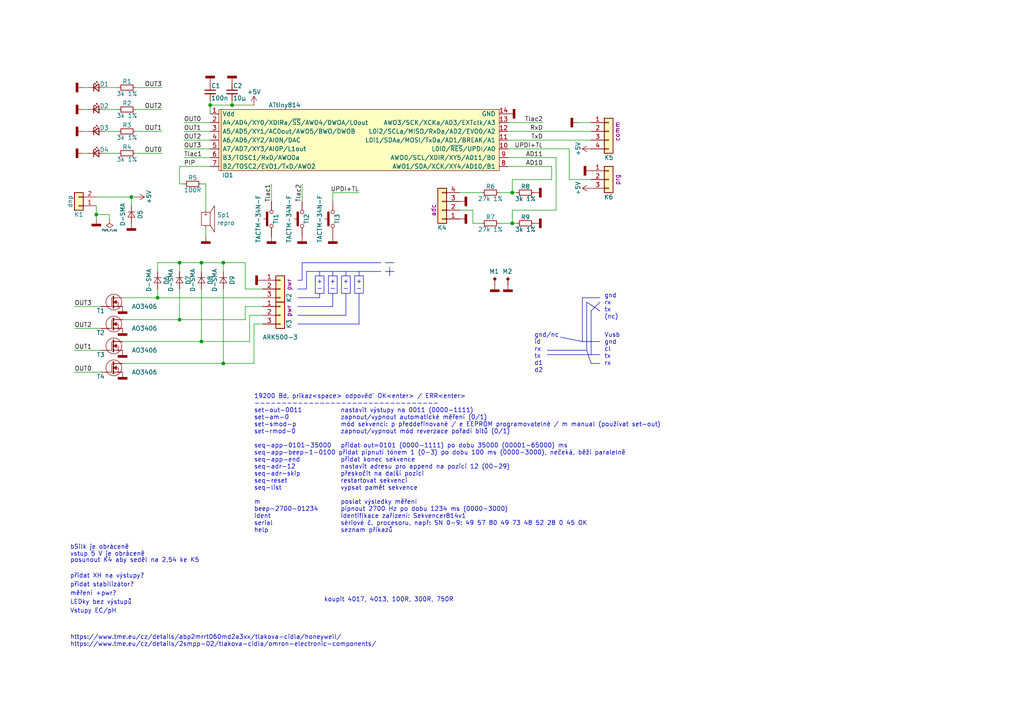
<source format=kicad_sch>
(kicad_sch
	(version 20231120)
	(generator "eeschema")
	(generator_version "8.0")
	(uuid "4805b1ef-0622-4cda-9044-597b50328771")
	(paper "A4")
	(lib_symbols
		(symbol "Connector_Generic:Conn_01x02"
			(pin_names
				(offset 1.016) hide)
			(exclude_from_sim no)
			(in_bom yes)
			(on_board yes)
			(property "Reference" "J"
				(at 0 2.54 0)
				(effects
					(font
						(size 1.27 1.27)
					)
				)
			)
			(property "Value" "Conn_01x02"
				(at 0 -5.08 0)
				(effects
					(font
						(size 1.27 1.27)
					)
				)
			)
			(property "Footprint" ""
				(at 0 0 0)
				(effects
					(font
						(size 1.27 1.27)
					)
					(hide yes)
				)
			)
			(property "Datasheet" "~"
				(at 0 0 0)
				(effects
					(font
						(size 1.27 1.27)
					)
					(hide yes)
				)
			)
			(property "Description" "Generic connector, single row, 01x02, script generated (kicad-library-utils/schlib/autogen/connector/)"
				(at 0 0 0)
				(effects
					(font
						(size 1.27 1.27)
					)
					(hide yes)
				)
			)
			(property "ki_keywords" "connector"
				(at 0 0 0)
				(effects
					(font
						(size 1.27 1.27)
					)
					(hide yes)
				)
			)
			(property "ki_fp_filters" "Connector*:*_1x??_*"
				(at 0 0 0)
				(effects
					(font
						(size 1.27 1.27)
					)
					(hide yes)
				)
			)
			(symbol "Conn_01x02_1_1"
				(rectangle
					(start -1.27 -2.413)
					(end 0 -2.667)
					(stroke
						(width 0.1524)
						(type default)
					)
					(fill
						(type none)
					)
				)
				(rectangle
					(start -1.27 0.127)
					(end 0 -0.127)
					(stroke
						(width 0.1524)
						(type default)
					)
					(fill
						(type none)
					)
				)
				(rectangle
					(start -1.27 1.27)
					(end 1.27 -3.81)
					(stroke
						(width 0.254)
						(type default)
					)
					(fill
						(type background)
					)
				)
				(pin passive line
					(at -5.08 0 0)
					(length 3.81)
					(name "Pin_1"
						(effects
							(font
								(size 1.27 1.27)
							)
						)
					)
					(number "1"
						(effects
							(font
								(size 1.27 1.27)
							)
						)
					)
				)
				(pin passive line
					(at -5.08 -2.54 0)
					(length 3.81)
					(name "Pin_2"
						(effects
							(font
								(size 1.27 1.27)
							)
						)
					)
					(number "2"
						(effects
							(font
								(size 1.27 1.27)
							)
						)
					)
				)
			)
		)
		(symbol "Connector_Generic:Conn_01x03"
			(pin_names
				(offset 1.016) hide)
			(exclude_from_sim no)
			(in_bom yes)
			(on_board yes)
			(property "Reference" "J"
				(at 0 5.08 0)
				(effects
					(font
						(size 1.27 1.27)
					)
				)
			)
			(property "Value" "Conn_01x03"
				(at 0 -5.08 0)
				(effects
					(font
						(size 1.27 1.27)
					)
				)
			)
			(property "Footprint" ""
				(at 0 0 0)
				(effects
					(font
						(size 1.27 1.27)
					)
					(hide yes)
				)
			)
			(property "Datasheet" "~"
				(at 0 0 0)
				(effects
					(font
						(size 1.27 1.27)
					)
					(hide yes)
				)
			)
			(property "Description" "Generic connector, single row, 01x03, script generated (kicad-library-utils/schlib/autogen/connector/)"
				(at 0 0 0)
				(effects
					(font
						(size 1.27 1.27)
					)
					(hide yes)
				)
			)
			(property "ki_keywords" "connector"
				(at 0 0 0)
				(effects
					(font
						(size 1.27 1.27)
					)
					(hide yes)
				)
			)
			(property "ki_fp_filters" "Connector*:*_1x??_*"
				(at 0 0 0)
				(effects
					(font
						(size 1.27 1.27)
					)
					(hide yes)
				)
			)
			(symbol "Conn_01x03_1_1"
				(rectangle
					(start -1.27 -2.413)
					(end 0 -2.667)
					(stroke
						(width 0.1524)
						(type default)
					)
					(fill
						(type none)
					)
				)
				(rectangle
					(start -1.27 0.127)
					(end 0 -0.127)
					(stroke
						(width 0.1524)
						(type default)
					)
					(fill
						(type none)
					)
				)
				(rectangle
					(start -1.27 2.667)
					(end 0 2.413)
					(stroke
						(width 0.1524)
						(type default)
					)
					(fill
						(type none)
					)
				)
				(rectangle
					(start -1.27 3.81)
					(end 1.27 -3.81)
					(stroke
						(width 0.254)
						(type default)
					)
					(fill
						(type background)
					)
				)
				(pin passive line
					(at -5.08 2.54 0)
					(length 3.81)
					(name "Pin_1"
						(effects
							(font
								(size 1.27 1.27)
							)
						)
					)
					(number "1"
						(effects
							(font
								(size 1.27 1.27)
							)
						)
					)
				)
				(pin passive line
					(at -5.08 0 0)
					(length 3.81)
					(name "Pin_2"
						(effects
							(font
								(size 1.27 1.27)
							)
						)
					)
					(number "2"
						(effects
							(font
								(size 1.27 1.27)
							)
						)
					)
				)
				(pin passive line
					(at -5.08 -2.54 0)
					(length 3.81)
					(name "Pin_3"
						(effects
							(font
								(size 1.27 1.27)
							)
						)
					)
					(number "3"
						(effects
							(font
								(size 1.27 1.27)
							)
						)
					)
				)
			)
		)
		(symbol "Connector_Generic:Conn_01x04"
			(pin_names
				(offset 1.016) hide)
			(exclude_from_sim no)
			(in_bom yes)
			(on_board yes)
			(property "Reference" "J"
				(at 0 5.08 0)
				(effects
					(font
						(size 1.27 1.27)
					)
				)
			)
			(property "Value" "Conn_01x04"
				(at 0 -7.62 0)
				(effects
					(font
						(size 1.27 1.27)
					)
				)
			)
			(property "Footprint" ""
				(at 0 0 0)
				(effects
					(font
						(size 1.27 1.27)
					)
					(hide yes)
				)
			)
			(property "Datasheet" "~"
				(at 0 0 0)
				(effects
					(font
						(size 1.27 1.27)
					)
					(hide yes)
				)
			)
			(property "Description" "Generic connector, single row, 01x04, script generated (kicad-library-utils/schlib/autogen/connector/)"
				(at 0 0 0)
				(effects
					(font
						(size 1.27 1.27)
					)
					(hide yes)
				)
			)
			(property "ki_keywords" "connector"
				(at 0 0 0)
				(effects
					(font
						(size 1.27 1.27)
					)
					(hide yes)
				)
			)
			(property "ki_fp_filters" "Connector*:*_1x??_*"
				(at 0 0 0)
				(effects
					(font
						(size 1.27 1.27)
					)
					(hide yes)
				)
			)
			(symbol "Conn_01x04_1_1"
				(rectangle
					(start -1.27 -4.953)
					(end 0 -5.207)
					(stroke
						(width 0.1524)
						(type default)
					)
					(fill
						(type none)
					)
				)
				(rectangle
					(start -1.27 -2.413)
					(end 0 -2.667)
					(stroke
						(width 0.1524)
						(type default)
					)
					(fill
						(type none)
					)
				)
				(rectangle
					(start -1.27 0.127)
					(end 0 -0.127)
					(stroke
						(width 0.1524)
						(type default)
					)
					(fill
						(type none)
					)
				)
				(rectangle
					(start -1.27 2.667)
					(end 0 2.413)
					(stroke
						(width 0.1524)
						(type default)
					)
					(fill
						(type none)
					)
				)
				(rectangle
					(start -1.27 3.81)
					(end 1.27 -6.35)
					(stroke
						(width 0.254)
						(type default)
					)
					(fill
						(type background)
					)
				)
				(pin passive line
					(at -5.08 2.54 0)
					(length 3.81)
					(name "Pin_1"
						(effects
							(font
								(size 1.27 1.27)
							)
						)
					)
					(number "1"
						(effects
							(font
								(size 1.27 1.27)
							)
						)
					)
				)
				(pin passive line
					(at -5.08 0 0)
					(length 3.81)
					(name "Pin_2"
						(effects
							(font
								(size 1.27 1.27)
							)
						)
					)
					(number "2"
						(effects
							(font
								(size 1.27 1.27)
							)
						)
					)
				)
				(pin passive line
					(at -5.08 -2.54 0)
					(length 3.81)
					(name "Pin_3"
						(effects
							(font
								(size 1.27 1.27)
							)
						)
					)
					(number "3"
						(effects
							(font
								(size 1.27 1.27)
							)
						)
					)
				)
				(pin passive line
					(at -5.08 -5.08 0)
					(length 3.81)
					(name "Pin_4"
						(effects
							(font
								(size 1.27 1.27)
							)
						)
					)
					(number "4"
						(effects
							(font
								(size 1.27 1.27)
							)
						)
					)
				)
			)
		)
		(symbol "Device:C_Small"
			(pin_numbers hide)
			(pin_names
				(offset 0.254) hide)
			(exclude_from_sim no)
			(in_bom yes)
			(on_board yes)
			(property "Reference" "C"
				(at 0.254 1.778 0)
				(effects
					(font
						(size 1.27 1.27)
					)
					(justify left)
				)
			)
			(property "Value" "C_Small"
				(at 0.254 -2.032 0)
				(effects
					(font
						(size 1.27 1.27)
					)
					(justify left)
				)
			)
			(property "Footprint" ""
				(at 0 0 0)
				(effects
					(font
						(size 1.27 1.27)
					)
					(hide yes)
				)
			)
			(property "Datasheet" "~"
				(at 0 0 0)
				(effects
					(font
						(size 1.27 1.27)
					)
					(hide yes)
				)
			)
			(property "Description" "Unpolarized capacitor, small symbol"
				(at 0 0 0)
				(effects
					(font
						(size 1.27 1.27)
					)
					(hide yes)
				)
			)
			(property "ki_keywords" "capacitor cap"
				(at 0 0 0)
				(effects
					(font
						(size 1.27 1.27)
					)
					(hide yes)
				)
			)
			(property "ki_fp_filters" "C_*"
				(at 0 0 0)
				(effects
					(font
						(size 1.27 1.27)
					)
					(hide yes)
				)
			)
			(symbol "C_Small_0_1"
				(polyline
					(pts
						(xy -1.524 -0.508) (xy 1.524 -0.508)
					)
					(stroke
						(width 0.3302)
						(type default)
					)
					(fill
						(type none)
					)
				)
				(polyline
					(pts
						(xy -1.524 0.508) (xy 1.524 0.508)
					)
					(stroke
						(width 0.3048)
						(type default)
					)
					(fill
						(type none)
					)
				)
			)
			(symbol "C_Small_1_1"
				(pin passive line
					(at 0 2.54 270)
					(length 2.032)
					(name "~"
						(effects
							(font
								(size 1.27 1.27)
							)
						)
					)
					(number "1"
						(effects
							(font
								(size 1.27 1.27)
							)
						)
					)
				)
				(pin passive line
					(at 0 -2.54 90)
					(length 2.032)
					(name "~"
						(effects
							(font
								(size 1.27 1.27)
							)
						)
					)
					(number "2"
						(effects
							(font
								(size 1.27 1.27)
							)
						)
					)
				)
			)
		)
		(symbol "Device:LED_Small"
			(pin_numbers hide)
			(pin_names
				(offset 0.254) hide)
			(exclude_from_sim no)
			(in_bom yes)
			(on_board yes)
			(property "Reference" "D"
				(at -1.27 3.175 0)
				(effects
					(font
						(size 1.27 1.27)
					)
					(justify left)
				)
			)
			(property "Value" "LED_Small"
				(at -4.445 -2.54 0)
				(effects
					(font
						(size 1.27 1.27)
					)
					(justify left)
				)
			)
			(property "Footprint" ""
				(at 0 0 90)
				(effects
					(font
						(size 1.27 1.27)
					)
					(hide yes)
				)
			)
			(property "Datasheet" "~"
				(at 0 0 90)
				(effects
					(font
						(size 1.27 1.27)
					)
					(hide yes)
				)
			)
			(property "Description" "Light emitting diode, small symbol"
				(at 0 0 0)
				(effects
					(font
						(size 1.27 1.27)
					)
					(hide yes)
				)
			)
			(property "ki_keywords" "LED diode light-emitting-diode"
				(at 0 0 0)
				(effects
					(font
						(size 1.27 1.27)
					)
					(hide yes)
				)
			)
			(property "ki_fp_filters" "LED* LED_SMD:* LED_THT:*"
				(at 0 0 0)
				(effects
					(font
						(size 1.27 1.27)
					)
					(hide yes)
				)
			)
			(symbol "LED_Small_0_1"
				(polyline
					(pts
						(xy -0.762 -1.016) (xy -0.762 1.016)
					)
					(stroke
						(width 0.254)
						(type default)
					)
					(fill
						(type none)
					)
				)
				(polyline
					(pts
						(xy 1.016 0) (xy -0.762 0)
					)
					(stroke
						(width 0)
						(type default)
					)
					(fill
						(type none)
					)
				)
				(polyline
					(pts
						(xy 0.762 -1.016) (xy -0.762 0) (xy 0.762 1.016) (xy 0.762 -1.016)
					)
					(stroke
						(width 0.254)
						(type default)
					)
					(fill
						(type none)
					)
				)
				(polyline
					(pts
						(xy 0 0.762) (xy -0.508 1.27) (xy -0.254 1.27) (xy -0.508 1.27) (xy -0.508 1.016)
					)
					(stroke
						(width 0)
						(type default)
					)
					(fill
						(type none)
					)
				)
				(polyline
					(pts
						(xy 0.508 1.27) (xy 0 1.778) (xy 0.254 1.778) (xy 0 1.778) (xy 0 1.524)
					)
					(stroke
						(width 0)
						(type default)
					)
					(fill
						(type none)
					)
				)
			)
			(symbol "LED_Small_1_1"
				(pin passive line
					(at -2.54 0 0)
					(length 1.778)
					(name "K"
						(effects
							(font
								(size 1.27 1.27)
							)
						)
					)
					(number "1"
						(effects
							(font
								(size 1.27 1.27)
							)
						)
					)
				)
				(pin passive line
					(at 2.54 0 180)
					(length 1.778)
					(name "A"
						(effects
							(font
								(size 1.27 1.27)
							)
						)
					)
					(number "2"
						(effects
							(font
								(size 1.27 1.27)
							)
						)
					)
				)
			)
		)
		(symbol "Device:R_Small"
			(pin_numbers hide)
			(pin_names
				(offset 0.254) hide)
			(exclude_from_sim no)
			(in_bom yes)
			(on_board yes)
			(property "Reference" "R"
				(at 0.762 0.508 0)
				(effects
					(font
						(size 1.27 1.27)
					)
					(justify left)
				)
			)
			(property "Value" "R_Small"
				(at 0.762 -1.016 0)
				(effects
					(font
						(size 1.27 1.27)
					)
					(justify left)
				)
			)
			(property "Footprint" ""
				(at 0 0 0)
				(effects
					(font
						(size 1.27 1.27)
					)
					(hide yes)
				)
			)
			(property "Datasheet" "~"
				(at 0 0 0)
				(effects
					(font
						(size 1.27 1.27)
					)
					(hide yes)
				)
			)
			(property "Description" "Resistor, small symbol"
				(at 0 0 0)
				(effects
					(font
						(size 1.27 1.27)
					)
					(hide yes)
				)
			)
			(property "ki_keywords" "R resistor"
				(at 0 0 0)
				(effects
					(font
						(size 1.27 1.27)
					)
					(hide yes)
				)
			)
			(property "ki_fp_filters" "R_*"
				(at 0 0 0)
				(effects
					(font
						(size 1.27 1.27)
					)
					(hide yes)
				)
			)
			(symbol "R_Small_0_1"
				(rectangle
					(start -0.762 1.778)
					(end 0.762 -1.778)
					(stroke
						(width 0.2032)
						(type default)
					)
					(fill
						(type none)
					)
				)
			)
			(symbol "R_Small_1_1"
				(pin passive line
					(at 0 2.54 270)
					(length 0.762)
					(name "~"
						(effects
							(font
								(size 1.27 1.27)
							)
						)
					)
					(number "1"
						(effects
							(font
								(size 1.27 1.27)
							)
						)
					)
				)
				(pin passive line
					(at 0 -2.54 90)
					(length 0.762)
					(name "~"
						(effects
							(font
								(size 1.27 1.27)
							)
						)
					)
					(number "2"
						(effects
							(font
								(size 1.27 1.27)
							)
						)
					)
				)
			)
		)
		(symbol "_diskretni:D_std"
			(pin_numbers hide)
			(pin_names
				(offset 0.254) hide)
			(exclude_from_sim no)
			(in_bom yes)
			(on_board yes)
			(property "Reference" "D"
				(at -1.27 2.032 0)
				(effects
					(font
						(size 1.27 1.27)
					)
					(justify left)
				)
			)
			(property "Value" "D_std"
				(at -3.81 -2.032 0)
				(effects
					(font
						(size 1.27 1.27)
					)
					(justify left)
				)
			)
			(property "Footprint" ""
				(at 0 0 90)
				(effects
					(font
						(size 1.27 1.27)
					)
					(hide yes)
				)
			)
			(property "Datasheet" "~"
				(at 0 0 90)
				(effects
					(font
						(size 1.27 1.27)
					)
					(hide yes)
				)
			)
			(property "Description" "Diode, small symbol"
				(at 0 0 0)
				(effects
					(font
						(size 1.27 1.27)
					)
					(hide yes)
				)
			)
			(property "note" "norm: K1-A2 / deMorgan: A1-K3 (SOT23)"
				(at 8.89 3.81 0)
				(effects
					(font
						(size 1.27 1.27)
					)
				)
			)
			(property "ki_keywords" "diode"
				(at 0 0 0)
				(effects
					(font
						(size 1.27 1.27)
					)
					(hide yes)
				)
			)
			(property "ki_fp_filters" "TO-???* *_Diode_* *SingleDiode* D_*"
				(at 0 0 0)
				(effects
					(font
						(size 1.27 1.27)
					)
					(hide yes)
				)
			)
			(symbol "D_std_0_1"
				(polyline
					(pts
						(xy -0.762 -1.016) (xy -0.762 1.016)
					)
					(stroke
						(width 0)
						(type solid)
					)
					(fill
						(type none)
					)
				)
				(polyline
					(pts
						(xy -0.762 0) (xy 0.762 0)
					)
					(stroke
						(width 0)
						(type solid)
					)
					(fill
						(type none)
					)
				)
				(polyline
					(pts
						(xy 0.762 -1.016) (xy -0.762 0) (xy 0.762 1.016) (xy 0.762 -1.016)
					)
					(stroke
						(width 0)
						(type solid)
					)
					(fill
						(type none)
					)
				)
			)
			(symbol "D_std_0_2"
				(polyline
					(pts
						(xy 1.27 0) (xy -1.27 0)
					)
					(stroke
						(width 0)
						(type solid)
					)
					(fill
						(type none)
					)
				)
			)
			(symbol "D_std_1_1"
				(pin passive line
					(at -2.54 0 0)
					(length 1.778)
					(name "K"
						(effects
							(font
								(size 1.27 1.27)
							)
						)
					)
					(number "1"
						(effects
							(font
								(size 1.27 1.27)
							)
						)
					)
				)
				(pin passive line
					(at 2.54 0 180)
					(length 1.778)
					(name "A"
						(effects
							(font
								(size 1.27 1.27)
							)
						)
					)
					(number "2"
						(effects
							(font
								(size 1.27 1.27)
							)
						)
					)
				)
			)
			(symbol "D_std_1_2"
				(polyline
					(pts
						(xy -0.762 -1.016) (xy -0.762 1.016)
					)
					(stroke
						(width 0)
						(type solid)
					)
					(fill
						(type none)
					)
				)
				(polyline
					(pts
						(xy 0.762 -1.016) (xy -0.762 0) (xy 0.762 1.016) (xy 0.762 -1.016)
					)
					(stroke
						(width 0)
						(type solid)
					)
					(fill
						(type none)
					)
				)
				(pin passive line
					(at 2.54 0 180)
					(length 1.778)
					(name "A"
						(effects
							(font
								(size 1.27 1.27)
							)
						)
					)
					(number "1"
						(effects
							(font
								(size 1.27 1.27)
							)
						)
					)
				)
				(pin passive line
					(at -2.54 0 0)
					(length 1.778)
					(name "K"
						(effects
							(font
								(size 1.27 1.27)
							)
						)
					)
					(number "3"
						(effects
							(font
								(size 1.27 1.27)
							)
						)
					)
				)
			)
		)
		(symbol "_diskretni:MOSFET-N"
			(pin_numbers hide)
			(pin_names
				(offset 1.016) hide)
			(exclude_from_sim no)
			(in_bom yes)
			(on_board yes)
			(property "Reference" "T"
				(at -2.794 -3.302 0)
				(effects
					(font
						(size 1.27 1.27)
					)
				)
			)
			(property "Value" "MOSFET-N"
				(at 2.54 3.556 0)
				(effects
					(font
						(size 1.27 1.27)
					)
					(justify right)
				)
			)
			(property "Footprint" "_diskretni:SOT23-hand"
				(at 0 0 0)
				(effects
					(font
						(size 1.27 1.27)
					)
					(hide yes)
				)
			)
			(property "Datasheet" ""
				(at 0 0 0)
				(effects
					(font
						(size 1.27 1.27)
					)
					(hide yes)
				)
			)
			(property "Description" ""
				(at 0 0 0)
				(effects
					(font
						(size 1.27 1.27)
					)
					(hide yes)
				)
			)
			(property "Poznamka" "Normal sym: SOT23 / Alt. sym: DPAK"
				(at 0 0 0)
				(effects
					(font
						(size 1.27 1.27)
					)
				)
			)
			(symbol "MOSFET-N_0_1"
				(rectangle
					(start 0 -0.762)
					(end -0.254 -1.778)
					(stroke
						(width 0)
						(type solid)
					)
					(fill
						(type outline)
					)
				)
				(polyline
					(pts
						(xy -1.27 -1.27) (xy -0.635 -1.27)
					)
					(stroke
						(width 0)
						(type solid)
					)
					(fill
						(type none)
					)
				)
				(polyline
					(pts
						(xy -0.635 -1.27) (xy -0.635 1.27)
					)
					(stroke
						(width 0)
						(type solid)
					)
					(fill
						(type none)
					)
				)
				(polyline
					(pts
						(xy 0 0) (xy 1.27 0) (xy 1.27 -1.27)
					)
					(stroke
						(width 0)
						(type solid)
					)
					(fill
						(type none)
					)
				)
				(circle
					(center 0 0)
					(radius 2.286)
					(stroke
						(width 0)
						(type solid)
					)
					(fill
						(type none)
					)
				)
				(rectangle
					(start 0 0.508)
					(end -0.254 -0.508)
					(stroke
						(width 0)
						(type solid)
					)
					(fill
						(type outline)
					)
				)
				(rectangle
					(start 0 0.762)
					(end -0.254 1.778)
					(stroke
						(width 0)
						(type solid)
					)
					(fill
						(type outline)
					)
				)
			)
			(symbol "MOSFET-N_1_1"
				(polyline
					(pts
						(xy 0.762 0.508) (xy 0 0) (xy 0.762 -0.508) (xy 0.762 0.508)
					)
					(stroke
						(width 0)
						(type solid)
					)
					(fill
						(type outline)
					)
				)
				(circle
					(center 1.27 -1.27)
					(radius 0.1524)
					(stroke
						(width 0)
						(type solid)
					)
					(fill
						(type none)
					)
				)
				(pin passive line
					(at -3.81 -1.27 0)
					(length 2.54)
					(name "G"
						(effects
							(font
								(size 1.27 1.27)
							)
						)
					)
					(number "1"
						(effects
							(font
								(size 1.27 1.27)
							)
						)
					)
				)
				(pin passive line
					(at 2.54 -1.27 180)
					(length 2.54)
					(name "S"
						(effects
							(font
								(size 1.27 1.27)
							)
						)
					)
					(number "2"
						(effects
							(font
								(size 1.27 1.27)
							)
						)
					)
				)
				(pin passive line
					(at 2.54 1.27 180)
					(length 2.54)
					(name "D"
						(effects
							(font
								(size 1.27 1.27)
							)
						)
					)
					(number "3"
						(effects
							(font
								(size 1.27 1.27)
							)
						)
					)
				)
			)
			(symbol "MOSFET-N_1_2"
				(rectangle
					(start 0 -0.762)
					(end -0.254 -1.778)
					(stroke
						(width 0)
						(type solid)
					)
					(fill
						(type outline)
					)
				)
				(polyline
					(pts
						(xy -1.27 -1.27) (xy -0.635 -1.27)
					)
					(stroke
						(width 0)
						(type solid)
					)
					(fill
						(type none)
					)
				)
				(polyline
					(pts
						(xy -0.635 -1.27) (xy -0.635 1.27)
					)
					(stroke
						(width 0)
						(type solid)
					)
					(fill
						(type none)
					)
				)
				(polyline
					(pts
						(xy 0 0) (xy 1.27 0) (xy 1.27 -1.27)
					)
					(stroke
						(width 0)
						(type solid)
					)
					(fill
						(type none)
					)
				)
				(polyline
					(pts
						(xy 0.762 0.508) (xy 0 0) (xy 0.762 -0.508) (xy 0.762 0.508)
					)
					(stroke
						(width 0)
						(type solid)
					)
					(fill
						(type outline)
					)
				)
				(circle
					(center 0 0)
					(radius 2.286)
					(stroke
						(width 0)
						(type solid)
					)
					(fill
						(type none)
					)
				)
				(rectangle
					(start 0 0.508)
					(end -0.254 -0.508)
					(stroke
						(width 0)
						(type solid)
					)
					(fill
						(type outline)
					)
				)
				(rectangle
					(start 0 0.762)
					(end -0.254 1.778)
					(stroke
						(width 0)
						(type solid)
					)
					(fill
						(type outline)
					)
				)
				(circle
					(center 1.27 -1.27)
					(radius 0.1524)
					(stroke
						(width 0)
						(type solid)
					)
					(fill
						(type none)
					)
				)
				(pin passive line
					(at -3.81 -1.27 0)
					(length 2.54)
					(name "G"
						(effects
							(font
								(size 1.27 1.27)
							)
						)
					)
					(number "1"
						(effects
							(font
								(size 1.27 1.27)
							)
						)
					)
				)
				(pin passive line
					(at 2.54 1.27 180)
					(length 2.54)
					(name "D"
						(effects
							(font
								(size 1.27 1.27)
							)
						)
					)
					(number "2"
						(effects
							(font
								(size 1.27 1.27)
							)
						)
					)
				)
				(pin passive line
					(at 2.54 -1.27 180)
					(length 2.54)
					(name "S"
						(effects
							(font
								(size 1.27 1.27)
							)
						)
					)
					(number "3"
						(effects
							(font
								(size 1.27 1.27)
							)
						)
					)
				)
			)
		)
		(symbol "_io:ATtiny414"
			(pin_names
				(offset 1.016)
			)
			(exclude_from_sim no)
			(in_bom yes)
			(on_board yes)
			(property "Reference" "IO"
				(at -38.1 -10.16 0)
				(effects
					(font
						(size 1.27 1.27)
					)
					(justify left)
				)
			)
			(property "Value" "ATtiny414"
				(at -38.1 10.16 0)
				(effects
					(font
						(size 1.27 1.27)
					)
					(justify left)
				)
			)
			(property "Footprint" "_io:SO14"
				(at -33.02 10.16 0)
				(effects
					(font
						(size 1.27 1.27)
					)
					(hide yes)
				)
			)
			(property "Datasheet" "http://ww1.microchip.com/downloads/en/DeviceDoc/40001912A.pdf"
				(at -33.02 10.16 0)
				(effects
					(font
						(size 1.27 1.27)
					)
					(hide yes)
				)
			)
			(property "Description" "MCU AVR tiny"
				(at 0 0 0)
				(effects
					(font
						(size 1.27 1.27)
					)
					(hide yes)
				)
			)
			(property "link" "https://cz.farnell.com/microchip/attiny214-ssnr/mcu-8bit-20mhz-soic-14/dp/3131934?st=attiny214"
				(at 1.27 -12.7 0)
				(effects
					(font
						(size 1.27 1.27)
					)
					(hide yes)
				)
			)
			(property "note" "normal: 214/414 / alt: 814"
				(at -2.54 -10.795 0)
				(effects
					(font
						(size 1.27 1.27)
					)
				)
			)
			(symbol "ATtiny414_0_1"
				(rectangle
					(start -38.1 8.89)
					(end 38.1 -8.89)
					(stroke
						(width 0)
						(type solid)
					)
					(fill
						(type background)
					)
				)
				(polyline
					(pts
						(xy -37.338 8.89) (xy -37.338 -8.89)
					)
					(stroke
						(width 0)
						(type solid)
					)
					(fill
						(type none)
					)
				)
			)
			(symbol "ATtiny414_1_1"
				(pin passive line
					(at -40.64 7.62 0)
					(length 2.54)
					(name "Vdd"
						(effects
							(font
								(size 1.27 1.27)
							)
						)
					)
					(number "1"
						(effects
							(font
								(size 1.27 1.27)
							)
						)
					)
				)
				(pin passive line
					(at 40.64 -2.54 180)
					(length 2.54)
					(name "L0i0/~{RES}/UPDI/A0"
						(effects
							(font
								(size 1.27 1.27)
							)
						)
					)
					(number "10"
						(effects
							(font
								(size 1.27 1.27)
							)
						)
					)
				)
				(pin passive line
					(at 40.64 0 180)
					(length 2.54)
					(name "L0i1/SDAa/MOSI/TxDa/AD1/BREAK/A1"
						(effects
							(font
								(size 1.27 1.27)
							)
						)
					)
					(number "11"
						(effects
							(font
								(size 1.27 1.27)
							)
						)
					)
				)
				(pin passive line
					(at 40.64 2.54 180)
					(length 2.54)
					(name "L0i2/SCLa/MISO/RxDa/AD2/EVO0/A2"
						(effects
							(font
								(size 1.27 1.27)
							)
						)
					)
					(number "12"
						(effects
							(font
								(size 1.27 1.27)
							)
						)
					)
				)
				(pin passive line
					(at 40.64 5.08 180)
					(length 2.54)
					(name "AWO3/SCK/XCKa/AD3/EXTclk/A3"
						(effects
							(font
								(size 1.27 1.27)
							)
						)
					)
					(number "13"
						(effects
							(font
								(size 1.27 1.27)
							)
						)
					)
				)
				(pin passive line
					(at 40.64 7.62 180)
					(length 2.54)
					(name "GND"
						(effects
							(font
								(size 1.27 1.27)
							)
						)
					)
					(number "14"
						(effects
							(font
								(size 1.27 1.27)
							)
						)
					)
				)
				(pin passive line
					(at -40.64 5.08 0)
					(length 2.54)
					(name "A4/AD4/XDIRa/~{SS}/AWO4/DWOA/L0out"
						(effects
							(font
								(size 1.27 1.27)
							)
						)
					)
					(number "2"
						(effects
							(font
								(size 1.27 1.27)
							)
						)
					)
				)
				(pin passive line
					(at -40.64 2.54 0)
					(length 2.54)
					(name "A5/AD5/AC0out/AWO5/BWO/DWOB"
						(effects
							(font
								(size 1.27 1.27)
							)
						)
					)
					(number "3"
						(effects
							(font
								(size 1.27 1.27)
							)
						)
					)
				)
				(pin passive line
					(at -40.64 0 0)
					(length 2.54)
					(name "A6/AD6/AI0N/DAC"
						(effects
							(font
								(size 1.27 1.27)
							)
						)
					)
					(number "4"
						(effects
							(font
								(size 1.27 1.27)
							)
						)
					)
				)
				(pin passive line
					(at -40.64 -2.54 0)
					(length 2.54)
					(name "A7/AD7/AI0P/L1out"
						(effects
							(font
								(size 1.27 1.27)
							)
						)
					)
					(number "5"
						(effects
							(font
								(size 1.27 1.27)
							)
						)
					)
				)
				(pin passive line
					(at -40.64 -5.08 0)
					(length 2.54)
					(name "B3/TOSC1/RxD/AWO0a"
						(effects
							(font
								(size 1.27 1.27)
							)
						)
					)
					(number "6"
						(effects
							(font
								(size 1.27 1.27)
							)
						)
					)
				)
				(pin passive line
					(at -40.64 -7.62 0)
					(length 2.54)
					(name "B2/TOSC2/EVO1/TxD/AWO2"
						(effects
							(font
								(size 1.27 1.27)
							)
						)
					)
					(number "7"
						(effects
							(font
								(size 1.27 1.27)
							)
						)
					)
				)
				(pin passive line
					(at 40.64 -7.62 180)
					(length 2.54)
					(name "AWO1/SDA/XCK/AD10/B1"
						(effects
							(font
								(size 1.27 1.27)
							)
						)
					)
					(number "8"
						(effects
							(font
								(size 1.27 1.27)
							)
						)
					)
				)
				(pin passive line
					(at 40.64 -5.08 180)
					(length 2.54)
					(name "AWO0/SCL/XDIR/AD11/B0"
						(effects
							(font
								(size 1.27 1.27)
							)
						)
					)
					(number "9"
						(effects
							(font
								(size 1.27 1.27)
							)
						)
					)
				)
			)
			(symbol "ATtiny414_1_2"
				(rectangle
					(start -40.64 8.89)
					(end 40.64 -8.89)
					(stroke
						(width 0)
						(type default)
					)
					(fill
						(type background)
					)
				)
				(polyline
					(pts
						(xy -40.005 8.89) (xy -40.005 -8.89)
					)
					(stroke
						(width 0)
						(type default)
					)
					(fill
						(type none)
					)
				)
				(pin passive line
					(at -43.18 7.62 0)
					(length 2.54)
					(name "Vdd"
						(effects
							(font
								(size 1.27 1.27)
							)
						)
					)
					(number "1"
						(effects
							(font
								(size 1.27 1.27)
							)
						)
					)
				)
				(pin passive line
					(at 43.18 -2.54 180)
					(length 2.54)
					(name "L0i0/~{RES}/UPDI/A0"
						(effects
							(font
								(size 1.27 1.27)
							)
						)
					)
					(number "10"
						(effects
							(font
								(size 1.27 1.27)
							)
						)
					)
				)
				(pin passive line
					(at 43.18 0 180)
					(length 2.54)
					(name "L0i1/SDAa/MOSI/TxDa/AD1/BREAK/A1"
						(effects
							(font
								(size 1.27 1.27)
							)
						)
					)
					(number "11"
						(effects
							(font
								(size 1.27 1.27)
							)
						)
					)
				)
				(pin passive line
					(at 43.18 2.54 180)
					(length 2.54)
					(name "L0i2/SCLa/MISO/RxDa/AD2/EVO0/A2"
						(effects
							(font
								(size 1.27 1.27)
							)
						)
					)
					(number "12"
						(effects
							(font
								(size 1.27 1.27)
							)
						)
					)
				)
				(pin passive line
					(at 43.18 5.08 180)
					(length 2.54)
					(name "AWO3/SCK/XCKa/AD3/EXTclk/A3"
						(effects
							(font
								(size 1.27 1.27)
							)
						)
					)
					(number "13"
						(effects
							(font
								(size 1.27 1.27)
							)
						)
					)
				)
				(pin passive line
					(at 43.18 7.62 180)
					(length 2.54)
					(name "GND"
						(effects
							(font
								(size 1.27 1.27)
							)
						)
					)
					(number "14"
						(effects
							(font
								(size 1.27 1.27)
							)
						)
					)
				)
				(pin passive line
					(at -43.18 5.08 0)
					(length 2.54)
					(name "A4/AD4/XY0/XDIRa/~{SS}/AWO4/DWOA/L0out"
						(effects
							(font
								(size 1.27 1.27)
							)
						)
					)
					(number "2"
						(effects
							(font
								(size 1.27 1.27)
							)
						)
					)
				)
				(pin passive line
					(at -43.18 2.54 0)
					(length 2.54)
					(name "A5/AD5/XY1/AC0out/AWO5/BWO/DWOB"
						(effects
							(font
								(size 1.27 1.27)
							)
						)
					)
					(number "3"
						(effects
							(font
								(size 1.27 1.27)
							)
						)
					)
				)
				(pin passive line
					(at -43.18 0 0)
					(length 2.54)
					(name "A6/AD6/XY2/AI0N/DAC"
						(effects
							(font
								(size 1.27 1.27)
							)
						)
					)
					(number "4"
						(effects
							(font
								(size 1.27 1.27)
							)
						)
					)
				)
				(pin passive line
					(at -43.18 -2.54 0)
					(length 2.54)
					(name "A7/AD7/XY3/AI0P/L1out"
						(effects
							(font
								(size 1.27 1.27)
							)
						)
					)
					(number "5"
						(effects
							(font
								(size 1.27 1.27)
							)
						)
					)
				)
				(pin passive line
					(at -43.18 -5.08 0)
					(length 2.54)
					(name "B3/TOSC1/RxD/AWO0a"
						(effects
							(font
								(size 1.27 1.27)
							)
						)
					)
					(number "6"
						(effects
							(font
								(size 1.27 1.27)
							)
						)
					)
				)
				(pin passive line
					(at -43.18 -7.62 0)
					(length 2.54)
					(name "B2/TOSC2/EVO1/TxD/AWO2"
						(effects
							(font
								(size 1.27 1.27)
							)
						)
					)
					(number "7"
						(effects
							(font
								(size 1.27 1.27)
							)
						)
					)
				)
				(pin passive line
					(at 43.18 -7.62 180)
					(length 2.54)
					(name "AWO1/SDA/XCK/XY4/AD10/B1"
						(effects
							(font
								(size 1.27 1.27)
							)
						)
					)
					(number "8"
						(effects
							(font
								(size 1.27 1.27)
							)
						)
					)
				)
				(pin passive line
					(at 43.18 -5.08 180)
					(length 2.54)
					(name "AWO0/SCL/XDIR/XY5/AD11/B0"
						(effects
							(font
								(size 1.27 1.27)
							)
						)
					)
					(number "9"
						(effects
							(font
								(size 1.27 1.27)
							)
						)
					)
				)
			)
		)
		(symbol "_konektory:Test1"
			(pin_numbers hide)
			(pin_names
				(offset 1.016) hide)
			(exclude_from_sim no)
			(in_bom yes)
			(on_board yes)
			(property "Reference" "TP"
				(at 0 2.54 0)
				(effects
					(font
						(size 1.27 1.27)
					)
				)
			)
			(property "Value" "Test1"
				(at 0 2.54 0)
				(effects
					(font
						(size 1.27 1.27)
					)
					(hide yes)
				)
			)
			(property "Footprint" "_konektory:TP-D1-1,7"
				(at 0 2.54 0)
				(effects
					(font
						(size 1.27 1.27)
					)
					(hide yes)
				)
			)
			(property "Datasheet" ""
				(at 0 2.54 0)
				(effects
					(font
						(size 1.27 1.27)
					)
					(hide yes)
				)
			)
			(property "Description" "test pin"
				(at 0 0 0)
				(effects
					(font
						(size 1.27 1.27)
					)
					(hide yes)
				)
			)
			(property "note" "norm: prazdne (pad s dirou) / deMorgan: plne (pad bez diry)"
				(at 0 2.54 0)
				(effects
					(font
						(size 1.27 1.27)
					)
				)
			)
			(symbol "Test1_0_1"
				(circle
					(center 1.651 0)
					(radius 0.381)
					(stroke
						(width 0)
						(type solid)
					)
					(fill
						(type none)
					)
				)
			)
			(symbol "Test1_1_1"
				(pin passive line
					(at 0 0 0)
					(length 1.27)
					(name "TP"
						(effects
							(font
								(size 1.27 1.27)
							)
						)
					)
					(number "1"
						(effects
							(font
								(size 1.27 1.27)
							)
						)
					)
				)
			)
			(symbol "Test1_1_2"
				(circle
					(center 1.651 0)
					(radius 0.381)
					(stroke
						(width 0)
						(type solid)
					)
					(fill
						(type outline)
					)
				)
				(pin passive line
					(at 0 0 0)
					(length 1.27)
					(name "TP"
						(effects
							(font
								(size 1.27 1.27)
							)
						)
					)
					(number "1"
						(effects
							(font
								(size 1.27 1.27)
							)
						)
					)
				)
			)
		)
		(symbol "_ostatni:repro"
			(pin_numbers hide)
			(pin_names
				(offset 1.016) hide)
			(exclude_from_sim no)
			(in_bom yes)
			(on_board yes)
			(property "Reference" "Sp"
				(at 0 0 90)
				(effects
					(font
						(size 1.27 1.27)
					)
				)
			)
			(property "Value" "repro"
				(at -2.794 0 90)
				(effects
					(font
						(size 1.27 1.27)
					)
				)
			)
			(property "Footprint" "_ostatni:repro-D12-RM6.5-pol"
				(at -2.794 0 90)
				(effects
					(font
						(size 1.27 1.27)
					)
					(hide yes)
				)
			)
			(property "Datasheet" "https://www.tme.eu/Document/ea79878f4d1471c304967384ab2ce8c4/ld-bzen-1212.pdf"
				(at -2.794 0 90)
				(effects
					(font
						(size 1.27 1.27)
					)
					(hide yes)
				)
			)
			(property "Description" ""
				(at 0 0 0)
				(effects
					(font
						(size 1.27 1.27)
					)
					(hide yes)
				)
			)
			(property "link" "https://www.tme.eu/cz/details/ld-bzen-1212/elektromag-signalizatory-bez-generatoru/loudity/"
				(at 0 0 0)
				(effects
					(font
						(size 1.27 1.27)
					)
					(hide yes)
				)
			)
			(property "price" "6.5vm3, 5.1vm20"
				(at 0 0 0)
				(effects
					(font
						(size 1.27 1.27)
					)
					(hide yes)
				)
			)
			(symbol "repro_0_1"
				(rectangle
					(start -1.27 1.905)
					(end 1.27 -1.905)
					(stroke
						(width 0)
						(type solid)
					)
					(fill
						(type none)
					)
				)
				(polyline
					(pts
						(xy -0.254 1.27) (xy 0.254 1.27)
					)
					(stroke
						(width 0)
						(type solid)
					)
					(fill
						(type none)
					)
				)
				(polyline
					(pts
						(xy 0 1.524) (xy 0 1.016)
					)
					(stroke
						(width 0)
						(type solid)
					)
					(fill
						(type none)
					)
				)
				(polyline
					(pts
						(xy 1.27 1.905) (xy 2.54 3.81) (xy 2.54 -3.81) (xy 1.27 -1.905)
					)
					(stroke
						(width 0)
						(type solid)
					)
					(fill
						(type none)
					)
				)
			)
			(symbol "repro_1_1"
				(pin passive line
					(at 0 2.54 270)
					(length 0.635)
					(name "p"
						(effects
							(font
								(size 1.27 1.27)
							)
						)
					)
					(number "1"
						(effects
							(font
								(size 1.27 1.27)
							)
						)
					)
				)
				(pin passive line
					(at 0 -2.54 90)
					(length 0.635)
					(name "m"
						(effects
							(font
								(size 1.27 1.27)
							)
						)
					)
					(number "2"
						(effects
							(font
								(size 1.27 1.27)
							)
						)
					)
				)
			)
		)
		(symbol "_ostatni:tlac2"
			(pin_numbers hide)
			(pin_names
				(offset 1.016) hide)
			(exclude_from_sim no)
			(in_bom yes)
			(on_board yes)
			(property "Reference" "Tl"
				(at 0 0 0)
				(effects
					(font
						(size 1.27 1.27)
					)
				)
			)
			(property "Value" "tlac2"
				(at 0 0 0)
				(effects
					(font
						(size 1.27 1.27)
					)
				)
			)
			(property "Footprint" ""
				(at 0 0 0)
				(effects
					(font
						(size 1.27 1.27)
					)
					(hide yes)
				)
			)
			(property "Datasheet" ""
				(at 0 0 0)
				(effects
					(font
						(size 1.27 1.27)
					)
					(hide yes)
				)
			)
			(property "Description" ""
				(at 0 0 0)
				(effects
					(font
						(size 1.27 1.27)
					)
					(hide yes)
				)
			)
			(symbol "tlac2_1_1"
				(circle
					(center -2.032 0)
					(radius 0.508)
					(stroke
						(width 0)
						(type solid)
					)
					(fill
						(type none)
					)
				)
				(rectangle
					(start -2.032 1.016)
					(end 2.032 1.524)
					(stroke
						(width 0)
						(type solid)
					)
					(fill
						(type outline)
					)
				)
				(polyline
					(pts
						(xy 0 1.27) (xy 0 2.286)
					)
					(stroke
						(width 0)
						(type solid)
					)
					(fill
						(type none)
					)
				)
				(circle
					(center 2.032 0)
					(radius 0.508)
					(stroke
						(width 0)
						(type solid)
					)
					(fill
						(type none)
					)
				)
				(pin passive line
					(at -5.08 0 0)
					(length 2.54)
					(name "1"
						(effects
							(font
								(size 1.27 1.27)
							)
						)
					)
					(number "1"
						(effects
							(font
								(size 1.27 1.27)
							)
						)
					)
				)
				(pin passive line
					(at 5.08 0 180)
					(length 2.54)
					(name "2"
						(effects
							(font
								(size 1.27 1.27)
							)
						)
					)
					(number "2"
						(effects
							(font
								(size 1.27 1.27)
							)
						)
					)
				)
			)
		)
		(symbol "power:+5V"
			(power)
			(pin_names
				(offset 0)
			)
			(exclude_from_sim no)
			(in_bom yes)
			(on_board yes)
			(property "Reference" "#PWR"
				(at 0 -3.81 0)
				(effects
					(font
						(size 1.27 1.27)
					)
					(hide yes)
				)
			)
			(property "Value" "+5V"
				(at 0 3.556 0)
				(effects
					(font
						(size 1.27 1.27)
					)
				)
			)
			(property "Footprint" ""
				(at 0 0 0)
				(effects
					(font
						(size 1.27 1.27)
					)
					(hide yes)
				)
			)
			(property "Datasheet" ""
				(at 0 0 0)
				(effects
					(font
						(size 1.27 1.27)
					)
					(hide yes)
				)
			)
			(property "Description" "Power symbol creates a global label with name \"+5V\""
				(at 0 0 0)
				(effects
					(font
						(size 1.27 1.27)
					)
					(hide yes)
				)
			)
			(property "ki_keywords" "global power"
				(at 0 0 0)
				(effects
					(font
						(size 1.27 1.27)
					)
					(hide yes)
				)
			)
			(symbol "+5V_0_1"
				(polyline
					(pts
						(xy -0.762 1.27) (xy 0 2.54)
					)
					(stroke
						(width 0)
						(type default)
					)
					(fill
						(type none)
					)
				)
				(polyline
					(pts
						(xy 0 0) (xy 0 2.54)
					)
					(stroke
						(width 0)
						(type default)
					)
					(fill
						(type none)
					)
				)
				(polyline
					(pts
						(xy 0 2.54) (xy 0.762 1.27)
					)
					(stroke
						(width 0)
						(type default)
					)
					(fill
						(type none)
					)
				)
			)
			(symbol "+5V_1_1"
				(pin power_in line
					(at 0 0 90)
					(length 0) hide
					(name "+5V"
						(effects
							(font
								(size 1.27 1.27)
							)
						)
					)
					(number "1"
						(effects
							(font
								(size 1.27 1.27)
							)
						)
					)
				)
			)
		)
		(symbol "power:GNDD"
			(power)
			(pin_names
				(offset 0)
			)
			(exclude_from_sim no)
			(in_bom yes)
			(on_board yes)
			(property "Reference" "#PWR"
				(at 0 -6.35 0)
				(effects
					(font
						(size 1.27 1.27)
					)
					(hide yes)
				)
			)
			(property "Value" "GNDD"
				(at 0 -3.175 0)
				(effects
					(font
						(size 1.27 1.27)
					)
				)
			)
			(property "Footprint" ""
				(at 0 0 0)
				(effects
					(font
						(size 1.27 1.27)
					)
					(hide yes)
				)
			)
			(property "Datasheet" ""
				(at 0 0 0)
				(effects
					(font
						(size 1.27 1.27)
					)
					(hide yes)
				)
			)
			(property "Description" "Power symbol creates a global label with name \"GNDD\" , digital ground"
				(at 0 0 0)
				(effects
					(font
						(size 1.27 1.27)
					)
					(hide yes)
				)
			)
			(property "ki_keywords" "global power"
				(at 0 0 0)
				(effects
					(font
						(size 1.27 1.27)
					)
					(hide yes)
				)
			)
			(symbol "GNDD_0_1"
				(rectangle
					(start -1.27 -1.524)
					(end 1.27 -2.032)
					(stroke
						(width 0.254)
						(type default)
					)
					(fill
						(type outline)
					)
				)
				(polyline
					(pts
						(xy 0 0) (xy 0 -1.524)
					)
					(stroke
						(width 0)
						(type default)
					)
					(fill
						(type none)
					)
				)
			)
			(symbol "GNDD_1_1"
				(pin power_in line
					(at 0 0 270)
					(length 0) hide
					(name "GNDD"
						(effects
							(font
								(size 1.27 1.27)
							)
						)
					)
					(number "1"
						(effects
							(font
								(size 1.27 1.27)
							)
						)
					)
				)
			)
		)
		(symbol "power:PWR_FLAG"
			(power)
			(pin_numbers hide)
			(pin_names
				(offset 0) hide)
			(exclude_from_sim no)
			(in_bom yes)
			(on_board yes)
			(property "Reference" "#FLG"
				(at 0 1.905 0)
				(effects
					(font
						(size 1.27 1.27)
					)
					(hide yes)
				)
			)
			(property "Value" "PWR_FLAG"
				(at 0 3.81 0)
				(effects
					(font
						(size 1.27 1.27)
					)
				)
			)
			(property "Footprint" ""
				(at 0 0 0)
				(effects
					(font
						(size 1.27 1.27)
					)
					(hide yes)
				)
			)
			(property "Datasheet" "~"
				(at 0 0 0)
				(effects
					(font
						(size 1.27 1.27)
					)
					(hide yes)
				)
			)
			(property "Description" "Special symbol for telling ERC where power comes from"
				(at 0 0 0)
				(effects
					(font
						(size 1.27 1.27)
					)
					(hide yes)
				)
			)
			(property "ki_keywords" "flag power"
				(at 0 0 0)
				(effects
					(font
						(size 1.27 1.27)
					)
					(hide yes)
				)
			)
			(symbol "PWR_FLAG_0_0"
				(pin power_out line
					(at 0 0 90)
					(length 0)
					(name "~"
						(effects
							(font
								(size 1.27 1.27)
							)
						)
					)
					(number "1"
						(effects
							(font
								(size 1.27 1.27)
							)
						)
					)
				)
			)
			(symbol "PWR_FLAG_0_1"
				(polyline
					(pts
						(xy 0 0) (xy 0 1.27) (xy -1.016 1.905) (xy 0 2.54) (xy 1.016 1.905) (xy 0 1.27)
					)
					(stroke
						(width 0)
						(type default)
					)
					(fill
						(type none)
					)
				)
			)
		)
	)
	(junction
		(at 27.94 62.23)
		(diameter 0)
		(color 0 0 0 0)
		(uuid "128189c8-8ed6-4175-ae69-935ce05503e0")
	)
	(junction
		(at 52.07 76.2)
		(diameter 0)
		(color 0 0 0 0)
		(uuid "2a76cc6e-2a97-40b4-85c8-5e48d3d6b14b")
	)
	(junction
		(at 64.77 76.2)
		(diameter 0)
		(color 0 0 0 0)
		(uuid "3310248d-65cf-4f02-bbca-e8e45ea9a101")
	)
	(junction
		(at 67.31 30.48)
		(diameter 0)
		(color 0 0 0 0)
		(uuid "383edba3-457d-4dcf-85d0-f2a446299592")
	)
	(junction
		(at 64.77 105.41)
		(diameter 0)
		(color 0 0 0 0)
		(uuid "5bfdd55c-77ae-43db-b35f-d84b011bac71")
	)
	(junction
		(at 58.42 99.06)
		(diameter 0)
		(color 0 0 0 0)
		(uuid "70179908-49fb-4098-bea1-9ec37225834d")
	)
	(junction
		(at 52.07 92.71)
		(diameter 0)
		(color 0 0 0 0)
		(uuid "7b7a6deb-7a7b-449d-852a-b2e03ecd9afe")
	)
	(junction
		(at 148.59 55.88)
		(diameter 0)
		(color 0 0 0 0)
		(uuid "7cb094af-0f9b-4a10-8652-ca06a8f264bf")
	)
	(junction
		(at 45.72 86.36)
		(diameter 0)
		(color 0 0 0 0)
		(uuid "9060fa12-3a58-475e-ae44-b941e3ce435f")
	)
	(junction
		(at 148.59 64.77)
		(diameter 0)
		(color 0 0 0 0)
		(uuid "96133912-0c54-4bee-9931-8cd173cff94f")
	)
	(junction
		(at 38.1 57.15)
		(diameter 0)
		(color 0 0 0 0)
		(uuid "bffa006e-192c-4cf8-87d2-e6ff61e7d7d5")
	)
	(junction
		(at 60.96 30.48)
		(diameter 0)
		(color 0 0 0 0)
		(uuid "c042b5ef-35b4-41b2-acd4-6473361e06e7")
	)
	(junction
		(at 58.42 76.2)
		(diameter 0)
		(color 0 0 0 0)
		(uuid "e140fff2-9a7d-4893-a2e3-3802b5e56b50")
	)
	(polyline
		(pts
			(xy 104.14 78.74) (xy 104.14 80.01)
		)
		(stroke
			(width 0)
			(type default)
		)
		(uuid "00d9290d-67c2-4ede-be04-90578a5fc881")
	)
	(wire
		(pts
			(xy 31.75 62.23) (xy 31.75 63.5)
		)
		(stroke
			(width 0)
			(type default)
		)
		(uuid "01632636-a4e6-4e56-b6ab-4d285a46b64d")
	)
	(wire
		(pts
			(xy 148.59 64.77) (xy 149.86 64.77)
		)
		(stroke
			(width 0)
			(type default)
		)
		(uuid "0301835c-92be-4dc6-9a5a-ad755020a629")
	)
	(wire
		(pts
			(xy 165.1 52.07) (xy 171.45 52.07)
		)
		(stroke
			(width 0)
			(type default)
		)
		(uuid "058280f2-2cea-4a5b-8849-049c44fc4bf3")
	)
	(wire
		(pts
			(xy 147.32 43.18) (xy 165.1 43.18)
		)
		(stroke
			(width 0)
			(type default)
		)
		(uuid "06815d56-5333-4a2a-83d1-5cb8869228b9")
	)
	(wire
		(pts
			(xy 137.16 60.96) (xy 137.16 64.77)
		)
		(stroke
			(width 0)
			(type default)
		)
		(uuid "082b7fc8-c93e-4613-bc4a-f6f044d476a2")
	)
	(wire
		(pts
			(xy 53.34 53.34) (xy 52.07 53.34)
		)
		(stroke
			(width 0)
			(type default)
		)
		(uuid "09b11136-aa43-4992-ab0c-c0cbf3985d18")
	)
	(wire
		(pts
			(xy 27.94 62.23) (xy 31.75 62.23)
		)
		(stroke
			(width 0)
			(type default)
		)
		(uuid "09f93191-d7a5-402f-9ee8-bec812054f13")
	)
	(polyline
		(pts
			(xy 96.52 85.09) (xy 96.52 86.36)
		)
		(stroke
			(width 0)
			(type default)
		)
		(uuid "0d8ace4b-6a30-491b-8685-de9459cecabd")
	)
	(wire
		(pts
			(xy 71.12 88.9) (xy 71.12 92.71)
		)
		(stroke
			(width 0)
			(type default)
		)
		(uuid "0d8cdfe3-901b-48dc-abb8-ce3f40c2cdf8")
	)
	(wire
		(pts
			(xy 73.66 93.98) (xy 73.66 105.41)
		)
		(stroke
			(width 0)
			(type default)
		)
		(uuid "0ded4230-e01c-42f0-8947-5ae3e1cd3135")
	)
	(wire
		(pts
			(xy 60.96 40.64) (xy 53.34 40.64)
		)
		(stroke
			(width 0)
			(type default)
		)
		(uuid "0df57af0-b7d4-4a20-af5d-1fde57ef486c")
	)
	(polyline
		(pts
			(xy 111.76 76.2) (xy 114.3 76.2)
		)
		(stroke
			(width 0)
			(type default)
		)
		(uuid "0e531f69-ded6-4894-ba1d-53ee963ae2ce")
	)
	(wire
		(pts
			(xy 52.07 83.82) (xy 52.07 92.71)
		)
		(stroke
			(width 0)
			(type default)
		)
		(uuid "124417d7-5824-4697-bf32-6276539b8727")
	)
	(wire
		(pts
			(xy 29.21 107.95) (xy 21.59 107.95)
		)
		(stroke
			(width 0)
			(type default)
		)
		(uuid "12c025f1-c15c-4416-8c1c-7725ff40f2a6")
	)
	(wire
		(pts
			(xy 27.94 57.15) (xy 38.1 57.15)
		)
		(stroke
			(width 0)
			(type default)
		)
		(uuid "13fffe29-bc17-4beb-b61f-aca48d3acb9e")
	)
	(wire
		(pts
			(xy 76.2 93.98) (xy 73.66 93.98)
		)
		(stroke
			(width 0)
			(type default)
		)
		(uuid "157eb628-c20b-4e68-aa2e-9880a81a619e")
	)
	(wire
		(pts
			(xy 52.07 76.2) (xy 52.07 78.74)
		)
		(stroke
			(width 0)
			(type default)
		)
		(uuid "1614cc2a-d6c9-4d6c-8951-2ebdf2760aa4")
	)
	(polyline
		(pts
			(xy 173.99 87.63) (xy 171.45 90.17)
		)
		(stroke
			(width 0)
			(type default)
		)
		(uuid "170f274e-0957-4e4b-a028-642bf0dc434d")
	)
	(wire
		(pts
			(xy 59.69 60.96) (xy 59.69 53.34)
		)
		(stroke
			(width 0)
			(type default)
		)
		(uuid "17dd1c79-112a-4099-a4a5-1d6267e7573b")
	)
	(wire
		(pts
			(xy 167.64 35.56) (xy 171.45 35.56)
		)
		(stroke
			(width 0)
			(type default)
		)
		(uuid "1990f946-085a-4de5-87b8-5af12fa9b8bd")
	)
	(wire
		(pts
			(xy 39.37 25.4) (xy 46.99 25.4)
		)
		(stroke
			(width 0)
			(type default)
		)
		(uuid "1a5d073e-3dc9-43cb-aaf9-142204871a5d")
	)
	(wire
		(pts
			(xy 52.07 48.26) (xy 52.07 53.34)
		)
		(stroke
			(width 0)
			(type default)
		)
		(uuid "1aa9c72c-f669-4b29-9646-e58deb09dd40")
	)
	(polyline
		(pts
			(xy 86.36 88.9) (xy 96.52 88.9)
		)
		(stroke
			(width 0)
			(type default)
		)
		(uuid "1b137b04-53f8-47a0-8364-4f06e719c8f1")
	)
	(wire
		(pts
			(xy 144.78 55.88) (xy 148.59 55.88)
		)
		(stroke
			(width 0)
			(type default)
		)
		(uuid "1b3559f9-392f-47a3-be9e-cd6c66191717")
	)
	(wire
		(pts
			(xy 58.42 99.06) (xy 58.42 83.82)
		)
		(stroke
			(width 0)
			(type default)
		)
		(uuid "1dbdbcde-1230-44eb-9174-dee394f0a48d")
	)
	(wire
		(pts
			(xy 52.07 92.71) (xy 35.56 92.71)
		)
		(stroke
			(width 0)
			(type default)
		)
		(uuid "2012cdda-12b6-4c6d-9cc7-056f138b19dc")
	)
	(polyline
		(pts
			(xy 168.91 86.36) (xy 168.91 99.06)
		)
		(stroke
			(width 0)
			(type default)
		)
		(uuid "2121fe9f-6dd9-4d63-96b0-698139375ca7")
	)
	(polyline
		(pts
			(xy 170.18 87.63) (xy 173.99 90.17)
		)
		(stroke
			(width 0)
			(type default)
		)
		(uuid "2374e7b2-2b9e-4897-8aec-ad124cd028cb")
	)
	(wire
		(pts
			(xy 76.2 88.9) (xy 71.12 88.9)
		)
		(stroke
			(width 0)
			(type default)
		)
		(uuid "23aea625-f10b-44fa-a55a-585cd99b6688")
	)
	(wire
		(pts
			(xy 147.32 40.64) (xy 171.45 40.64)
		)
		(stroke
			(width 0)
			(type default)
		)
		(uuid "240e0ad1-ade6-43bd-b59b-0730053e77b6")
	)
	(wire
		(pts
			(xy 72.39 91.44) (xy 72.39 99.06)
		)
		(stroke
			(width 0)
			(type default)
		)
		(uuid "27377d1e-d251-47d5-9a01-3b2f9b929940")
	)
	(wire
		(pts
			(xy 53.34 45.72) (xy 60.96 45.72)
		)
		(stroke
			(width 0)
			(type default)
		)
		(uuid "27b6d509-fa54-4d12-aa94-544340fbeccf")
	)
	(wire
		(pts
			(xy 58.42 78.74) (xy 58.42 76.2)
		)
		(stroke
			(width 0)
			(type default)
		)
		(uuid "29a34ca0-2d0b-4d9a-98ab-a72373844317")
	)
	(polyline
		(pts
			(xy 92.71 78.74) (xy 92.71 80.01)
		)
		(stroke
			(width 0)
			(type default)
		)
		(uuid "2c5cffd5-1814-4758-be71-c2fce1d21ebe")
	)
	(polyline
		(pts
			(xy 168.91 99.06) (xy 173.99 99.06)
		)
		(stroke
			(width 0)
			(type default)
		)
		(uuid "2e71c1ea-e387-410c-b452-bf608fbf1896")
	)
	(wire
		(pts
			(xy 39.37 31.75) (xy 46.99 31.75)
		)
		(stroke
			(width 0)
			(type default)
		)
		(uuid "301a7616-7bc2-4562-a15b-a59fdfcdf586")
	)
	(wire
		(pts
			(xy 67.31 30.48) (xy 67.31 29.21)
		)
		(stroke
			(width 0)
			(type default)
		)
		(uuid "30727dfe-8392-464c-b156-45c850b9491a")
	)
	(polyline
		(pts
			(xy 88.9 78.74) (xy 88.9 83.82)
		)
		(stroke
			(width 0)
			(type default)
		)
		(uuid "353ea1b3-f27a-45d1-bee4-97d2c1400713")
	)
	(wire
		(pts
			(xy 34.29 38.1) (xy 30.48 38.1)
		)
		(stroke
			(width 0)
			(type default)
		)
		(uuid "3722b59a-42db-4b6a-805d-12ff0a69c313")
	)
	(polyline
		(pts
			(xy 100.33 86.36) (xy 100.33 91.44)
		)
		(stroke
			(width 0)
			(type default)
		)
		(uuid "37d0549a-1f2b-49eb-a8e8-2b8b0de4697c")
	)
	(wire
		(pts
			(xy 29.21 88.9) (xy 21.59 88.9)
		)
		(stroke
			(width 0)
			(type default)
		)
		(uuid "381176f4-426c-4476-8036-566642063835")
	)
	(polyline
		(pts
			(xy 104.14 85.09) (xy 104.14 86.36)
		)
		(stroke
			(width 0)
			(type default)
		)
		(uuid "390ac8b2-174d-4643-88af-681098d9cd24")
	)
	(wire
		(pts
			(xy 45.72 76.2) (xy 52.07 76.2)
		)
		(stroke
			(width 0)
			(type default)
		)
		(uuid "3b6c0620-6c17-4625-b2cc-678e4270ddb4")
	)
	(polyline
		(pts
			(xy 86.36 86.36) (xy 92.71 86.36)
		)
		(stroke
			(width 0)
			(type default)
		)
		(uuid "3ed81000-db29-46d5-a3cf-5f8b9a31eafc")
	)
	(wire
		(pts
			(xy 59.69 53.34) (xy 58.42 53.34)
		)
		(stroke
			(width 0)
			(type default)
		)
		(uuid "40f125b8-56e8-407e-826d-9ef5697ec2c2")
	)
	(polyline
		(pts
			(xy 104.14 93.98) (xy 104.14 86.36)
		)
		(stroke
			(width 0)
			(type default)
		)
		(uuid "412db63a-8877-40a4-af37-7b46c0f5af86")
	)
	(wire
		(pts
			(xy 72.39 99.06) (xy 58.42 99.06)
		)
		(stroke
			(width 0)
			(type default)
		)
		(uuid "46e15eb7-e7c0-4f8b-a576-58e0a7af19da")
	)
	(wire
		(pts
			(xy 64.77 76.2) (xy 64.77 78.74)
		)
		(stroke
			(width 0)
			(type default)
		)
		(uuid "48feb51a-4915-4636-9d6e-266e6b16ff9f")
	)
	(wire
		(pts
			(xy 147.32 38.1) (xy 171.45 38.1)
		)
		(stroke
			(width 0)
			(type default)
		)
		(uuid "4b06098e-f5e9-4b8f-bd6d-a7fd0c19ef09")
	)
	(wire
		(pts
			(xy 27.94 59.69) (xy 27.94 62.23)
		)
		(stroke
			(width 0)
			(type default)
		)
		(uuid "5110a2d7-40c4-4bdc-91f4-c09159c5144a")
	)
	(wire
		(pts
			(xy 147.32 48.26) (xy 160.02 48.26)
		)
		(stroke
			(width 0)
			(type default)
		)
		(uuid "5463c77f-bb86-47d9-903c-5574bf65b046")
	)
	(wire
		(pts
			(xy 60.96 35.56) (xy 53.34 35.56)
		)
		(stroke
			(width 0)
			(type default)
		)
		(uuid "5b25197a-a877-40cd-bcec-980ba2c1b6b5")
	)
	(polyline
		(pts
			(xy 88.9 76.2) (xy 87.63 76.2)
		)
		(stroke
			(width 0)
			(type default)
		)
		(uuid "5d55bc26-933e-43e0-a9f0-4bfa6c68b180")
	)
	(wire
		(pts
			(xy 76.2 91.44) (xy 72.39 91.44)
		)
		(stroke
			(width 0)
			(type default)
		)
		(uuid "5e8c1e28-0810-4bca-b84d-de5fa7616721")
	)
	(wire
		(pts
			(xy 67.31 30.48) (xy 60.96 30.48)
		)
		(stroke
			(width 0)
			(type default)
		)
		(uuid "6082d8aa-ce03-4874-99a9-cbb740fe7a2f")
	)
	(wire
		(pts
			(xy 60.96 33.02) (xy 60.96 30.48)
		)
		(stroke
			(width 0)
			(type default)
		)
		(uuid "60dd0644-b3ad-493c-99f3-aa83a2169c31")
	)
	(polyline
		(pts
			(xy 88.9 76.2) (xy 110.49 76.2)
		)
		(stroke
			(width 0)
			(type default)
		)
		(uuid "6209f879-ecf3-47ea-90d9-edc1c4e3c2f9")
	)
	(wire
		(pts
			(xy 52.07 48.26) (xy 60.96 48.26)
		)
		(stroke
			(width 0)
			(type default)
		)
		(uuid "632fdf92-5dd8-47e7-bb57-cc5a4a25b9db")
	)
	(wire
		(pts
			(xy 96.52 55.88) (xy 96.52 58.42)
		)
		(stroke
			(width 0)
			(type default)
		)
		(uuid "65bc09be-2c44-4551-9130-9cd5c5bb798e")
	)
	(polyline
		(pts
			(xy 92.71 85.09) (xy 92.71 86.36)
		)
		(stroke
			(width 0)
			(type default)
		)
		(uuid "664f7561-68aa-4382-b256-b63240a0dda3")
	)
	(polyline
		(pts
			(xy 100.33 85.09) (xy 100.33 86.36)
		)
		(stroke
			(width 0)
			(type default)
		)
		(uuid "6689eeb2-ba0f-4e7d-90b1-13fa48eb4793")
	)
	(wire
		(pts
			(xy 38.1 57.15) (xy 38.1 59.69)
		)
		(stroke
			(width 0)
			(type default)
		)
		(uuid "682c3c43-867b-409e-b5ff-46dd850d7580")
	)
	(wire
		(pts
			(xy 161.29 45.72) (xy 161.29 60.96)
		)
		(stroke
			(width 0)
			(type default)
		)
		(uuid "6871150a-655b-4aef-8de5-860ec0200a3f")
	)
	(polyline
		(pts
			(xy 96.52 78.74) (xy 96.52 80.01)
		)
		(stroke
			(width 0)
			(type default)
		)
		(uuid "6918d76f-40bb-4561-92da-6c5eba1eec6f")
	)
	(wire
		(pts
			(xy 25.4 44.45) (xy 24.13 44.45)
		)
		(stroke
			(width 0)
			(type default)
		)
		(uuid "6a2a55aa-8c6a-467c-be5f-b34a6469b913")
	)
	(polyline
		(pts
			(xy 96.52 88.9) (xy 96.52 86.36)
		)
		(stroke
			(width 0)
			(type default)
		)
		(uuid "6c18ee74-b7c1-4d19-b445-747070f41d9c")
	)
	(polyline
		(pts
			(xy 86.36 93.98) (xy 104.14 93.98)
		)
		(stroke
			(width 0)
			(type default)
		)
		(uuid "7052920a-d39d-4861-bfad-6cb727b659c3")
	)
	(wire
		(pts
			(xy 29.21 95.25) (xy 21.59 95.25)
		)
		(stroke
			(width 0)
			(type default)
		)
		(uuid "727e877a-f1e7-44e2-8021-48a72ca2449a")
	)
	(wire
		(pts
			(xy 45.72 83.82) (xy 45.72 86.36)
		)
		(stroke
			(width 0)
			(type default)
		)
		(uuid "76441f76-8803-4f40-9605-bf72ae0dc427")
	)
	(wire
		(pts
			(xy 64.77 105.41) (xy 35.56 105.41)
		)
		(stroke
			(width 0)
			(type default)
		)
		(uuid "7a3d458e-475c-49bd-bd0f-4423323991f6")
	)
	(polyline
		(pts
			(xy 86.36 83.82) (xy 88.9 83.82)
		)
		(stroke
			(width 0)
			(type default)
		)
		(uuid "7e1fcbb6-215b-4f63-8138-ed9a7843dfaa")
	)
	(wire
		(pts
			(xy 39.37 44.45) (xy 46.99 44.45)
		)
		(stroke
			(width 0)
			(type default)
		)
		(uuid "7ee8b6f7-1910-47bc-9280-5ee5e390e4db")
	)
	(wire
		(pts
			(xy 148.59 60.96) (xy 148.59 64.77)
		)
		(stroke
			(width 0)
			(type default)
		)
		(uuid "803a13e7-d381-4056-8c90-e1da6635a49e")
	)
	(wire
		(pts
			(xy 45.72 76.2) (xy 45.72 78.74)
		)
		(stroke
			(width 0)
			(type default)
		)
		(uuid "804da7d6-7551-4a55-9854-7f53a7f86c79")
	)
	(wire
		(pts
			(xy 87.63 53.34) (xy 87.63 58.42)
		)
		(stroke
			(width 0)
			(type default)
		)
		(uuid "80cc0b74-d2cd-41a7-92a8-c0d34274263f")
	)
	(wire
		(pts
			(xy 148.59 55.88) (xy 149.86 55.88)
		)
		(stroke
			(width 0)
			(type default)
		)
		(uuid "8179e7c0-0687-4876-8d77-ea2738ad7c92")
	)
	(wire
		(pts
			(xy 58.42 76.2) (xy 64.77 76.2)
		)
		(stroke
			(width 0)
			(type default)
		)
		(uuid "8480d8fa-dc57-44ef-ab65-35e7444f921b")
	)
	(wire
		(pts
			(xy 144.78 64.77) (xy 148.59 64.77)
		)
		(stroke
			(width 0)
			(type default)
		)
		(uuid "84a64656-b705-477c-b4d7-958c1aebca52")
	)
	(wire
		(pts
			(xy 133.35 55.88) (xy 139.7 55.88)
		)
		(stroke
			(width 0)
			(type default)
		)
		(uuid "85713db1-dcc0-4f67-95f8-cb2fcc34e8f6")
	)
	(wire
		(pts
			(xy 137.16 64.77) (xy 139.7 64.77)
		)
		(stroke
			(width 0)
			(type default)
		)
		(uuid "85ed86d3-8a82-4152-90f1-90df7dc591b4")
	)
	(wire
		(pts
			(xy 59.69 68.58) (xy 59.69 66.04)
		)
		(stroke
			(width 0)
			(type default)
		)
		(uuid "864fcf41-0230-4cdf-87ab-8308402729ea")
	)
	(polyline
		(pts
			(xy 158.75 101.6) (xy 170.18 101.6)
		)
		(stroke
			(width 0)
			(type default)
		)
		(uuid "873b09c7-8170-4a94-83d9-8c345cff835a")
	)
	(wire
		(pts
			(xy 58.42 76.2) (xy 52.07 76.2)
		)
		(stroke
			(width 0)
			(type default)
		)
		(uuid "8c4874a9-7fdc-4bbb-b912-a41387c4804b")
	)
	(wire
		(pts
			(xy 147.32 45.72) (xy 161.29 45.72)
		)
		(stroke
			(width 0)
			(type default)
		)
		(uuid "8d328bcc-9fc1-45cc-85c6-48a1d10e95f7")
	)
	(wire
		(pts
			(xy 160.02 48.26) (xy 160.02 52.07)
		)
		(stroke
			(width 0)
			(type default)
		)
		(uuid "8e6a4a03-b0d3-46af-9621-17fa709281eb")
	)
	(wire
		(pts
			(xy 133.35 60.96) (xy 137.16 60.96)
		)
		(stroke
			(width 0)
			(type default)
		)
		(uuid "91e5feb0-a538-4665-9d9d-2ff234c1f2d3")
	)
	(wire
		(pts
			(xy 34.29 25.4) (xy 30.48 25.4)
		)
		(stroke
			(width 0)
			(type default)
		)
		(uuid "920701a8-945a-4b41-8db0-b65acab9dafa")
	)
	(wire
		(pts
			(xy 60.96 30.48) (xy 60.96 29.21)
		)
		(stroke
			(width 0)
			(type default)
		)
		(uuid "94b11331-c618-4dea-ad7a-1ee50a5e3c83")
	)
	(polyline
		(pts
			(xy 173.99 86.36) (xy 168.91 86.36)
		)
		(stroke
			(width 0)
			(type default)
		)
		(uuid "978faaf6-682a-4853-a811-6df9e2a76273")
	)
	(wire
		(pts
			(xy 71.12 76.2) (xy 64.77 76.2)
		)
		(stroke
			(width 0)
			(type default)
		)
		(uuid "98408597-e8c6-44c2-b1d2-eb4d795bb2b0")
	)
	(polyline
		(pts
			(xy 171.45 90.17) (xy 171.45 102.87)
		)
		(stroke
			(width 0)
			(type default)
		)
		(uuid "9901d46c-7bf4-4368-acd9-088e8921d4c1")
	)
	(wire
		(pts
			(xy 76.2 83.82) (xy 71.12 83.82)
		)
		(stroke
			(width 0)
			(type default)
		)
		(uuid "9d86a3bd-1ed7-49e8-b5f3-582dda376c06")
	)
	(polyline
		(pts
			(xy 100.33 78.74) (xy 100.33 80.01)
		)
		(stroke
			(width 0)
			(type default)
		)
		(uuid "a4b99ebf-321c-454c-9723-59c3c1dfe2fd")
	)
	(wire
		(pts
			(xy 34.29 31.75) (xy 30.48 31.75)
		)
		(stroke
			(width 0)
			(type default)
		)
		(uuid "a5615b68-cd92-443a-ac5d-a49bf6319562")
	)
	(wire
		(pts
			(xy 45.72 86.36) (xy 76.2 86.36)
		)
		(stroke
			(width 0)
			(type default)
		)
		(uuid "a641637f-c365-45e9-9e7f-719629d19e72")
	)
	(polyline
		(pts
			(xy 171.45 102.87) (xy 173.99 102.87)
		)
		(stroke
			(width 0)
			(type default)
		)
		(uuid "afdbcc93-cbb8-4a59-b1bb-23a920ed33a3")
	)
	(polyline
		(pts
			(xy 88.9 78.74) (xy 110.49 78.74)
		)
		(stroke
			(width 0)
			(type default)
		)
		(uuid "b028ca47-bc2e-468a-917f-8d34810a8f25")
	)
	(polyline
		(pts
			(xy 86.36 91.44) (xy 100.33 91.44)
		)
		(stroke
			(width 0)
			(type default)
		)
		(uuid "b1a16544-4938-41af-a957-8865c6a3c115")
	)
	(polyline
		(pts
			(xy 162.56 97.79) (xy 168.91 99.06)
		)
		(stroke
			(width 0)
			(type default)
		)
		(uuid "b31213d2-c4f1-4d07-83ae-8f2f81c1f060")
	)
	(wire
		(pts
			(xy 52.07 92.71) (xy 71.12 92.71)
		)
		(stroke
			(width 0)
			(type default)
		)
		(uuid "b3989e5c-3f77-425e-b2da-49bc4a6e85e1")
	)
	(wire
		(pts
			(xy 60.96 43.18) (xy 53.34 43.18)
		)
		(stroke
			(width 0)
			(type default)
		)
		(uuid "b3e0f65f-c095-4efc-9f61-b23ae421b15a")
	)
	(wire
		(pts
			(xy 29.21 101.6) (xy 21.59 101.6)
		)
		(stroke
			(width 0)
			(type default)
		)
		(uuid "b497747f-8c23-48e2-9420-bb5b167c7159")
	)
	(polyline
		(pts
			(xy 158.75 102.87) (xy 171.45 102.87)
		)
		(stroke
			(width 0)
			(type default)
		)
		(uuid "b6217c3c-f0d0-48ea-acda-bf23ba54452e")
	)
	(polyline
		(pts
			(xy 111.76 78.74) (xy 114.3 78.74)
		)
		(stroke
			(width 0)
			(type default)
		)
		(uuid "b7ff4cf8-08b6-4f2d-93cf-0c8ffae691e7")
	)
	(wire
		(pts
			(xy 148.59 52.07) (xy 148.59 55.88)
		)
		(stroke
			(width 0)
			(type default)
		)
		(uuid "b8d6e531-4499-49c6-9635-3b1423f57164")
	)
	(wire
		(pts
			(xy 25.4 38.1) (xy 24.13 38.1)
		)
		(stroke
			(width 0)
			(type default)
		)
		(uuid "ba40628f-4f9f-4ada-bf28-2ea04d121468")
	)
	(wire
		(pts
			(xy 147.32 35.56) (xy 157.48 35.56)
		)
		(stroke
			(width 0)
			(type default)
		)
		(uuid "c0711a88-e32e-4f90-8c7d-3de563680585")
	)
	(wire
		(pts
			(xy 27.94 62.23) (xy 27.94 63.5)
		)
		(stroke
			(width 0)
			(type default)
		)
		(uuid "c2c74fc9-09a4-4a0b-bca7-919c8a11f3d2")
	)
	(wire
		(pts
			(xy 45.72 86.36) (xy 35.56 86.36)
		)
		(stroke
			(width 0)
			(type default)
		)
		(uuid "c4e99bbb-7910-4427-ad0d-f7576c2bc939")
	)
	(wire
		(pts
			(xy 25.4 31.75) (xy 24.13 31.75)
		)
		(stroke
			(width 0)
			(type default)
		)
		(uuid "d0c8426a-c507-421a-b1b8-0cd569fcf835")
	)
	(wire
		(pts
			(xy 34.29 44.45) (xy 30.48 44.45)
		)
		(stroke
			(width 0)
			(type default)
		)
		(uuid "d130aede-d730-4d11-9be1-b92dd4d75042")
	)
	(polyline
		(pts
			(xy 87.63 76.2) (xy 87.63 81.28)
		)
		(stroke
			(width 0)
			(type default)
		)
		(uuid "d4b7ee48-72f5-4d5d-b4fb-81bdd8efda0c")
	)
	(polyline
		(pts
			(xy 171.45 105.41) (xy 173.99 105.41)
		)
		(stroke
			(width 0)
			(type default)
		)
		(uuid "d7873fa4-d05b-4201-a089-9ccb1a74209b")
	)
	(polyline
		(pts
			(xy 113.03 77.47) (xy 113.03 80.01)
		)
		(stroke
			(width 0)
			(type default)
		)
		(uuid "d8c07f97-f2f0-4887-be34-fafaadc80a14")
	)
	(wire
		(pts
			(xy 71.12 83.82) (xy 71.12 76.2)
		)
		(stroke
			(width 0)
			(type default)
		)
		(uuid "da679e47-7ce7-46a5-9ea8-896105d5b3bc")
	)
	(wire
		(pts
			(xy 67.31 30.48) (xy 73.66 30.48)
		)
		(stroke
			(width 0)
			(type default)
		)
		(uuid "dec2e066-9262-4e31-a069-23fdaf30219c")
	)
	(wire
		(pts
			(xy 39.37 38.1) (xy 46.99 38.1)
		)
		(stroke
			(width 0)
			(type default)
		)
		(uuid "ded37bb0-ea2c-4634-9d78-d571686975b5")
	)
	(polyline
		(pts
			(xy 170.18 101.6) (xy 171.45 105.41)
		)
		(stroke
			(width 0)
			(type default)
		)
		(uuid "df2a4cec-dd9f-4a1c-8e44-7a0b0dbb8c0e")
	)
	(wire
		(pts
			(xy 60.96 38.1) (xy 53.34 38.1)
		)
		(stroke
			(width 0)
			(type default)
		)
		(uuid "e0be52f4-9cb3-45f4-8da9-544bf8e9772a")
	)
	(wire
		(pts
			(xy 160.02 52.07) (xy 148.59 52.07)
		)
		(stroke
			(width 0)
			(type default)
		)
		(uuid "e236a484-69ae-497a-bd60-449dfd3d18a7")
	)
	(wire
		(pts
			(xy 38.1 57.15) (xy 39.37 57.15)
		)
		(stroke
			(width 0)
			(type default)
		)
		(uuid "e39e3a4d-d740-4d98-ab2b-e7423137aace")
	)
	(polyline
		(pts
			(xy 86.36 81.28) (xy 87.63 81.28)
		)
		(stroke
			(width 0)
			(type default)
		)
		(uuid "e6541890-de48-4db0-ab90-2214dc62d6ae")
	)
	(wire
		(pts
			(xy 64.77 83.82) (xy 64.77 105.41)
		)
		(stroke
			(width 0)
			(type default)
		)
		(uuid "ea95c1c8-17a9-49b1-b819-9b7c49acb113")
	)
	(wire
		(pts
			(xy 35.56 99.06) (xy 58.42 99.06)
		)
		(stroke
			(width 0)
			(type default)
		)
		(uuid "eb3e8f82-c84e-4290-9ebf-4859ffca7c92")
	)
	(wire
		(pts
			(xy 78.74 53.34) (xy 78.74 58.42)
		)
		(stroke
			(width 0)
			(type default)
		)
		(uuid "eca7b1be-e0c6-41a9-917f-f8bcb594399e")
	)
	(wire
		(pts
			(xy 161.29 60.96) (xy 148.59 60.96)
		)
		(stroke
			(width 0)
			(type default)
		)
		(uuid "ed32d94f-fc47-4be4-8859-dc53f5454519")
	)
	(wire
		(pts
			(xy 64.77 105.41) (xy 73.66 105.41)
		)
		(stroke
			(width 0)
			(type default)
		)
		(uuid "ee4b04e8-2c9c-433e-ae66-e9c353c15bb6")
	)
	(wire
		(pts
			(xy 165.1 43.18) (xy 165.1 52.07)
		)
		(stroke
			(width 0)
			(type default)
		)
		(uuid "f43aec18-d265-4938-adb1-79b405abea44")
	)
	(wire
		(pts
			(xy 25.4 25.4) (xy 24.13 25.4)
		)
		(stroke
			(width 0)
			(type default)
		)
		(uuid "f4960060-674a-482d-9a5e-999b742ac3a0")
	)
	(wire
		(pts
			(xy 96.52 55.88) (xy 104.14 55.88)
		)
		(stroke
			(width 0)
			(type default)
		)
		(uuid "f641a87f-bf11-41b0-a0a1-be660279c233")
	)
	(polyline
		(pts
			(xy 170.18 101.6) (xy 170.18 87.63)
		)
		(stroke
			(width 0)
			(type default)
		)
		(uuid "f9cd7db9-d0e5-48c0-9318-3d77e21f3b26")
	)
	(text_box "+\n-"
		(exclude_from_sim no)
		(at 91.44 80.01 0)
		(size 2.54 5.08)
		(stroke
			(width 0)
			(type default)
		)
		(fill
			(type none)
		)
		(effects
			(font
				(size 1.27 1.27)
			)
		)
		(uuid "4e766b2d-8a00-48a5-b7f5-17f9a3c2ab5e")
	)
	(text_box "+\n-"
		(exclude_from_sim no)
		(at 102.87 80.01 0)
		(size 2.54 5.08)
		(stroke
			(width 0)
			(type default)
		)
		(fill
			(type none)
		)
		(effects
			(font
				(size 1.27 1.27)
			)
		)
		(uuid "59169efb-7191-41fa-ba5c-5d04ae0b6f24")
	)
	(text_box "+\n-"
		(exclude_from_sim no)
		(at 95.25 80.01 0)
		(size 2.54 5.08)
		(stroke
			(width 0)
			(type default)
		)
		(fill
			(type none)
		)
		(effects
			(font
				(size 1.27 1.27)
			)
		)
		(uuid "59c68cdb-5683-43e7-8ffe-72c5684f83b5")
	)
	(text_box "+\n-"
		(exclude_from_sim no)
		(at 99.06 80.01 0)
		(size 2.54 5.08)
		(stroke
			(width 0)
			(type default)
		)
		(fill
			(type none)
		)
		(effects
			(font
				(size 1.27 1.27)
			)
		)
		(uuid "f8ff561d-120c-4c25-85a6-c103e0ff472d")
	)
	(text "gnd\nrx\ntx\n(nc)"
		(exclude_from_sim no)
		(at 175.26 85.09 0)
		(effects
			(font
				(size 1.27 1.27)
			)
			(justify left top)
		)
		(uuid "02a2b879-6693-4729-82fe-e39f8e4b687a")
	)
	(text "https://www.tme.eu/cz/details/abp2mrrt060md2a3xx/tlakova-cidla/honeywell/\nhttps://www.tme.eu/cz/details/2smpp-02/tlakova-cidla/omron-electronic-components/"
		(exclude_from_sim no)
		(at 20.32 184.15 0)
		(effects
			(font
				(size 1.27 1.27)
			)
			(justify left top)
		)
		(uuid "59e384f2-49d4-43d7-b006-396050e3cb47")
	)
	(text "koupit 4017, 4013, 100R, 300R, 750R"
		(exclude_from_sim no)
		(at 93.98 173.99 0)
		(effects
			(font
				(size 1.27 1.27)
			)
			(justify left)
		)
		(uuid "6a686753-7c1f-44d0-9586-08fd1d6e7d53")
	)
	(text "vstup 5 V je obráceně"
		(exclude_from_sim no)
		(at 20.32 160.02 0)
		(effects
			(font
				(size 1.27 1.27)
			)
			(justify left top)
		)
		(uuid "6b39840a-855c-490f-9760-feb50a3e32b1")
	)
	(text "bSilk je obráceně"
		(exclude_from_sim no)
		(at 20.32 158.75 0)
		(effects
			(font
				(size 1.27 1.27)
			)
			(justify left)
		)
		(uuid "7b54027f-70b2-468f-9847-d060eb8738a2")
	)
	(text "Vstupy EC/pH"
		(exclude_from_sim no)
		(at 20.32 176.53 0)
		(effects
			(font
				(size 1.27 1.27)
			)
			(justify left top)
		)
		(uuid "897fb1a3-d415-482c-8d34-d53b64feb693")
	)
	(text "přidat XH na výstupy?"
		(exclude_from_sim no)
		(at 20.32 166.37 0)
		(effects
			(font
				(size 1.27 1.27)
			)
			(justify left top)
		)
		(uuid "9971906e-2f9f-4d64-9a4e-a5112c053635")
	)
	(text "LEDky bez výstupů"
		(exclude_from_sim no)
		(at 20.32 173.99 0)
		(effects
			(font
				(size 1.27 1.27)
			)
			(justify left top)
		)
		(uuid "9d9b21e9-5cba-4bf9-8cda-f6861182c35a")
	)
	(text "Vusb\ngnd\ncl\ntx\nrx"
		(exclude_from_sim no)
		(at 175.26 96.52 0)
		(effects
			(font
				(size 1.27 1.27)
			)
			(justify left top)
		)
		(uuid "af222009-f449-48a2-a220-51029d0644d3")
	)
	(text "gnd/nc\nid\nrx\ntx\nd1\nd2"
		(exclude_from_sim no)
		(at 154.94 96.52 0)
		(effects
			(font
				(size 1.27 1.27)
			)
			(justify left top)
		)
		(uuid "bdbc4e98-543a-4b60-80e0-dff7e5bf7496")
	)
	(text "přidat stabilizátor?"
		(exclude_from_sim no)
		(at 20.32 168.91 0)
		(effects
			(font
				(size 1.27 1.27)
			)
			(justify left top)
		)
		(uuid "c167c611-867f-4eb3-909f-582c630d3eb1")
	)
	(text "posunout K4 aby seděl na 2,54 ke K5"
		(exclude_from_sim no)
		(at 20.32 162.56 0)
		(effects
			(font
				(size 1.27 1.27)
			)
			(justify left)
		)
		(uuid "c8aa2a5e-11e1-497f-b03a-647a60c956b4")
	)
	(text "19200 Bd, prikaz<space> odpověď OK<enter> / ERR<enter>\n----------------------------------\nset-out-0011		nastavit výstupy na 0011 (0000-1111)\nset-am-0			zapnout/vypnout automatické měření (0/1)\nset-smod-p			mód sekvencí: p předdefinované / e EEPROM programovatelné / m manual (používat set-out)\nset-rmod-0			zapnout/vypnout mód reverzace pořadí bitů (0/1)\n\nseq-app-0101-35000	přidat out=0101 (0000-1111) po dobu 35000 (00001-65000) ms\nseq-app-beep-1-0100 přidat pípnutí tónem 1 (0-3) po dobu 100 ms (0000-3000), nečeká, běží paralelně\nseq-app-end			přidat konec sekvence\nseq-adr-12			nastavit adresu pro append na pozici 12 (00-29)\nseq-adr-skip		přeskočit na další pozici\nseq-reset			restartovat sekvenci\nseq-list			vypsat pamět sekvence\n\nm					poslat výsledky měření\nbeep-2700-01234		pípnout 2700 Hz po dobu 1234 ms (0000-3000)\nident				identifikace zařízení: Sekvencer814v1\nserial				sériové č. procesoru, např: SN 0-9: 49 57 80 49 73 48 52 28 0 45 OK\nhelp				seznam příkazů"
		(exclude_from_sim no)
		(at 73.66 114.3 0)
		(effects
			(font
				(size 1.27 1.27)
			)
			(justify left top)
		)
		(uuid "d5dd72c8-bca2-451c-b81a-9661cc4339e9")
	)
	(text "měření +pwr?"
		(exclude_from_sim no)
		(at 20.32 171.45 0)
		(effects
			(font
				(size 1.27 1.27)
			)
			(justify left top)
		)
		(uuid "dd602a74-9a4d-4a5b-9840-eed585013300")
	)
	(label "OUT2"
		(at 21.59 95.25 0)
		(effects
			(font
				(size 1.27 1.27)
			)
			(justify left bottom)
		)
		(uuid "099164ce-79ce-4ffd-8219-b14f76786562")
	)
	(label "OUT1"
		(at 53.34 38.1 0)
		(effects
			(font
				(size 1.27 1.27)
			)
			(justify left bottom)
		)
		(uuid "0d09bcfe-2858-483c-a14a-b8bc617e4bbf")
	)
	(label "TxD"
		(at 157.48 40.64 180)
		(effects
			(font
				(size 1.27 1.27)
			)
			(justify right bottom)
		)
		(uuid "29b4ef9d-a810-42c8-a86e-a991e846fa15")
	)
	(label "Tlac2"
		(at 157.48 35.56 180)
		(effects
			(font
				(size 1.27 1.27)
			)
			(justify right bottom)
		)
		(uuid "3941db2b-6789-43e5-be9b-51843f0d6981")
	)
	(label "PIP"
		(at 53.34 48.26 0)
		(effects
			(font
				(size 1.27 1.27)
			)
			(justify left bottom)
		)
		(uuid "3b14e1fb-be0d-47c6-875f-e5a081e9658f")
	)
	(label "Tlac1"
		(at 53.34 45.72 0)
		(effects
			(font
				(size 1.27 1.27)
			)
			(justify left bottom)
		)
		(uuid "44b5d7cc-46d0-4f7d-989f-1a9e8c164632")
	)
	(label "OUT0"
		(at 46.99 44.45 180)
		(effects
			(font
				(size 1.27 1.27)
			)
			(justify right bottom)
		)
		(uuid "450d7890-917c-4a1e-854e-3b90a6f2ddc6")
	)
	(label "OUT1"
		(at 46.99 38.1 180)
		(effects
			(font
				(size 1.27 1.27)
			)
			(justify right bottom)
		)
		(uuid "467716b2-ef8f-4c7c-8fed-e30429be7f02")
	)
	(label "OUT3"
		(at 46.99 25.4 180)
		(effects
			(font
				(size 1.27 1.27)
			)
			(justify right bottom)
		)
		(uuid "716b9a51-25e5-4c2f-a303-fe6b882306e4")
	)
	(label "RxD"
		(at 157.48 38.1 180)
		(effects
			(font
				(size 1.27 1.27)
			)
			(justify right bottom)
		)
		(uuid "73558104-d11e-4f2f-ba1b-251c3c4d1ca6")
	)
	(label "OUT0"
		(at 21.59 107.95 0)
		(effects
			(font
				(size 1.27 1.27)
			)
			(justify left bottom)
		)
		(uuid "7761b90b-ff53-4b37-9add-ab350b2e5287")
	)
	(label "UPDI+TL"
		(at 104.14 55.88 180)
		(effects
			(font
				(size 1.27 1.27)
			)
			(justify right bottom)
		)
		(uuid "7facd5df-b94a-46a9-9751-81ed5157b26b")
	)
	(label "OUT1"
		(at 21.59 101.6 0)
		(effects
			(font
				(size 1.27 1.27)
			)
			(justify left bottom)
		)
		(uuid "8c4d40bb-d8ba-4579-8eb9-daeddf1911a0")
	)
	(label "UPDI+TL"
		(at 157.48 43.18 180)
		(effects
			(font
				(size 1.27 1.27)
			)
			(justify right bottom)
		)
		(uuid "9cf09764-ee3d-4228-b8ec-a7682500ed2d")
	)
	(label "Tlac2"
		(at 87.63 53.34 270)
		(effects
			(font
				(size 1.27 1.27)
			)
			(justify right bottom)
		)
		(uuid "b27f424b-3f4b-4882-adc8-3f03a263d880")
	)
	(label "OUT0"
		(at 53.34 35.56 0)
		(effects
			(font
				(size 1.27 1.27)
			)
			(justify left bottom)
		)
		(uuid "b4e22785-008e-4bec-b95b-57b7cc8c8d4f")
	)
	(label "OUT2"
		(at 46.99 31.75 180)
		(effects
			(font
				(size 1.27 1.27)
			)
			(justify right bottom)
		)
		(uuid "bdde6e3e-46b5-4deb-9207-232c78091c00")
	)
	(label "OUT2"
		(at 53.34 40.64 0)
		(effects
			(font
				(size 1.27 1.27)
			)
			(justify left bottom)
		)
		(uuid "d9e61eea-a20e-4124-81e1-443b29f3eab2")
	)
	(label "AD11"
		(at 157.48 45.72 180)
		(effects
			(font
				(size 1.27 1.27)
			)
			(justify right bottom)
		)
		(uuid "e4cfe557-e331-48b6-b6a9-47b527c84864")
	)
	(label "OUT3"
		(at 53.34 43.18 0)
		(effects
			(font
				(size 1.27 1.27)
			)
			(justify left bottom)
		)
		(uuid "ebbdff4c-4917-44b3-a40f-875cc153dd68")
	)
	(label "AD10"
		(at 157.48 48.26 180)
		(effects
			(font
				(size 1.27 1.27)
			)
			(justify right bottom)
		)
		(uuid "f0b83a1d-5b64-4e1f-927f-b2e480cc39a5")
	)
	(label "OUT3"
		(at 21.59 88.9 0)
		(effects
			(font
				(size 1.27 1.27)
			)
			(justify left bottom)
		)
		(uuid "f406053e-92c5-4cb9-a0e6-aefeeff1be02")
	)
	(label "Tlac1"
		(at 78.74 53.34 270)
		(effects
			(font
				(size 1.27 1.27)
			)
			(justify right bottom)
		)
		(uuid "f40c9851-63d8-4dc1-a21a-7b47215dab3c")
	)
	(symbol
		(lib_id "Device:LED_Small")
		(at 27.94 25.4 0)
		(unit 1)
		(exclude_from_sim no)
		(in_bom yes)
		(on_board yes)
		(dnp no)
		(uuid "00000000-0000-0000-0000-000064e0c423")
		(property "Reference" "D?"
			(at 30.226 24.384 0)
			(effects
				(font
					(size 1.27 1.27)
				)
			)
		)
		(property "Value" "R"
			(at 25.4 26.67 0)
			(effects
				(font
					(size 1.27 1.27)
				)
				(hide yes)
			)
		)
		(property "Footprint" "_diskretni:LED1206-hand"
			(at 27.94 25.4 90)
			(effects
				(font
					(size 1.27 1.27)
				)
				(hide yes)
			)
		)
		(property "Datasheet" "~"
			(at 27.94 25.4 90)
			(effects
				(font
					(size 1.27 1.27)
				)
				(hide yes)
			)
		)
		(property "Description" ""
			(at 27.94 25.4 0)
			(effects
				(font
					(size 1.27 1.27)
				)
				(hide yes)
			)
		)
		(property "price" "2"
			(at 27.94 25.4 0)
			(effects
				(font
					(size 1.27 1.27)
				)
				(hide yes)
			)
		)
		(property "Poznamka" ""
			(at 27.94 25.4 0)
			(effects
				(font
					(size 1.27 1.27)
				)
				(hide yes)
			)
		)
		(pin "1"
			(uuid "94d3d602-757a-4b21-b6ce-07bdfd443937")
		)
		(pin "2"
			(uuid "64d53de9-bd6b-485b-8975-3f744c3d77d3")
		)
		(instances
			(project "usb-ups"
				(path "/1750c547-d07f-45f9-b162-4e9e352da4d7"
					(reference "D?")
					(unit 1)
				)
			)
			(project "bargraf-ATtiny816"
				(path "/4805b1ef-0622-4cda-9044-597b50328771"
					(reference "D1")
					(unit 1)
				)
			)
			(project "UPS-2S"
				(path "/6a26fe9a-014b-4484-a11b-3ba199722ffb"
					(reference "D4")
					(unit 1)
				)
			)
		)
	)
	(symbol
		(lib_id "_ostatni:repro")
		(at 59.69 63.5 0)
		(unit 1)
		(exclude_from_sim no)
		(in_bom yes)
		(on_board yes)
		(dnp no)
		(uuid "00000000-0000-0000-0000-000064e43783")
		(property "Reference" "Sp?"
			(at 62.9412 62.3316 0)
			(effects
				(font
					(size 1.27 1.27)
				)
				(justify left)
			)
		)
		(property "Value" "repro"
			(at 62.9412 64.643 0)
			(effects
				(font
					(size 1.27 1.27)
				)
				(justify left)
			)
		)
		(property "Footprint" "_ostatni:repro-D12-RM6.5-pol"
			(at 56.896 63.5 90)
			(effects
				(font
					(size 1.27 1.27)
				)
				(hide yes)
			)
		)
		(property "Datasheet" "https://www.tme.eu/Document/ea79878f4d1471c304967384ab2ce8c4/ld-bzen-1212.pdf"
			(at 56.896 63.5 90)
			(effects
				(font
					(size 1.27 1.27)
				)
				(hide yes)
			)
		)
		(property "Description" ""
			(at 59.69 63.5 0)
			(effects
				(font
					(size 1.27 1.27)
				)
				(hide yes)
			)
		)
		(property "link" "https://www.tme.eu/cz/details/ld-bzen-1212/elektromag-signalizatory-bez-generatoru/loudity/"
			(at 59.69 63.5 0)
			(effects
				(font
					(size 1.27 1.27)
				)
				(hide yes)
			)
		)
		(property "price" "6.5vm3, 5.1vm20"
			(at 59.69 63.5 0)
			(effects
				(font
					(size 1.27 1.27)
				)
				(hide yes)
			)
		)
		(property "Poznamka" ""
			(at 59.69 63.5 0)
			(effects
				(font
					(size 1.27 1.27)
				)
				(hide yes)
			)
		)
		(pin "2"
			(uuid "86b1a3c1-051c-4289-8b45-56d3ac01352a")
		)
		(pin "1"
			(uuid "be0a5c73-436e-44e5-8708-a7c2d5f9b399")
		)
		(instances
			(project "usb-ups"
				(path "/1750c547-d07f-45f9-b162-4e9e352da4d7"
					(reference "Sp?")
					(unit 1)
				)
			)
			(project "bargraf-ATtiny816"
				(path "/4805b1ef-0622-4cda-9044-597b50328771"
					(reference "Sp1")
					(unit 1)
				)
			)
			(project "UPS-2S"
				(path "/6a26fe9a-014b-4484-a11b-3ba199722ffb"
					(reference "Sp1")
					(unit 1)
				)
			)
		)
	)
	(symbol
		(lib_id "_diskretni:D_std")
		(at 38.1 62.23 90)
		(mirror x)
		(unit 1)
		(exclude_from_sim no)
		(in_bom yes)
		(on_board yes)
		(dnp no)
		(uuid "00000000-0000-0000-0000-000064e45d98")
		(property "Reference" "D?"
			(at 40.64 62.23 0)
			(effects
				(font
					(size 1.27 1.27)
				)
			)
		)
		(property "Value" "D-SMA"
			(at 35.56 62.23 0)
			(effects
				(font
					(size 1.27 1.27)
				)
			)
		)
		(property "Footprint" "_diskretni:D-SMA-hand"
			(at 38.1 62.23 90)
			(effects
				(font
					(size 1.27 1.27)
				)
				(hide yes)
			)
		)
		(property "Datasheet" "https://www.tme.eu/Document/cf65989b4a3a37cb330d771971fbaf11/SS14-DC.pdf"
			(at 38.1 62.23 90)
			(effects
				(font
					(size 1.27 1.27)
				)
				(hide yes)
			)
		)
		(property "Description" ""
			(at 38.1 62.23 0)
			(effects
				(font
					(size 1.27 1.27)
				)
				(hide yes)
			)
		)
		(property "note" "norm: K1-A2 / deMorgan: A1-K3 (SOT23)"
			(at 35.2298 62.23 0)
			(effects
				(font
					(size 1.27 1.27)
				)
				(hide yes)
			)
		)
		(property "link" "https://www.tme.eu/cz/details/ss14-dc/diody-schottky-smd/dc-components/ss14/"
			(at 38.1 62.23 0)
			(effects
				(font
					(size 1.27 1.27)
				)
				(hide yes)
			)
		)
		(property "price" "1vm25"
			(at 38.1 62.23 0)
			(effects
				(font
					(size 1.27 1.27)
				)
				(hide yes)
			)
		)
		(property "Poznamka" ""
			(at 38.1 62.23 0)
			(effects
				(font
					(size 1.27 1.27)
				)
				(hide yes)
			)
		)
		(pin "1"
			(uuid "1ef9507f-758a-43fb-a638-3d5eff14a3e7")
		)
		(pin "2"
			(uuid "6b7926b9-68c1-4b30-9c8f-ad69a22e68f3")
		)
		(instances
			(project "usb-ups"
				(path "/1750c547-d07f-45f9-b162-4e9e352da4d7"
					(reference "D?")
					(unit 1)
				)
			)
			(project "bargraf-ATtiny816"
				(path "/4805b1ef-0622-4cda-9044-597b50328771"
					(reference "D5")
					(unit 1)
				)
			)
			(project "UPS-2S"
				(path "/6a26fe9a-014b-4484-a11b-3ba199722ffb"
					(reference "D2")
					(unit 1)
				)
			)
		)
	)
	(symbol
		(lib_id "power:GNDD")
		(at 59.69 68.58 0)
		(unit 1)
		(exclude_from_sim no)
		(in_bom yes)
		(on_board yes)
		(dnp no)
		(uuid "00000000-0000-0000-0000-000064e5858d")
		(property "Reference" "#PWR?"
			(at 59.69 74.93 0)
			(effects
				(font
					(size 1.27 1.27)
				)
				(hide yes)
			)
		)
		(property "Value" "GNDD"
			(at 59.7916 72.517 0)
			(effects
				(font
					(size 1.27 1.27)
				)
				(hide yes)
			)
		)
		(property "Footprint" ""
			(at 59.69 68.58 0)
			(effects
				(font
					(size 1.27 1.27)
				)
				(hide yes)
			)
		)
		(property "Datasheet" ""
			(at 59.69 68.58 0)
			(effects
				(font
					(size 1.27 1.27)
				)
				(hide yes)
			)
		)
		(property "Description" ""
			(at 59.69 68.58 0)
			(effects
				(font
					(size 1.27 1.27)
				)
				(hide yes)
			)
		)
		(pin "1"
			(uuid "02d68553-a827-4fd0-9e90-1c5d9c4b4699")
		)
		(instances
			(project "usb-ups"
				(path "/1750c547-d07f-45f9-b162-4e9e352da4d7"
					(reference "#PWR?")
					(unit 1)
				)
			)
			(project "bargraf-ATtiny816"
				(path "/4805b1ef-0622-4cda-9044-597b50328771"
					(reference "#PWR012")
					(unit 1)
				)
			)
			(project "UPS-2S"
				(path "/6a26fe9a-014b-4484-a11b-3ba199722ffb"
					(reference "#PWR035")
					(unit 1)
				)
			)
		)
	)
	(symbol
		(lib_id "Device:R_Small")
		(at 36.83 25.4 270)
		(unit 1)
		(exclude_from_sim no)
		(in_bom yes)
		(on_board yes)
		(dnp no)
		(uuid "00000000-0000-0000-0000-000064ebd1b6")
		(property "Reference" "R?"
			(at 36.83 23.622 90)
			(effects
				(font
					(size 1.27 1.27)
				)
			)
		)
		(property "Value" "3k 1%"
			(at 36.83 27.178 90)
			(effects
				(font
					(size 1.27 1.27)
				)
			)
		)
		(property "Footprint" "_pasivni:R_1206-hand"
			(at 36.83 25.4 0)
			(effects
				(font
					(size 1.27 1.27)
				)
				(hide yes)
			)
		)
		(property "Datasheet" "~"
			(at 36.83 25.4 0)
			(effects
				(font
					(size 1.27 1.27)
				)
				(hide yes)
			)
		)
		(property "Description" ""
			(at 36.83 25.4 0)
			(effects
				(font
					(size 1.27 1.27)
				)
				(hide yes)
			)
		)
		(property "link" "https://aliexpress.com/item/1005007040983533.html"
			(at 36.83 25.4 0)
			(effects
				(font
					(size 1.27 1.27)
				)
				(hide yes)
			)
		)
		(property "price" "0.4vm100"
			(at 36.83 25.4 0)
			(effects
				(font
					(size 1.27 1.27)
				)
				(hide yes)
			)
		)
		(property "Poznamka" ""
			(at 36.83 25.4 0)
			(effects
				(font
					(size 1.27 1.27)
				)
				(hide yes)
			)
		)
		(pin "2"
			(uuid "f06be476-ea2c-4568-9086-8f063c83c177")
		)
		(pin "1"
			(uuid "7d05c81f-3e1d-457f-8b41-bc107514ac39")
		)
		(instances
			(project "usb-ups"
				(path "/1750c547-d07f-45f9-b162-4e9e352da4d7"
					(reference "R?")
					(unit 1)
				)
			)
			(project "bargraf-ATtiny816"
				(path "/4805b1ef-0622-4cda-9044-597b50328771"
					(reference "R1")
					(unit 1)
				)
			)
			(project "UPS-2S"
				(path "/6a26fe9a-014b-4484-a11b-3ba199722ffb"
					(reference "R34")
					(unit 1)
				)
			)
		)
	)
	(symbol
		(lib_id "power:GNDD")
		(at 24.13 25.4 270)
		(mirror x)
		(unit 1)
		(exclude_from_sim no)
		(in_bom yes)
		(on_board yes)
		(dnp no)
		(uuid "00000000-0000-0000-0000-000064ebebdd")
		(property "Reference" "#PWR?"
			(at 17.78 25.4 0)
			(effects
				(font
					(size 1.27 1.27)
				)
				(hide yes)
			)
		)
		(property "Value" "GNDD"
			(at 20.193 25.2984 0)
			(effects
				(font
					(size 1.27 1.27)
				)
				(hide yes)
			)
		)
		(property "Footprint" ""
			(at 24.13 25.4 0)
			(effects
				(font
					(size 1.27 1.27)
				)
				(hide yes)
			)
		)
		(property "Datasheet" ""
			(at 24.13 25.4 0)
			(effects
				(font
					(size 1.27 1.27)
				)
				(hide yes)
			)
		)
		(property "Description" ""
			(at 24.13 25.4 0)
			(effects
				(font
					(size 1.27 1.27)
				)
				(hide yes)
			)
		)
		(pin "1"
			(uuid "c983d3c9-1101-4a6e-b0e9-e616d10a3407")
		)
		(instances
			(project "usb-ups"
				(path "/1750c547-d07f-45f9-b162-4e9e352da4d7"
					(reference "#PWR?")
					(unit 1)
				)
			)
			(project "bargraf-ATtiny816"
				(path "/4805b1ef-0622-4cda-9044-597b50328771"
					(reference "#PWR01")
					(unit 1)
				)
			)
			(project "UPS-2S"
				(path "/6a26fe9a-014b-4484-a11b-3ba199722ffb"
					(reference "#PWR039")
					(unit 1)
				)
			)
		)
	)
	(symbol
		(lib_id "Device:R_Small")
		(at 142.24 64.77 270)
		(unit 1)
		(exclude_from_sim no)
		(in_bom yes)
		(on_board yes)
		(dnp no)
		(uuid "00000000-0000-0000-0000-00006667d77f")
		(property "Reference" "R?"
			(at 142.24 62.992 90)
			(effects
				(font
					(size 1.27 1.27)
				)
			)
		)
		(property "Value" "27k 1%"
			(at 142.24 66.548 90)
			(effects
				(font
					(size 1.27 1.27)
				)
			)
		)
		(property "Footprint" "_pasivni:R_1206-hand"
			(at 142.24 64.77 0)
			(effects
				(font
					(size 1.27 1.27)
				)
				(hide yes)
			)
		)
		(property "Datasheet" "~"
			(at 142.24 64.77 0)
			(effects
				(font
					(size 1.27 1.27)
				)
				(hide yes)
			)
		)
		(property "Description" ""
			(at 142.24 64.77 0)
			(effects
				(font
					(size 1.27 1.27)
				)
				(hide yes)
			)
		)
		(property "link" "https://aliexpress.com/item/1005007040983533.html"
			(at 142.24 64.77 0)
			(effects
				(font
					(size 1.27 1.27)
				)
				(hide yes)
			)
		)
		(property "price" "0.4vm100"
			(at 142.24 64.77 0)
			(effects
				(font
					(size 1.27 1.27)
				)
				(hide yes)
			)
		)
		(property "Poznamka" ""
			(at 142.24 64.77 0)
			(effects
				(font
					(size 1.27 1.27)
				)
				(hide yes)
			)
		)
		(pin "2"
			(uuid "705c5e74-b7e6-4815-8fb9-e84f63189456")
		)
		(pin "1"
			(uuid "2de09aee-4431-4d5e-b51a-f91c5a28f783")
		)
		(instances
			(project "usb-ups"
				(path "/1750c547-d07f-45f9-b162-4e9e352da4d7"
					(reference "R?")
					(unit 1)
				)
			)
			(project "bargraf-ATtiny816"
				(path "/4805b1ef-0622-4cda-9044-597b50328771"
					(reference "R7")
					(unit 1)
				)
			)
			(project "UPS-2S"
				(path "/6a26fe9a-014b-4484-a11b-3ba199722ffb"
					(reference "R32")
					(unit 1)
				)
			)
		)
	)
	(symbol
		(lib_id "_diskretni:D_std")
		(at 58.42 81.28 90)
		(mirror x)
		(unit 1)
		(exclude_from_sim no)
		(in_bom yes)
		(on_board yes)
		(dnp no)
		(uuid "009e0c3d-e640-4703-858c-7ab240f9bbe4")
		(property "Reference" "D8"
			(at 60.96 81.28 0)
			(effects
				(font
					(size 1.27 1.27)
				)
			)
		)
		(property "Value" "D-SMA"
			(at 55.88 81.28 0)
			(effects
				(font
					(size 1.27 1.27)
				)
			)
		)
		(property "Footprint" "_diskretni:D-SMA-hand"
			(at 58.42 81.28 90)
			(effects
				(font
					(size 1.27 1.27)
				)
				(hide yes)
			)
		)
		(property "Datasheet" "https://www.tme.eu/Document/cf65989b4a3a37cb330d771971fbaf11/SS14-DC.pdf"
			(at 58.42 81.28 90)
			(effects
				(font
					(size 1.27 1.27)
				)
				(hide yes)
			)
		)
		(property "Description" ""
			(at 58.42 81.28 0)
			(effects
				(font
					(size 1.27 1.27)
				)
				(hide yes)
			)
		)
		(property "note" "norm: K1-A2 / deMorgan: A1-K3 (SOT23)"
			(at 55.5498 81.28 0)
			(effects
				(font
					(size 1.27 1.27)
				)
				(hide yes)
			)
		)
		(property "link" "https://www.tme.eu/cz/details/ss14-dc/diody-schottky-smd/dc-components/ss14/"
			(at 58.42 81.28 0)
			(effects
				(font
					(size 1.27 1.27)
				)
				(hide yes)
			)
		)
		(property "price" "1vm25"
			(at 58.42 81.28 0)
			(effects
				(font
					(size 1.27 1.27)
				)
				(hide yes)
			)
		)
		(property "Poznamka" ""
			(at 58.42 81.28 0)
			(effects
				(font
					(size 1.27 1.27)
				)
				(hide yes)
			)
		)
		(pin "1"
			(uuid "99fed18f-308e-411e-9848-7c69ad6475f6")
		)
		(pin "2"
			(uuid "636d2bda-c7d9-4d20-adbb-73908fe0963e")
		)
		(instances
			(project "sekvencer-ATtiny816"
				(path "/4805b1ef-0622-4cda-9044-597b50328771"
					(reference "D8")
					(unit 1)
				)
			)
		)
	)
	(symbol
		(lib_id "power:GNDD")
		(at 27.94 63.5 0)
		(mirror y)
		(unit 1)
		(exclude_from_sim no)
		(in_bom yes)
		(on_board yes)
		(dnp no)
		(uuid "01591364-a398-4b61-8217-5304f99d5b5d")
		(property "Reference" "#PWR05"
			(at 27.94 69.85 0)
			(effects
				(font
					(size 1.27 1.27)
				)
				(hide yes)
			)
		)
		(property "Value" "GNDD"
			(at 27.8384 67.437 0)
			(effects
				(font
					(size 1.27 1.27)
				)
				(hide yes)
			)
		)
		(property "Footprint" ""
			(at 27.94 63.5 0)
			(effects
				(font
					(size 1.27 1.27)
				)
				(hide yes)
			)
		)
		(property "Datasheet" ""
			(at 27.94 63.5 0)
			(effects
				(font
					(size 1.27 1.27)
				)
				(hide yes)
			)
		)
		(property "Description" ""
			(at 27.94 63.5 0)
			(effects
				(font
					(size 1.27 1.27)
				)
				(hide yes)
			)
		)
		(pin "1"
			(uuid "82028348-5c44-4611-b63f-6e8cbfb38909")
		)
		(instances
			(project "bargraf-ATtiny816"
				(path "/4805b1ef-0622-4cda-9044-597b50328771"
					(reference "#PWR05")
					(unit 1)
				)
			)
		)
	)
	(symbol
		(lib_id "power:GNDD")
		(at 147.32 82.55 0)
		(mirror y)
		(unit 1)
		(exclude_from_sim no)
		(in_bom yes)
		(on_board yes)
		(dnp no)
		(fields_autoplaced yes)
		(uuid "0aabe05c-4a0c-4c1e-86c1-81e99314ffaa")
		(property "Reference" "#PWR029"
			(at 147.32 88.9 0)
			(effects
				(font
					(size 1.27 1.27)
				)
				(hide yes)
			)
		)
		(property "Value" "GNDD"
			(at 147.32 86.36 0)
			(effects
				(font
					(size 1.27 1.27)
				)
				(hide yes)
			)
		)
		(property "Footprint" ""
			(at 147.32 82.55 0)
			(effects
				(font
					(size 1.27 1.27)
				)
				(hide yes)
			)
		)
		(property "Datasheet" ""
			(at 147.32 82.55 0)
			(effects
				(font
					(size 1.27 1.27)
				)
				(hide yes)
			)
		)
		(property "Description" ""
			(at 147.32 82.55 0)
			(effects
				(font
					(size 1.27 1.27)
				)
				(hide yes)
			)
		)
		(pin "1"
			(uuid "b5642c85-c132-416f-9ddd-378083c5da12")
		)
		(instances
			(project "sekvencer-ATtiny816"
				(path "/4805b1ef-0622-4cda-9044-597b50328771"
					(reference "#PWR029")
					(unit 1)
				)
			)
		)
	)
	(symbol
		(lib_id "Device:LED_Small")
		(at 27.94 44.45 0)
		(unit 1)
		(exclude_from_sim no)
		(in_bom yes)
		(on_board yes)
		(dnp no)
		(uuid "0f4d46ec-2b9c-4cdb-ba55-d18ad31a817f")
		(property "Reference" "D4"
			(at 30.226 43.434 0)
			(effects
				(font
					(size 1.27 1.27)
				)
			)
		)
		(property "Value" "R"
			(at 25.4 45.72 0)
			(effects
				(font
					(size 1.27 1.27)
				)
				(hide yes)
			)
		)
		(property "Footprint" "_diskretni:LED1206-hand"
			(at 27.94 44.45 90)
			(effects
				(font
					(size 1.27 1.27)
				)
				(hide yes)
			)
		)
		(property "Datasheet" "~"
			(at 27.94 44.45 90)
			(effects
				(font
					(size 1.27 1.27)
				)
				(hide yes)
			)
		)
		(property "Description" ""
			(at 27.94 44.45 0)
			(effects
				(font
					(size 1.27 1.27)
				)
				(hide yes)
			)
		)
		(property "price" "2"
			(at 27.94 44.45 0)
			(effects
				(font
					(size 1.27 1.27)
				)
				(hide yes)
			)
		)
		(property "Poznamka" ""
			(at 27.94 44.45 0)
			(effects
				(font
					(size 1.27 1.27)
				)
				(hide yes)
			)
		)
		(pin "1"
			(uuid "98026854-d12c-412f-a041-af80bf60f716")
		)
		(pin "2"
			(uuid "09e6e328-48af-40b0-8dce-6ecbb143f2fb")
		)
		(instances
			(project "bargraf-ATtiny816"
				(path "/4805b1ef-0622-4cda-9044-597b50328771"
					(reference "D4")
					(unit 1)
				)
			)
		)
	)
	(symbol
		(lib_id "power:GNDD")
		(at 133.35 58.42 90)
		(mirror x)
		(unit 1)
		(exclude_from_sim no)
		(in_bom yes)
		(on_board yes)
		(dnp no)
		(fields_autoplaced yes)
		(uuid "0f6da5a5-6009-45a7-9aa8-0f845fa3380a")
		(property "Reference" "#PWR020"
			(at 139.7 58.42 0)
			(effects
				(font
					(size 1.27 1.27)
				)
				(hide yes)
			)
		)
		(property "Value" "GNDD"
			(at 137.16 58.42 0)
			(effects
				(font
					(size 1.27 1.27)
				)
				(hide yes)
			)
		)
		(property "Footprint" ""
			(at 133.35 58.42 0)
			(effects
				(font
					(size 1.27 1.27)
				)
				(hide yes)
			)
		)
		(property "Datasheet" ""
			(at 133.35 58.42 0)
			(effects
				(font
					(size 1.27 1.27)
				)
				(hide yes)
			)
		)
		(property "Description" ""
			(at 133.35 58.42 0)
			(effects
				(font
					(size 1.27 1.27)
				)
				(hide yes)
			)
		)
		(pin "1"
			(uuid "964c7717-a71b-4dad-ab64-4a91b0ac775f")
		)
		(instances
			(project "sekvencer-ATtiny816"
				(path "/4805b1ef-0622-4cda-9044-597b50328771"
					(reference "#PWR020")
					(unit 1)
				)
			)
		)
	)
	(symbol
		(lib_id "power:GNDD")
		(at 35.56 88.9 0)
		(unit 1)
		(exclude_from_sim no)
		(in_bom yes)
		(on_board yes)
		(dnp no)
		(uuid "1811ba4a-ec0a-4b11-94f8-2231fe30332e")
		(property "Reference" "#PWR06"
			(at 35.56 95.25 0)
			(effects
				(font
					(size 1.27 1.27)
				)
				(hide yes)
			)
		)
		(property "Value" "GNDD"
			(at 35.6616 92.837 0)
			(effects
				(font
					(size 1.27 1.27)
				)
				(hide yes)
			)
		)
		(property "Footprint" ""
			(at 35.56 88.9 0)
			(effects
				(font
					(size 1.27 1.27)
				)
				(hide yes)
			)
		)
		(property "Datasheet" ""
			(at 35.56 88.9 0)
			(effects
				(font
					(size 1.27 1.27)
				)
				(hide yes)
			)
		)
		(property "Description" ""
			(at 35.56 88.9 0)
			(effects
				(font
					(size 1.27 1.27)
				)
				(hide yes)
			)
		)
		(pin "1"
			(uuid "bdce1ebb-5f70-40fb-a96a-9f225ae90bdd")
		)
		(instances
			(project "sekvencer-ATtiny816"
				(path "/4805b1ef-0622-4cda-9044-597b50328771"
					(reference "#PWR06")
					(unit 1)
				)
			)
		)
	)
	(symbol
		(lib_id "power:GNDD")
		(at 35.56 107.95 0)
		(unit 1)
		(exclude_from_sim no)
		(in_bom yes)
		(on_board yes)
		(dnp no)
		(uuid "1e02e40b-4640-4520-b590-2305078586a4")
		(property "Reference" "#PWR09"
			(at 35.56 114.3 0)
			(effects
				(font
					(size 1.27 1.27)
				)
				(hide yes)
			)
		)
		(property "Value" "GNDD"
			(at 35.6616 111.887 0)
			(effects
				(font
					(size 1.27 1.27)
				)
				(hide yes)
			)
		)
		(property "Footprint" ""
			(at 35.56 107.95 0)
			(effects
				(font
					(size 1.27 1.27)
				)
				(hide yes)
			)
		)
		(property "Datasheet" ""
			(at 35.56 107.95 0)
			(effects
				(font
					(size 1.27 1.27)
				)
				(hide yes)
			)
		)
		(property "Description" ""
			(at 35.56 107.95 0)
			(effects
				(font
					(size 1.27 1.27)
				)
				(hide yes)
			)
		)
		(pin "1"
			(uuid "9d60c18a-7298-4209-9f5a-dcdf341c79e1")
		)
		(instances
			(project "sekvencer-ATtiny816"
				(path "/4805b1ef-0622-4cda-9044-597b50328771"
					(reference "#PWR09")
					(unit 1)
				)
			)
		)
	)
	(symbol
		(lib_id "power:PWR_FLAG")
		(at 31.75 63.5 180)
		(unit 1)
		(exclude_from_sim no)
		(in_bom yes)
		(on_board yes)
		(dnp no)
		(uuid "1e74114e-48e1-498f-a76f-f4117157c008")
		(property "Reference" "#FLG01"
			(at 31.75 65.405 0)
			(effects
				(font
					(size 1.27 1.27)
				)
				(hide yes)
			)
		)
		(property "Value" "PWR_FLAG"
			(at 31.75 66.79 0)
			(effects
				(font
					(size 0.6 0.6)
				)
			)
		)
		(property "Footprint" ""
			(at 31.75 63.5 0)
			(effects
				(font
					(size 1.27 1.27)
				)
				(hide yes)
			)
		)
		(property "Datasheet" "~"
			(at 31.75 63.5 0)
			(effects
				(font
					(size 1.27 1.27)
				)
				(hide yes)
			)
		)
		(property "Description" "Special symbol for telling ERC where power comes from"
			(at 31.75 63.5 0)
			(effects
				(font
					(size 1.27 1.27)
				)
				(hide yes)
			)
		)
		(pin "1"
			(uuid "3b8f3787-a52b-4ac0-87c1-2479a4832117")
		)
		(instances
			(project "bargraf-ATtiny816"
				(path "/4805b1ef-0622-4cda-9044-597b50328771"
					(reference "#FLG01")
					(unit 1)
				)
			)
		)
	)
	(symbol
		(lib_id "_ostatni:tlac2")
		(at 96.52 63.5 90)
		(unit 1)
		(exclude_from_sim no)
		(in_bom yes)
		(on_board yes)
		(dnp no)
		(uuid "2124850c-cda7-4557-9258-cf87e87508cb")
		(property "Reference" "Tl3"
			(at 97.79 63.5 0)
			(effects
				(font
					(size 1.27 1.27)
				)
			)
		)
		(property "Value" "TACTM-34N-F"
			(at 92.71 63.5 0)
			(effects
				(font
					(size 1.27 1.27)
				)
			)
		)
		(property "Footprint" "_ostatni:TD-03-hand"
			(at 96.52 63.5 0)
			(effects
				(font
					(size 1.27 1.27)
				)
				(hide yes)
			)
		)
		(property "Datasheet" ""
			(at 96.52 63.5 0)
			(effects
				(font
					(size 1.27 1.27)
				)
				(hide yes)
			)
		)
		(property "Description" ""
			(at 96.52 63.5 0)
			(effects
				(font
					(size 1.27 1.27)
				)
				(hide yes)
			)
		)
		(property "link" "https://www.tme.eu/cz/details/tactm-34n-f/mikrospinace-tact/ninigi/"
			(at 96.52 63.5 0)
			(effects
				(font
					(size 1.27 1.27)
				)
				(hide yes)
			)
		)
		(property "price" "3vm10"
			(at 96.52 63.5 0)
			(effects
				(font
					(size 1.27 1.27)
				)
				(hide yes)
			)
		)
		(property "note" "Test2"
			(at 100.33 63.5 0)
			(effects
				(font
					(size 1.27 1.27)
				)
				(hide yes)
			)
		)
		(property "Poznamka" ""
			(at 96.52 63.5 0)
			(effects
				(font
					(size 1.27 1.27)
				)
				(hide yes)
			)
		)
		(pin "2"
			(uuid "981ff850-8c33-45ce-a65e-8b4f8130ce56")
		)
		(pin "1"
			(uuid "43265262-7308-4cfd-bd45-df4754891d42")
		)
		(instances
			(project "sekvencer-ATtiny816"
				(path "/4805b1ef-0622-4cda-9044-597b50328771"
					(reference "Tl3")
					(unit 1)
				)
			)
		)
	)
	(symbol
		(lib_id "power:GNDD")
		(at 24.13 38.1 270)
		(mirror x)
		(unit 1)
		(exclude_from_sim no)
		(in_bom yes)
		(on_board yes)
		(dnp no)
		(uuid "25b6c69a-51d0-4011-86db-a8b49dfbe185")
		(property "Reference" "#PWR03"
			(at 17.78 38.1 0)
			(effects
				(font
					(size 1.27 1.27)
				)
				(hide yes)
			)
		)
		(property "Value" "GNDD"
			(at 20.193 37.9984 0)
			(effects
				(font
					(size 1.27 1.27)
				)
				(hide yes)
			)
		)
		(property "Footprint" ""
			(at 24.13 38.1 0)
			(effects
				(font
					(size 1.27 1.27)
				)
				(hide yes)
			)
		)
		(property "Datasheet" ""
			(at 24.13 38.1 0)
			(effects
				(font
					(size 1.27 1.27)
				)
				(hide yes)
			)
		)
		(property "Description" ""
			(at 24.13 38.1 0)
			(effects
				(font
					(size 1.27 1.27)
				)
				(hide yes)
			)
		)
		(pin "1"
			(uuid "084fec8b-2d87-48a1-b74d-1e72cf95200a")
		)
		(instances
			(project "bargraf-ATtiny816"
				(path "/4805b1ef-0622-4cda-9044-597b50328771"
					(reference "#PWR03")
					(unit 1)
				)
			)
		)
	)
	(symbol
		(lib_id "_diskretni:D_std")
		(at 52.07 81.28 90)
		(mirror x)
		(unit 1)
		(exclude_from_sim no)
		(in_bom yes)
		(on_board yes)
		(dnp no)
		(uuid "26f7c460-f5a2-462d-8f3b-db91a84fe837")
		(property "Reference" "D7"
			(at 54.61 81.28 0)
			(effects
				(font
					(size 1.27 1.27)
				)
			)
		)
		(property "Value" "D-SMA"
			(at 49.53 81.28 0)
			(effects
				(font
					(size 1.27 1.27)
				)
			)
		)
		(property "Footprint" "_diskretni:D-SMA-hand"
			(at 52.07 81.28 90)
			(effects
				(font
					(size 1.27 1.27)
				)
				(hide yes)
			)
		)
		(property "Datasheet" "https://www.tme.eu/Document/cf65989b4a3a37cb330d771971fbaf11/SS14-DC.pdf"
			(at 52.07 81.28 90)
			(effects
				(font
					(size 1.27 1.27)
				)
				(hide yes)
			)
		)
		(property "Description" ""
			(at 52.07 81.28 0)
			(effects
				(font
					(size 1.27 1.27)
				)
				(hide yes)
			)
		)
		(property "note" "norm: K1-A2 / deMorgan: A1-K3 (SOT23)"
			(at 49.1998 81.28 0)
			(effects
				(font
					(size 1.27 1.27)
				)
				(hide yes)
			)
		)
		(property "link" "https://www.tme.eu/cz/details/ss14-dc/diody-schottky-smd/dc-components/ss14/"
			(at 52.07 81.28 0)
			(effects
				(font
					(size 1.27 1.27)
				)
				(hide yes)
			)
		)
		(property "price" "1vm25"
			(at 52.07 81.28 0)
			(effects
				(font
					(size 1.27 1.27)
				)
				(hide yes)
			)
		)
		(property "Poznamka" ""
			(at 52.07 81.28 0)
			(effects
				(font
					(size 1.27 1.27)
				)
				(hide yes)
			)
		)
		(pin "1"
			(uuid "3cc0f3f4-7a28-462e-b1d9-b4d2c44d44db")
		)
		(pin "2"
			(uuid "92f73c78-6798-41ef-9f19-0a46b9b611ac")
		)
		(instances
			(project "sekvencer-ATtiny816"
				(path "/4805b1ef-0622-4cda-9044-597b50328771"
					(reference "D7")
					(unit 1)
				)
			)
		)
	)
	(symbol
		(lib_id "power:GNDD")
		(at 147.32 33.02 90)
		(unit 1)
		(exclude_from_sim no)
		(in_bom yes)
		(on_board yes)
		(dnp no)
		(uuid "2abc2b83-488d-4164-b4b1-23d596f0189e")
		(property "Reference" "#PWR022"
			(at 153.67 33.02 0)
			(effects
				(font
					(size 1.27 1.27)
				)
				(hide yes)
			)
		)
		(property "Value" "GNDD"
			(at 151.257 32.9184 0)
			(effects
				(font
					(size 1.27 1.27)
				)
				(hide yes)
			)
		)
		(property "Footprint" ""
			(at 147.32 33.02 0)
			(effects
				(font
					(size 1.27 1.27)
				)
				(hide yes)
			)
		)
		(property "Datasheet" ""
			(at 147.32 33.02 0)
			(effects
				(font
					(size 1.27 1.27)
				)
				(hide yes)
			)
		)
		(property "Description" ""
			(at 147.32 33.02 0)
			(effects
				(font
					(size 1.27 1.27)
				)
				(hide yes)
			)
		)
		(pin "1"
			(uuid "11b86c05-6ac0-4fa5-9530-8ff6ff28440d")
		)
		(instances
			(project "bargraf-ATtiny816"
				(path "/4805b1ef-0622-4cda-9044-597b50328771"
					(reference "#PWR022")
					(unit 1)
				)
			)
		)
	)
	(symbol
		(lib_id "power:GNDD")
		(at 24.13 31.75 270)
		(mirror x)
		(unit 1)
		(exclude_from_sim no)
		(in_bom yes)
		(on_board yes)
		(dnp no)
		(uuid "2bb92155-9521-4278-8293-b696829790d2")
		(property "Reference" "#PWR02"
			(at 17.78 31.75 0)
			(effects
				(font
					(size 1.27 1.27)
				)
				(hide yes)
			)
		)
		(property "Value" "GNDD"
			(at 20.193 31.6484 0)
			(effects
				(font
					(size 1.27 1.27)
				)
				(hide yes)
			)
		)
		(property "Footprint" ""
			(at 24.13 31.75 0)
			(effects
				(font
					(size 1.27 1.27)
				)
				(hide yes)
			)
		)
		(property "Datasheet" ""
			(at 24.13 31.75 0)
			(effects
				(font
					(size 1.27 1.27)
				)
				(hide yes)
			)
		)
		(property "Description" ""
			(at 24.13 31.75 0)
			(effects
				(font
					(size 1.27 1.27)
				)
				(hide yes)
			)
		)
		(pin "1"
			(uuid "dbd71fe0-af30-4320-b867-9eafa90a7a95")
		)
		(instances
			(project "bargraf-ATtiny816"
				(path "/4805b1ef-0622-4cda-9044-597b50328771"
					(reference "#PWR02")
					(unit 1)
				)
			)
		)
	)
	(symbol
		(lib_id "_diskretni:MOSFET-N")
		(at 33.02 93.98 0)
		(unit 1)
		(exclude_from_sim no)
		(in_bom yes)
		(on_board yes)
		(dnp no)
		(uuid "3d92552d-a2e2-4c5d-b897-90b3385fe02a")
		(property "Reference" "T2"
			(at 29.21 96.52 0)
			(effects
				(font
					(size 1.27 1.27)
				)
			)
		)
		(property "Value" "AO3406"
			(at 41.91 95.25 0)
			(effects
				(font
					(size 1.27 1.27)
				)
			)
		)
		(property "Footprint" "_diskretni:SOT23-hand"
			(at 33.02 93.98 0)
			(effects
				(font
					(size 1.27 1.27)
				)
				(hide yes)
			)
		)
		(property "Datasheet" "https://www.aosmd.com/sites/default/files/res/datasheets/AO3406.pdf"
			(at 33.02 93.98 0)
			(effects
				(font
					(size 1.27 1.27)
				)
				(hide yes)
			)
		)
		(property "Description" ""
			(at 33.02 93.98 0)
			(effects
				(font
					(size 1.27 1.27)
				)
				(hide yes)
			)
		)
		(property "Poznamka" "Normal sym: SOT23 / Alt. sym: DPAK"
			(at 33.02 88.9 0)
			(effects
				(font
					(size 1.27 1.27)
				)
				(hide yes)
			)
		)
		(property "link" "https://aliexpress.com/item/1005006804114979.html"
			(at 33.02 93.98 0)
			(effects
				(font
					(size 1.27 1.27)
				)
				(hide yes)
			)
		)
		(property "price" "0.53vm100"
			(at 33.02 93.98 0)
			(effects
				(font
					(size 1.27 1.27)
				)
				(hide yes)
			)
		)
		(pin "3"
			(uuid "e46d312e-0538-46da-8b6d-140b757c999f")
		)
		(pin "2"
			(uuid "20896099-4688-421c-a529-bc24f10bf445")
		)
		(pin "1"
			(uuid "8b21a61e-14a6-4454-9121-46c7e36ee9e4")
		)
		(instances
			(project "sekvencer-ATtiny816"
				(path "/4805b1ef-0622-4cda-9044-597b50328771"
					(reference "T2")
					(unit 1)
				)
			)
		)
	)
	(symbol
		(lib_id "power:GNDD")
		(at 167.64 35.56 270)
		(unit 1)
		(exclude_from_sim no)
		(in_bom yes)
		(on_board yes)
		(dnp no)
		(fields_autoplaced yes)
		(uuid "4082aa22-c135-4137-9c38-2e99df5fc7fa")
		(property "Reference" "#PWR07"
			(at 161.29 35.56 0)
			(effects
				(font
					(size 1.27 1.27)
				)
				(hide yes)
			)
		)
		(property "Value" "GNDD"
			(at 163.83 35.56 0)
			(effects
				(font
					(size 1.27 1.27)
				)
				(hide yes)
			)
		)
		(property "Footprint" ""
			(at 167.64 35.56 0)
			(effects
				(font
					(size 1.27 1.27)
				)
				(hide yes)
			)
		)
		(property "Datasheet" ""
			(at 167.64 35.56 0)
			(effects
				(font
					(size 1.27 1.27)
				)
				(hide yes)
			)
		)
		(property "Description" ""
			(at 167.64 35.56 0)
			(effects
				(font
					(size 1.27 1.27)
				)
				(hide yes)
			)
		)
		(pin "1"
			(uuid "0016cb6b-9d2c-41ac-9e8a-48e76f9242e2")
		)
		(instances
			(project "test1"
				(path "/170b0c79-2c63-48d2-8508-445208ffdf63"
					(reference "#PWR07")
					(unit 1)
				)
			)
			(project "bargraf-ATtiny816"
				(path "/4805b1ef-0622-4cda-9044-597b50328771"
					(reference "#PWR025")
					(unit 1)
				)
			)
			(project "UPS-2S"
				(path "/6a26fe9a-014b-4484-a11b-3ba199722ffb"
					(reference "#PWR077")
					(unit 1)
				)
			)
			(project "test2"
				(path "/a249f888-9e58-4dd6-81b4-e64524d89281"
					(reference "#PWR080")
					(unit 1)
				)
			)
			(project "UPS-SEPIC"
				(path "/ec2d4b82-8abe-4b00-ae0e-0e52b1dd6a81"
					(reference "#PWR067")
					(unit 1)
				)
			)
		)
	)
	(symbol
		(lib_id "Device:R_Small")
		(at 55.88 53.34 270)
		(unit 1)
		(exclude_from_sim no)
		(in_bom yes)
		(on_board yes)
		(dnp no)
		(uuid "482ed792-5e1a-4876-85a2-589c746fab99")
		(property "Reference" "R5"
			(at 55.88 51.562 90)
			(effects
				(font
					(size 1.27 1.27)
				)
			)
		)
		(property "Value" "100R"
			(at 55.88 55.118 90)
			(effects
				(font
					(size 1.27 1.27)
				)
			)
		)
		(property "Footprint" "_pasivni:R_1206-hand"
			(at 55.88 53.34 0)
			(effects
				(font
					(size 1.27 1.27)
				)
				(hide yes)
			)
		)
		(property "Datasheet" "~"
			(at 55.88 53.34 0)
			(effects
				(font
					(size 1.27 1.27)
				)
				(hide yes)
			)
		)
		(property "Description" ""
			(at 55.88 53.34 0)
			(effects
				(font
					(size 1.27 1.27)
				)
				(hide yes)
			)
		)
		(property "link" "https://aliexpress.com/item/1005007040983533.html"
			(at 55.88 53.34 0)
			(effects
				(font
					(size 1.27 1.27)
				)
				(hide yes)
			)
		)
		(property "price" "0.4vm100"
			(at 55.88 53.34 0)
			(effects
				(font
					(size 1.27 1.27)
				)
				(hide yes)
			)
		)
		(property "Poznamka" ""
			(at 55.88 53.34 0)
			(effects
				(font
					(size 1.27 1.27)
				)
				(hide yes)
			)
		)
		(pin "2"
			(uuid "8f35164a-0abc-493e-9852-bd37cce92f63")
		)
		(pin "1"
			(uuid "5b913531-5776-4a54-b159-56fb40e395d3")
		)
		(instances
			(project "sekvencer-ATtiny816"
				(path "/4805b1ef-0622-4cda-9044-597b50328771"
					(reference "R5")
					(unit 1)
				)
			)
		)
	)
	(symbol
		(lib_id "Device:LED_Small")
		(at 27.94 38.1 0)
		(unit 1)
		(exclude_from_sim no)
		(in_bom yes)
		(on_board yes)
		(dnp no)
		(uuid "4c4ae992-8f73-4efe-a1de-c13385c77708")
		(property "Reference" "D3"
			(at 30.226 37.084 0)
			(effects
				(font
					(size 1.27 1.27)
				)
			)
		)
		(property "Value" "R"
			(at 25.4 39.37 0)
			(effects
				(font
					(size 1.27 1.27)
				)
				(hide yes)
			)
		)
		(property "Footprint" "_diskretni:LED1206-hand"
			(at 27.94 38.1 90)
			(effects
				(font
					(size 1.27 1.27)
				)
				(hide yes)
			)
		)
		(property "Datasheet" "~"
			(at 27.94 38.1 90)
			(effects
				(font
					(size 1.27 1.27)
				)
				(hide yes)
			)
		)
		(property "Description" ""
			(at 27.94 38.1 0)
			(effects
				(font
					(size 1.27 1.27)
				)
				(hide yes)
			)
		)
		(property "price" "2"
			(at 27.94 38.1 0)
			(effects
				(font
					(size 1.27 1.27)
				)
				(hide yes)
			)
		)
		(property "Poznamka" ""
			(at 27.94 38.1 0)
			(effects
				(font
					(size 1.27 1.27)
				)
				(hide yes)
			)
		)
		(pin "1"
			(uuid "3b655bd7-b431-4205-86e6-52f0f973fc26")
		)
		(pin "2"
			(uuid "9e8e8d48-1eba-48ef-b346-ac81fd30deb9")
		)
		(instances
			(project "bargraf-ATtiny816"
				(path "/4805b1ef-0622-4cda-9044-597b50328771"
					(reference "D3")
					(unit 1)
				)
			)
		)
	)
	(symbol
		(lib_id "Device:LED_Small")
		(at 27.94 31.75 0)
		(unit 1)
		(exclude_from_sim no)
		(in_bom yes)
		(on_board yes)
		(dnp no)
		(uuid "4c6e48ab-88d7-43b9-82b3-878637e09eb6")
		(property "Reference" "D2"
			(at 30.226 30.734 0)
			(effects
				(font
					(size 1.27 1.27)
				)
			)
		)
		(property "Value" "R"
			(at 25.4 33.02 0)
			(effects
				(font
					(size 1.27 1.27)
				)
				(hide yes)
			)
		)
		(property "Footprint" "_diskretni:LED1206-hand"
			(at 27.94 31.75 90)
			(effects
				(font
					(size 1.27 1.27)
				)
				(hide yes)
			)
		)
		(property "Datasheet" "~"
			(at 27.94 31.75 90)
			(effects
				(font
					(size 1.27 1.27)
				)
				(hide yes)
			)
		)
		(property "Description" ""
			(at 27.94 31.75 0)
			(effects
				(font
					(size 1.27 1.27)
				)
				(hide yes)
			)
		)
		(property "price" "2"
			(at 27.94 31.75 0)
			(effects
				(font
					(size 1.27 1.27)
				)
				(hide yes)
			)
		)
		(property "Poznamka" ""
			(at 27.94 31.75 0)
			(effects
				(font
					(size 1.27 1.27)
				)
				(hide yes)
			)
		)
		(pin "1"
			(uuid "e3e070fc-32c3-46c5-a836-c79309024cdf")
		)
		(pin "2"
			(uuid "f795d40e-575b-44cd-94a9-9b8f8898f9c2")
		)
		(instances
			(project "bargraf-ATtiny816"
				(path "/4805b1ef-0622-4cda-9044-597b50328771"
					(reference "D2")
					(unit 1)
				)
			)
		)
	)
	(symbol
		(lib_id "Connector_Generic:Conn_01x03")
		(at 81.28 91.44 0)
		(unit 1)
		(exclude_from_sim no)
		(in_bom yes)
		(on_board yes)
		(dnp no)
		(uuid "550e36d2-20d8-4ced-9c70-c48ad23b73fe")
		(property "Reference" "K3"
			(at 83.82 93.98 90)
			(effects
				(font
					(size 1.27 1.27)
				)
			)
		)
		(property "Value" "ARK500-3"
			(at 86.36 96.52 90)
			(effects
				(font
					(size 1.27 1.27)
				)
				(hide yes)
			)
		)
		(property "Footprint" "_konektory:ARK500-3"
			(at 81.28 91.44 0)
			(effects
				(font
					(size 1.27 1.27)
				)
				(hide yes)
			)
		)
		(property "Datasheet" "~"
			(at 81.28 91.44 0)
			(effects
				(font
					(size 1.27 1.27)
				)
				(hide yes)
			)
		)
		(property "Description" ""
			(at 81.28 91.44 0)
			(effects
				(font
					(size 1.27 1.27)
				)
				(hide yes)
			)
		)
		(property "note" "pwr"
			(at 83.82 90.17 90)
			(effects
				(font
					(size 1.27 1.27)
				)
			)
		)
		(property "Poznamka" ""
			(at 81.28 91.44 0)
			(effects
				(font
					(size 1.27 1.27)
				)
				(hide yes)
			)
		)
		(property "link" "https://aliexpress.com/item/1005006642865467.html"
			(at 81.28 91.44 0)
			(effects
				(font
					(size 1.27 1.27)
				)
				(hide yes)
			)
		)
		(property "price" "2.4vm50"
			(at 81.28 91.44 0)
			(effects
				(font
					(size 1.27 1.27)
				)
				(hide yes)
			)
		)
		(pin "2"
			(uuid "cc69e390-f941-4004-8e70-7a9f494d50af")
		)
		(pin "1"
			(uuid "bf4ffbc1-9410-4f9d-a259-60def4c7a1e0")
		)
		(pin "3"
			(uuid "3fe21531-1fa7-442a-bb22-3a86488fb42f")
		)
		(instances
			(project "sekvencer-ATtiny816"
				(path "/4805b1ef-0622-4cda-9044-597b50328771"
					(reference "K3")
					(unit 1)
				)
			)
		)
	)
	(symbol
		(lib_id "power:GNDD")
		(at 87.63 68.58 0)
		(unit 1)
		(exclude_from_sim no)
		(in_bom yes)
		(on_board yes)
		(dnp no)
		(fields_autoplaced yes)
		(uuid "56d15584-a4a8-489b-b538-3332f983540b")
		(property "Reference" "#PWR018"
			(at 87.63 74.93 0)
			(effects
				(font
					(size 1.27 1.27)
				)
				(hide yes)
			)
		)
		(property "Value" "GNDD"
			(at 87.63 72.39 0)
			(effects
				(font
					(size 1.27 1.27)
				)
				(hide yes)
			)
		)
		(property "Footprint" ""
			(at 87.63 68.58 0)
			(effects
				(font
					(size 1.27 1.27)
				)
				(hide yes)
			)
		)
		(property "Datasheet" ""
			(at 87.63 68.58 0)
			(effects
				(font
					(size 1.27 1.27)
				)
				(hide yes)
			)
		)
		(property "Description" ""
			(at 87.63 68.58 0)
			(effects
				(font
					(size 1.27 1.27)
				)
				(hide yes)
			)
		)
		(pin "1"
			(uuid "521902d7-18a2-496e-b1e8-d3be7d18cd55")
		)
		(instances
			(project "bargraf-ATtiny816"
				(path "/4805b1ef-0622-4cda-9044-597b50328771"
					(reference "#PWR018")
					(unit 1)
				)
			)
		)
	)
	(symbol
		(lib_id "_diskretni:D_std")
		(at 45.72 81.28 90)
		(mirror x)
		(unit 1)
		(exclude_from_sim no)
		(in_bom yes)
		(on_board yes)
		(dnp no)
		(uuid "589393d3-144c-4b04-9be6-d80697d0a2e9")
		(property "Reference" "D6"
			(at 48.26 81.28 0)
			(effects
				(font
					(size 1.27 1.27)
				)
			)
		)
		(property "Value" "D-SMA"
			(at 43.18 81.28 0)
			(effects
				(font
					(size 1.27 1.27)
				)
			)
		)
		(property "Footprint" "_diskretni:D-SMA-hand"
			(at 45.72 81.28 90)
			(effects
				(font
					(size 1.27 1.27)
				)
				(hide yes)
			)
		)
		(property "Datasheet" "https://www.tme.eu/Document/cf65989b4a3a37cb330d771971fbaf11/SS14-DC.pdf"
			(at 45.72 81.28 90)
			(effects
				(font
					(size 1.27 1.27)
				)
				(hide yes)
			)
		)
		(property "Description" ""
			(at 45.72 81.28 0)
			(effects
				(font
					(size 1.27 1.27)
				)
				(hide yes)
			)
		)
		(property "note" "norm: K1-A2 / deMorgan: A1-K3 (SOT23)"
			(at 42.8498 81.28 0)
			(effects
				(font
					(size 1.27 1.27)
				)
				(hide yes)
			)
		)
		(property "link" "https://www.tme.eu/cz/details/ss14-dc/diody-schottky-smd/dc-components/ss14/"
			(at 45.72 81.28 0)
			(effects
				(font
					(size 1.27 1.27)
				)
				(hide yes)
			)
		)
		(property "price" "1vm25"
			(at 45.72 81.28 0)
			(effects
				(font
					(size 1.27 1.27)
				)
				(hide yes)
			)
		)
		(property "Poznamka" ""
			(at 45.72 81.28 0)
			(effects
				(font
					(size 1.27 1.27)
				)
				(hide yes)
			)
		)
		(pin "1"
			(uuid "e01b5a0a-5833-4586-8a43-326b81260ab4")
		)
		(pin "2"
			(uuid "5bec1fcf-d429-4dc6-9c5f-776c89f85b47")
		)
		(instances
			(project "sekvencer-ATtiny816"
				(path "/4805b1ef-0622-4cda-9044-597b50328771"
					(reference "D6")
					(unit 1)
				)
			)
		)
	)
	(symbol
		(lib_id "_diskretni:MOSFET-N")
		(at 33.02 106.68 0)
		(unit 1)
		(exclude_from_sim no)
		(in_bom yes)
		(on_board yes)
		(dnp no)
		(uuid "5b246e71-f984-467c-8187-088653eeb39e")
		(property "Reference" "T4"
			(at 29.21 109.22 0)
			(effects
				(font
					(size 1.27 1.27)
				)
			)
		)
		(property "Value" "AO3406"
			(at 41.91 107.95 0)
			(effects
				(font
					(size 1.27 1.27)
				)
			)
		)
		(property "Footprint" "_diskretni:SOT23-hand"
			(at 33.02 106.68 0)
			(effects
				(font
					(size 1.27 1.27)
				)
				(hide yes)
			)
		)
		(property "Datasheet" "https://www.aosmd.com/sites/default/files/res/datasheets/AO3406.pdf"
			(at 33.02 106.68 0)
			(effects
				(font
					(size 1.27 1.27)
				)
				(hide yes)
			)
		)
		(property "Description" ""
			(at 33.02 106.68 0)
			(effects
				(font
					(size 1.27 1.27)
				)
				(hide yes)
			)
		)
		(property "Poznamka" "Normal sym: SOT23 / Alt. sym: DPAK"
			(at 33.02 101.6 0)
			(effects
				(font
					(size 1.27 1.27)
				)
				(hide yes)
			)
		)
		(property "link" "https://aliexpress.com/item/1005006804114979.html"
			(at 33.02 106.68 0)
			(effects
				(font
					(size 1.27 1.27)
				)
				(hide yes)
			)
		)
		(property "price" "0.53vm100"
			(at 33.02 106.68 0)
			(effects
				(font
					(size 1.27 1.27)
				)
				(hide yes)
			)
		)
		(pin "3"
			(uuid "0fd1f275-72d7-4639-8ca8-25ad6bd234a2")
		)
		(pin "2"
			(uuid "b9a9ffd1-6dbb-4f44-8194-8240d3f28d62")
		)
		(pin "1"
			(uuid "5a897b3f-3467-40ea-9b2f-24667c07b894")
		)
		(instances
			(project "sekvencer-ATtiny816"
				(path "/4805b1ef-0622-4cda-9044-597b50328771"
					(reference "T4")
					(unit 1)
				)
			)
		)
	)
	(symbol
		(lib_id "power:+5V")
		(at 39.37 57.15 270)
		(unit 1)
		(exclude_from_sim no)
		(in_bom yes)
		(on_board yes)
		(dnp no)
		(uuid "5d800d86-6656-4cad-a899-bbd66ff9af88")
		(property "Reference" "#PWR011"
			(at 35.56 57.15 0)
			(effects
				(font
					(size 1.27 1.27)
				)
				(hide yes)
			)
		)
		(property "Value" "+5V"
			(at 43.18 57.15 0)
			(effects
				(font
					(size 1.27 1.27)
				)
			)
		)
		(property "Footprint" ""
			(at 39.37 57.15 0)
			(effects
				(font
					(size 1.27 1.27)
				)
				(hide yes)
			)
		)
		(property "Datasheet" ""
			(at 39.37 57.15 0)
			(effects
				(font
					(size 1.27 1.27)
				)
				(hide yes)
			)
		)
		(property "Description" ""
			(at 39.37 57.15 0)
			(effects
				(font
					(size 1.27 1.27)
				)
				(hide yes)
			)
		)
		(pin "1"
			(uuid "f761bbed-5669-434f-b29b-ceeba88d6883")
		)
		(instances
			(project "bargraf-ATtiny816"
				(path "/4805b1ef-0622-4cda-9044-597b50328771"
					(reference "#PWR011")
					(unit 1)
				)
			)
		)
	)
	(symbol
		(lib_id "Device:R_Small")
		(at 152.4 64.77 90)
		(mirror x)
		(unit 1)
		(exclude_from_sim no)
		(in_bom yes)
		(on_board yes)
		(dnp no)
		(uuid "5e62887f-0dc7-4215-9af4-82593898a32a")
		(property "Reference" "R9"
			(at 152.4 62.992 90)
			(effects
				(font
					(size 1.27 1.27)
				)
			)
		)
		(property "Value" "3k 1%"
			(at 152.4 66.548 90)
			(effects
				(font
					(size 1.27 1.27)
				)
			)
		)
		(property "Footprint" "_pasivni:R_1206-hand"
			(at 152.4 64.77 0)
			(effects
				(font
					(size 1.27 1.27)
				)
				(hide yes)
			)
		)
		(property "Datasheet" "~"
			(at 152.4 64.77 0)
			(effects
				(font
					(size 1.27 1.27)
				)
				(hide yes)
			)
		)
		(property "Description" ""
			(at 152.4 64.77 0)
			(effects
				(font
					(size 1.27 1.27)
				)
				(hide yes)
			)
		)
		(property "link" "https://aliexpress.com/item/1005007040983533.html"
			(at 152.4 64.77 0)
			(effects
				(font
					(size 1.27 1.27)
				)
				(hide yes)
			)
		)
		(property "price" "0.4vm100"
			(at 152.4 64.77 0)
			(effects
				(font
					(size 1.27 1.27)
				)
				(hide yes)
			)
		)
		(property "Poznamka" ""
			(at 152.4 64.77 0)
			(effects
				(font
					(size 1.27 1.27)
				)
				(hide yes)
			)
		)
		(pin "2"
			(uuid "99128948-4266-4124-a137-f1f6582ad870")
		)
		(pin "1"
			(uuid "7ff57455-10c2-4b45-ab1a-704ce31efeb2")
		)
		(instances
			(project "bargraf-ATtiny816"
				(path "/4805b1ef-0622-4cda-9044-597b50328771"
					(reference "R9")
					(unit 1)
				)
			)
		)
	)
	(symbol
		(lib_id "power:GNDD")
		(at 67.31 24.13 180)
		(unit 1)
		(exclude_from_sim no)
		(in_bom yes)
		(on_board yes)
		(dnp no)
		(uuid "5e9405e2-aeb2-4404-b81a-b87ae7ff69e9")
		(property "Reference" "#PWR?"
			(at 67.31 17.78 0)
			(effects
				(font
					(size 1.27 1.27)
				)
				(hide yes)
			)
		)
		(property "Value" "GNDD"
			(at 67.2084 20.193 0)
			(effects
				(font
					(size 1.27 1.27)
				)
				(hide yes)
			)
		)
		(property "Footprint" ""
			(at 67.31 24.13 0)
			(effects
				(font
					(size 1.27 1.27)
				)
				(hide yes)
			)
		)
		(property "Datasheet" ""
			(at 67.31 24.13 0)
			(effects
				(font
					(size 1.27 1.27)
				)
				(hide yes)
			)
		)
		(property "Description" ""
			(at 67.31 24.13 0)
			(effects
				(font
					(size 1.27 1.27)
				)
				(hide yes)
			)
		)
		(pin "1"
			(uuid "aac45297-f253-46cf-bb39-83c65afd74aa")
		)
		(instances
			(project "usb-ups"
				(path "/1750c547-d07f-45f9-b162-4e9e352da4d7"
					(reference "#PWR?")
					(unit 1)
				)
			)
			(project "bargraf-ATtiny816"
				(path "/4805b1ef-0622-4cda-9044-597b50328771"
					(reference "#PWR014")
					(unit 1)
				)
			)
			(project "UPS-2S"
				(path "/6a26fe9a-014b-4484-a11b-3ba199722ffb"
					(reference "#PWR081")
					(unit 1)
				)
			)
		)
	)
	(symbol
		(lib_id "Device:R_Small")
		(at 36.83 38.1 270)
		(unit 1)
		(exclude_from_sim no)
		(in_bom yes)
		(on_board yes)
		(dnp no)
		(uuid "620f23a9-829f-498f-a6ba-e6e287f9f3dd")
		(property "Reference" "R3"
			(at 36.83 36.322 90)
			(effects
				(font
					(size 1.27 1.27)
				)
			)
		)
		(property "Value" "3k 1%"
			(at 36.83 39.878 90)
			(effects
				(font
					(size 1.27 1.27)
				)
			)
		)
		(property "Footprint" "_pasivni:R_1206-hand"
			(at 36.83 38.1 0)
			(effects
				(font
					(size 1.27 1.27)
				)
				(hide yes)
			)
		)
		(property "Datasheet" "~"
			(at 36.83 38.1 0)
			(effects
				(font
					(size 1.27 1.27)
				)
				(hide yes)
			)
		)
		(property "Description" ""
			(at 36.83 38.1 0)
			(effects
				(font
					(size 1.27 1.27)
				)
				(hide yes)
			)
		)
		(property "link" "https://aliexpress.com/item/1005007040983533.html"
			(at 36.83 38.1 0)
			(effects
				(font
					(size 1.27 1.27)
				)
				(hide yes)
			)
		)
		(property "price" "0.4vm100"
			(at 36.83 38.1 0)
			(effects
				(font
					(size 1.27 1.27)
				)
				(hide yes)
			)
		)
		(property "Poznamka" ""
			(at 36.83 38.1 0)
			(effects
				(font
					(size 1.27 1.27)
				)
				(hide yes)
			)
		)
		(pin "2"
			(uuid "010737a3-0f33-4d66-aabe-004be56a63a1")
		)
		(pin "1"
			(uuid "ba1c4185-df43-4180-b34b-64434910ad22")
		)
		(instances
			(project "bargraf-ATtiny816"
				(path "/4805b1ef-0622-4cda-9044-597b50328771"
					(reference "R3")
					(unit 1)
				)
			)
		)
	)
	(symbol
		(lib_id "_diskretni:MOSFET-N")
		(at 33.02 87.63 0)
		(unit 1)
		(exclude_from_sim no)
		(in_bom yes)
		(on_board yes)
		(dnp no)
		(uuid "6283d3a2-e381-48e3-a25e-6abdbf6ced24")
		(property "Reference" "T1"
			(at 29.21 90.17 0)
			(effects
				(font
					(size 1.27 1.27)
				)
			)
		)
		(property "Value" "AO3406"
			(at 41.91 88.9 0)
			(effects
				(font
					(size 1.27 1.27)
				)
			)
		)
		(property "Footprint" "_diskretni:SOT23-hand"
			(at 33.02 87.63 0)
			(effects
				(font
					(size 1.27 1.27)
				)
				(hide yes)
			)
		)
		(property "Datasheet" "https://www.aosmd.com/sites/default/files/res/datasheets/AO3406.pdf"
			(at 33.02 87.63 0)
			(effects
				(font
					(size 1.27 1.27)
				)
				(hide yes)
			)
		)
		(property "Description" ""
			(at 33.02 87.63 0)
			(effects
				(font
					(size 1.27 1.27)
				)
				(hide yes)
			)
		)
		(property "Poznamka" "Normal sym: SOT23 / Alt. sym: DPAK"
			(at 33.02 82.55 0)
			(effects
				(font
					(size 1.27 1.27)
				)
				(hide yes)
			)
		)
		(property "link" "https://aliexpress.com/item/1005006804114979.html"
			(at 33.02 87.63 0)
			(effects
				(font
					(size 1.27 1.27)
				)
				(hide yes)
			)
		)
		(property "price" "0.53vm100"
			(at 33.02 87.63 0)
			(effects
				(font
					(size 1.27 1.27)
				)
				(hide yes)
			)
		)
		(pin "3"
			(uuid "068420c0-1336-4b06-870c-abf434be8e4c")
		)
		(pin "2"
			(uuid "91590f77-2559-4384-9281-92f5aebc4630")
		)
		(pin "1"
			(uuid "982f1367-88dc-42cc-8fb6-d16a6fc9de94")
		)
		(instances
			(project ""
				(path "/4805b1ef-0622-4cda-9044-597b50328771"
					(reference "T1")
					(unit 1)
				)
			)
		)
	)
	(symbol
		(lib_id "Connector_Generic:Conn_01x03")
		(at 81.28 83.82 0)
		(unit 1)
		(exclude_from_sim no)
		(in_bom yes)
		(on_board yes)
		(dnp no)
		(uuid "67b18167-1449-4f89-a128-75dca04724e8")
		(property "Reference" "K2"
			(at 83.82 86.36 90)
			(effects
				(font
					(size 1.27 1.27)
				)
			)
		)
		(property "Value" "ARK500-3"
			(at 81.28 97.79 0)
			(effects
				(font
					(size 1.27 1.27)
				)
			)
		)
		(property "Footprint" "_konektory:ARK500-3"
			(at 81.28 83.82 0)
			(effects
				(font
					(size 1.27 1.27)
				)
				(hide yes)
			)
		)
		(property "Datasheet" "~"
			(at 81.28 83.82 0)
			(effects
				(font
					(size 1.27 1.27)
				)
				(hide yes)
			)
		)
		(property "Description" ""
			(at 81.28 83.82 0)
			(effects
				(font
					(size 1.27 1.27)
				)
				(hide yes)
			)
		)
		(property "note" "pwr"
			(at 83.82 82.55 90)
			(effects
				(font
					(size 1.27 1.27)
				)
			)
		)
		(property "Poznamka" ""
			(at 81.28 83.82 0)
			(effects
				(font
					(size 1.27 1.27)
				)
				(hide yes)
			)
		)
		(property "link" "https://aliexpress.com/item/1005006642865467.html"
			(at 81.28 83.82 0)
			(effects
				(font
					(size 1.27 1.27)
				)
				(hide yes)
			)
		)
		(property "price" "2.4vm50"
			(at 81.28 83.82 0)
			(effects
				(font
					(size 1.27 1.27)
				)
				(hide yes)
			)
		)
		(pin "2"
			(uuid "48c5b208-8971-449f-8478-9a17f558eb86")
		)
		(pin "1"
			(uuid "0271b681-99ff-4f38-8f33-1aa9df76c589")
		)
		(pin "3"
			(uuid "2d9379e6-e7db-42b4-98e2-405199751ca3")
		)
		(instances
			(project "sekvencer-ATtiny816"
				(path "/4805b1ef-0622-4cda-9044-597b50328771"
					(reference "K2")
					(unit 1)
				)
			)
		)
	)
	(symbol
		(lib_id "_ostatni:tlac2")
		(at 87.63 63.5 90)
		(unit 1)
		(exclude_from_sim no)
		(in_bom yes)
		(on_board yes)
		(dnp no)
		(uuid "693ea8ec-ee24-434b-ba51-d5bd42de2c6d")
		(property "Reference" "Tl2"
			(at 88.9 63.5 0)
			(effects
				(font
					(size 1.27 1.27)
				)
			)
		)
		(property "Value" "TACTM-34N-F"
			(at 83.82 63.5 0)
			(effects
				(font
					(size 1.27 1.27)
				)
			)
		)
		(property "Footprint" "_ostatni:TD-03-hand"
			(at 87.63 63.5 0)
			(effects
				(font
					(size 1.27 1.27)
				)
				(hide yes)
			)
		)
		(property "Datasheet" ""
			(at 87.63 63.5 0)
			(effects
				(font
					(size 1.27 1.27)
				)
				(hide yes)
			)
		)
		(property "Description" ""
			(at 87.63 63.5 0)
			(effects
				(font
					(size 1.27 1.27)
				)
				(hide yes)
			)
		)
		(property "link" "https://www.tme.eu/cz/details/tactm-34n-f/mikrospinace-tact/ninigi/"
			(at 87.63 63.5 0)
			(effects
				(font
					(size 1.27 1.27)
				)
				(hide yes)
			)
		)
		(property "price" "3vm10"
			(at 87.63 63.5 0)
			(effects
				(font
					(size 1.27 1.27)
				)
				(hide yes)
			)
		)
		(property "note" "Test2"
			(at 91.44 63.5 0)
			(effects
				(font
					(size 1.27 1.27)
				)
				(hide yes)
			)
		)
		(property "Poznamka" ""
			(at 87.63 63.5 0)
			(effects
				(font
					(size 1.27 1.27)
				)
				(hide yes)
			)
		)
		(pin "2"
			(uuid "e4175c77-e1e2-47c2-be81-7226276300fc")
		)
		(pin "1"
			(uuid "5dda4c70-0842-4ed1-ae58-82063d73984a")
		)
		(instances
			(project "bargraf-ATtiny816"
				(path "/4805b1ef-0622-4cda-9044-597b50328771"
					(reference "Tl2")
					(unit 1)
				)
			)
			(project "UPS-2S"
				(path "/6a26fe9a-014b-4484-a11b-3ba199722ffb"
					(reference "Tl3")
					(unit 1)
				)
			)
			(project "UPS-SEPIC"
				(path "/ec2d4b82-8abe-4b00-ae0e-0e52b1dd6a81"
					(reference "Tl?")
					(unit 1)
				)
			)
		)
	)
	(symbol
		(lib_id "power:GNDD")
		(at 133.35 63.5 90)
		(mirror x)
		(unit 1)
		(exclude_from_sim no)
		(in_bom yes)
		(on_board yes)
		(dnp no)
		(fields_autoplaced yes)
		(uuid "6ab23a3a-2ca5-4a9e-90a7-84c037d8301c")
		(property "Reference" "#PWR021"
			(at 139.7 63.5 0)
			(effects
				(font
					(size 1.27 1.27)
				)
				(hide yes)
			)
		)
		(property "Value" "GNDD"
			(at 137.16 63.5 0)
			(effects
				(font
					(size 1.27 1.27)
				)
				(hide yes)
			)
		)
		(property "Footprint" ""
			(at 133.35 63.5 0)
			(effects
				(font
					(size 1.27 1.27)
				)
				(hide yes)
			)
		)
		(property "Datasheet" ""
			(at 133.35 63.5 0)
			(effects
				(font
					(size 1.27 1.27)
				)
				(hide yes)
			)
		)
		(property "Description" ""
			(at 133.35 63.5 0)
			(effects
				(font
					(size 1.27 1.27)
				)
				(hide yes)
			)
		)
		(pin "1"
			(uuid "bbf02ad3-df32-4b36-bf1c-0b9b64191b13")
		)
		(instances
			(project "bargraf-ATtiny816"
				(path "/4805b1ef-0622-4cda-9044-597b50328771"
					(reference "#PWR021")
					(unit 1)
				)
			)
		)
	)
	(symbol
		(lib_id "power:GNDD")
		(at 60.96 24.13 180)
		(unit 1)
		(exclude_from_sim no)
		(in_bom yes)
		(on_board yes)
		(dnp no)
		(uuid "6f461bee-d095-4df2-b8ad-2c804012b4ca")
		(property "Reference" "#PWR?"
			(at 60.96 17.78 0)
			(effects
				(font
					(size 1.27 1.27)
				)
				(hide yes)
			)
		)
		(property "Value" "GNDD"
			(at 60.8584 20.193 0)
			(effects
				(font
					(size 1.27 1.27)
				)
				(hide yes)
			)
		)
		(property "Footprint" ""
			(at 60.96 24.13 0)
			(effects
				(font
					(size 1.27 1.27)
				)
				(hide yes)
			)
		)
		(property "Datasheet" ""
			(at 60.96 24.13 0)
			(effects
				(font
					(size 1.27 1.27)
				)
				(hide yes)
			)
		)
		(property "Description" ""
			(at 60.96 24.13 0)
			(effects
				(font
					(size 1.27 1.27)
				)
				(hide yes)
			)
		)
		(pin "1"
			(uuid "36cf672a-e96e-4509-a6d9-9569cdab4b3c")
		)
		(instances
			(project "usb-ups"
				(path "/1750c547-d07f-45f9-b162-4e9e352da4d7"
					(reference "#PWR?")
					(unit 1)
				)
			)
			(project "bargraf-ATtiny816"
				(path "/4805b1ef-0622-4cda-9044-597b50328771"
					(reference "#PWR013")
					(unit 1)
				)
			)
			(project "UPS-2S"
				(path "/6a26fe9a-014b-4484-a11b-3ba199722ffb"
					(reference "#PWR080")
					(unit 1)
				)
			)
		)
	)
	(symbol
		(lib_id "power:GNDD")
		(at 24.13 44.45 270)
		(mirror x)
		(unit 1)
		(exclude_from_sim no)
		(in_bom yes)
		(on_board yes)
		(dnp no)
		(uuid "7443be44-ef64-4a44-b6fc-8f87b38ab374")
		(property "Reference" "#PWR04"
			(at 17.78 44.45 0)
			(effects
				(font
					(size 1.27 1.27)
				)
				(hide yes)
			)
		)
		(property "Value" "GNDD"
			(at 20.193 44.3484 0)
			(effects
				(font
					(size 1.27 1.27)
				)
				(hide yes)
			)
		)
		(property "Footprint" ""
			(at 24.13 44.45 0)
			(effects
				(font
					(size 1.27 1.27)
				)
				(hide yes)
			)
		)
		(property "Datasheet" ""
			(at 24.13 44.45 0)
			(effects
				(font
					(size 1.27 1.27)
				)
				(hide yes)
			)
		)
		(property "Description" ""
			(at 24.13 44.45 0)
			(effects
				(font
					(size 1.27 1.27)
				)
				(hide yes)
			)
		)
		(pin "1"
			(uuid "b58bc58c-dbe7-4264-8514-98420093a53d")
		)
		(instances
			(project "bargraf-ATtiny816"
				(path "/4805b1ef-0622-4cda-9044-597b50328771"
					(reference "#PWR04")
					(unit 1)
				)
			)
		)
	)
	(symbol
		(lib_id "power:GNDD")
		(at 35.56 101.6 0)
		(unit 1)
		(exclude_from_sim no)
		(in_bom yes)
		(on_board yes)
		(dnp no)
		(uuid "7685d2fb-85f3-49f4-9040-89062d29daf9")
		(property "Reference" "#PWR08"
			(at 35.56 107.95 0)
			(effects
				(font
					(size 1.27 1.27)
				)
				(hide yes)
			)
		)
		(property "Value" "GNDD"
			(at 35.6616 105.537 0)
			(effects
				(font
					(size 1.27 1.27)
				)
				(hide yes)
			)
		)
		(property "Footprint" ""
			(at 35.56 101.6 0)
			(effects
				(font
					(size 1.27 1.27)
				)
				(hide yes)
			)
		)
		(property "Datasheet" ""
			(at 35.56 101.6 0)
			(effects
				(font
					(size 1.27 1.27)
				)
				(hide yes)
			)
		)
		(property "Description" ""
			(at 35.56 101.6 0)
			(effects
				(font
					(size 1.27 1.27)
				)
				(hide yes)
			)
		)
		(pin "1"
			(uuid "b7eb1abb-56fd-42d0-838b-6f80c94288d2")
		)
		(instances
			(project "sekvencer-ATtiny816"
				(path "/4805b1ef-0622-4cda-9044-597b50328771"
					(reference "#PWR08")
					(unit 1)
				)
			)
		)
	)
	(symbol
		(lib_id "power:GNDD")
		(at 96.52 68.58 0)
		(unit 1)
		(exclude_from_sim no)
		(in_bom yes)
		(on_board yes)
		(dnp no)
		(fields_autoplaced yes)
		(uuid "792134e1-7e08-4b1d-90d4-0b987534e6cb")
		(property "Reference" "#PWR019"
			(at 96.52 74.93 0)
			(effects
				(font
					(size 1.27 1.27)
				)
				(hide yes)
			)
		)
		(property "Value" "GNDD"
			(at 96.52 72.39 0)
			(effects
				(font
					(size 1.27 1.27)
				)
				(hide yes)
			)
		)
		(property "Footprint" ""
			(at 96.52 68.58 0)
			(effects
				(font
					(size 1.27 1.27)
				)
				(hide yes)
			)
		)
		(property "Datasheet" ""
			(at 96.52 68.58 0)
			(effects
				(font
					(size 1.27 1.27)
				)
				(hide yes)
			)
		)
		(property "Description" ""
			(at 96.52 68.58 0)
			(effects
				(font
					(size 1.27 1.27)
				)
				(hide yes)
			)
		)
		(pin "1"
			(uuid "009c18b1-3614-4821-a044-0c3e44249c7e")
		)
		(instances
			(project "sekvencer-ATtiny816"
				(path "/4805b1ef-0622-4cda-9044-597b50328771"
					(reference "#PWR019")
					(unit 1)
				)
			)
		)
	)
	(symbol
		(lib_id "Connector_Generic:Conn_01x04")
		(at 128.27 60.96 180)
		(unit 1)
		(exclude_from_sim no)
		(in_bom yes)
		(on_board yes)
		(dnp no)
		(uuid "7f1df16f-3cdb-401a-a190-810e66730e91")
		(property "Reference" "K4"
			(at 129.54 66.04 0)
			(effects
				(font
					(size 1.27 1.27)
				)
				(justify left)
			)
		)
		(property "Value" "dnp"
			(at 125.73 59.69 0)
			(effects
				(font
					(size 1.27 1.27)
				)
				(justify left)
				(hide yes)
			)
		)
		(property "Footprint" "_konektory:kon-1x4-D1-1,7"
			(at 128.27 60.96 0)
			(effects
				(font
					(size 1.27 1.27)
				)
				(hide yes)
			)
		)
		(property "Datasheet" "~"
			(at 128.27 60.96 0)
			(effects
				(font
					(size 1.27 1.27)
				)
				(hide yes)
			)
		)
		(property "Description" ""
			(at 128.27 60.96 0)
			(effects
				(font
					(size 1.27 1.27)
				)
				(hide yes)
			)
		)
		(property "note" "adc"
			(at 125.73 60.96 90)
			(effects
				(font
					(size 1.27 1.27)
				)
			)
		)
		(property "Poznamka" ""
			(at 128.27 60.96 0)
			(effects
				(font
					(size 1.27 1.27)
				)
				(hide yes)
			)
		)
		(property "price" "5"
			(at 128.27 60.96 0)
			(effects
				(font
					(size 1.27 1.27)
				)
				(hide yes)
			)
		)
		(pin "2"
			(uuid "29b1bb4c-48e6-4a5e-ae07-fb512784234f")
		)
		(pin "1"
			(uuid "1d4b4929-b78e-4719-a7d4-b3d52a7822c8")
		)
		(pin "3"
			(uuid "7f719b37-b16a-462f-90ea-b168ac4ab55a")
		)
		(pin "4"
			(uuid "4bee4111-a043-4b91-995d-9768128fc84b")
		)
		(instances
			(project "sekvencer-ATtiny816"
				(path "/4805b1ef-0622-4cda-9044-597b50328771"
					(reference "K4")
					(unit 1)
				)
			)
		)
	)
	(symbol
		(lib_id "Connector_Generic:Conn_01x04")
		(at 176.53 38.1 0)
		(unit 1)
		(exclude_from_sim no)
		(in_bom yes)
		(on_board yes)
		(dnp no)
		(uuid "807ba67c-cea4-41f8-88ca-638907b5d98c")
		(property "Reference" "K5"
			(at 175.26 45.72 0)
			(effects
				(font
					(size 1.27 1.27)
				)
				(justify left)
			)
		)
		(property "Value" "dnp"
			(at 179.07 39.37 0)
			(effects
				(font
					(size 1.27 1.27)
				)
				(justify left)
				(hide yes)
			)
		)
		(property "Footprint" "_konektory:kon-1x4-D1-1,7"
			(at 176.53 38.1 0)
			(effects
				(font
					(size 1.27 1.27)
				)
				(hide yes)
			)
		)
		(property "Datasheet" "~"
			(at 176.53 38.1 0)
			(effects
				(font
					(size 1.27 1.27)
				)
				(hide yes)
			)
		)
		(property "Description" ""
			(at 176.53 38.1 0)
			(effects
				(font
					(size 1.27 1.27)
				)
				(hide yes)
			)
		)
		(property "note" "comm"
			(at 179.07 38.1 90)
			(effects
				(font
					(size 1.27 1.27)
				)
			)
		)
		(property "Poznamka" ""
			(at 176.53 38.1 0)
			(effects
				(font
					(size 1.27 1.27)
				)
				(hide yes)
			)
		)
		(property "price" "5"
			(at 176.53 38.1 0)
			(effects
				(font
					(size 1.27 1.27)
				)
				(hide yes)
			)
		)
		(pin "2"
			(uuid "c8ea2691-33af-42e0-9f13-996963ed5b0c")
		)
		(pin "1"
			(uuid "4435ed1d-d728-48a4-b0eb-892b35065e13")
		)
		(pin "3"
			(uuid "87ab0c31-3a5b-4845-a51e-d0784bc3bd8d")
		)
		(pin "4"
			(uuid "78ea7329-8e9e-43e0-87a1-956d3c1ca14f")
		)
		(instances
			(project "bargraf-ATtiny816"
				(path "/4805b1ef-0622-4cda-9044-597b50328771"
					(reference "K5")
					(unit 1)
				)
			)
			(project "UPS-2S"
				(path "/6a26fe9a-014b-4484-a11b-3ba199722ffb"
					(reference "K5")
					(unit 1)
				)
			)
			(project "UPS-SEPIC"
				(path "/ec2d4b82-8abe-4b00-ae0e-0e52b1dd6a81"
					(reference "K?")
					(unit 1)
				)
			)
		)
	)
	(symbol
		(lib_id "power:GNDD")
		(at 35.56 95.25 0)
		(unit 1)
		(exclude_from_sim no)
		(in_bom yes)
		(on_board yes)
		(dnp no)
		(uuid "83c93e20-8c37-4929-9125-7fb25f90e318")
		(property "Reference" "#PWR07"
			(at 35.56 101.6 0)
			(effects
				(font
					(size 1.27 1.27)
				)
				(hide yes)
			)
		)
		(property "Value" "GNDD"
			(at 35.6616 99.187 0)
			(effects
				(font
					(size 1.27 1.27)
				)
				(hide yes)
			)
		)
		(property "Footprint" ""
			(at 35.56 95.25 0)
			(effects
				(font
					(size 1.27 1.27)
				)
				(hide yes)
			)
		)
		(property "Datasheet" ""
			(at 35.56 95.25 0)
			(effects
				(font
					(size 1.27 1.27)
				)
				(hide yes)
			)
		)
		(property "Description" ""
			(at 35.56 95.25 0)
			(effects
				(font
					(size 1.27 1.27)
				)
				(hide yes)
			)
		)
		(pin "1"
			(uuid "c61c7f45-f82d-4332-9ed3-ade96fca8962")
		)
		(instances
			(project "sekvencer-ATtiny816"
				(path "/4805b1ef-0622-4cda-9044-597b50328771"
					(reference "#PWR07")
					(unit 1)
				)
			)
		)
	)
	(symbol
		(lib_id "Device:R_Small")
		(at 152.4 55.88 90)
		(mirror x)
		(unit 1)
		(exclude_from_sim no)
		(in_bom yes)
		(on_board yes)
		(dnp no)
		(uuid "8de06356-dc70-49bd-b0b5-85923267d837")
		(property "Reference" "R8"
			(at 152.4 54.102 90)
			(effects
				(font
					(size 1.27 1.27)
				)
			)
		)
		(property "Value" "3k 1%"
			(at 152.4 57.658 90)
			(effects
				(font
					(size 1.27 1.27)
				)
			)
		)
		(property "Footprint" "_pasivni:R_1206-hand"
			(at 152.4 55.88 0)
			(effects
				(font
					(size 1.27 1.27)
				)
				(hide yes)
			)
		)
		(property "Datasheet" "~"
			(at 152.4 55.88 0)
			(effects
				(font
					(size 1.27 1.27)
				)
				(hide yes)
			)
		)
		(property "Description" ""
			(at 152.4 55.88 0)
			(effects
				(font
					(size 1.27 1.27)
				)
				(hide yes)
			)
		)
		(property "link" "https://aliexpress.com/item/1005007040983533.html"
			(at 152.4 55.88 0)
			(effects
				(font
					(size 1.27 1.27)
				)
				(hide yes)
			)
		)
		(property "price" "0.4vm100"
			(at 152.4 55.88 0)
			(effects
				(font
					(size 1.27 1.27)
				)
				(hide yes)
			)
		)
		(property "Poznamka" ""
			(at 152.4 55.88 0)
			(effects
				(font
					(size 1.27 1.27)
				)
				(hide yes)
			)
		)
		(pin "2"
			(uuid "a9917df3-3a84-4b9d-8f44-946ada60c45a")
		)
		(pin "1"
			(uuid "cc592bc8-0fb7-4b1c-be62-501fe024fc38")
		)
		(instances
			(project "sekvencer-ATtiny816"
				(path "/4805b1ef-0622-4cda-9044-597b50328771"
					(reference "R8")
					(unit 1)
				)
			)
		)
	)
	(symbol
		(lib_id "power:GNDD")
		(at 38.1 64.77 0)
		(mirror y)
		(unit 1)
		(exclude_from_sim no)
		(in_bom yes)
		(on_board yes)
		(dnp no)
		(uuid "9934f421-c529-4e1d-b3ee-eb112b0a3366")
		(property "Reference" "#PWR010"
			(at 38.1 71.12 0)
			(effects
				(font
					(size 1.27 1.27)
				)
				(hide yes)
			)
		)
		(property "Value" "GNDD"
			(at 37.9984 68.707 0)
			(effects
				(font
					(size 1.27 1.27)
				)
				(hide yes)
			)
		)
		(property "Footprint" ""
			(at 38.1 64.77 0)
			(effects
				(font
					(size 1.27 1.27)
				)
				(hide yes)
			)
		)
		(property "Datasheet" ""
			(at 38.1 64.77 0)
			(effects
				(font
					(size 1.27 1.27)
				)
				(hide yes)
			)
		)
		(property "Description" ""
			(at 38.1 64.77 0)
			(effects
				(font
					(size 1.27 1.27)
				)
				(hide yes)
			)
		)
		(pin "1"
			(uuid "bcea8d44-5cef-41c7-9d7a-eb2b1301880b")
		)
		(instances
			(project "bargraf-ATtiny816"
				(path "/4805b1ef-0622-4cda-9044-597b50328771"
					(reference "#PWR010")
					(unit 1)
				)
			)
		)
	)
	(symbol
		(lib_id "Device:C_Small")
		(at 60.96 26.67 0)
		(unit 1)
		(exclude_from_sim no)
		(in_bom yes)
		(on_board yes)
		(dnp no)
		(uuid "9cb67c3c-fb47-4ee4-8913-c4d46ab8bdc7")
		(property "Reference" "C?"
			(at 61.214 24.892 0)
			(effects
				(font
					(size 1.27 1.27)
				)
				(justify left)
			)
		)
		(property "Value" "100n"
			(at 61.214 28.448 0)
			(effects
				(font
					(size 1.27 1.27)
				)
				(justify left)
			)
		)
		(property "Footprint" "_pasivni:R_1206-hand"
			(at 60.96 26.67 0)
			(effects
				(font
					(size 1.27 1.27)
				)
				(hide yes)
			)
		)
		(property "Datasheet" "~"
			(at 60.96 26.67 0)
			(effects
				(font
					(size 1.27 1.27)
				)
				(hide yes)
			)
		)
		(property "Description" ""
			(at 60.96 26.67 0)
			(effects
				(font
					(size 1.27 1.27)
				)
				(hide yes)
			)
		)
		(property "link" "https://www.tme.eu/cz/details/cl31a106kahnnne/kondenzatory-mlcc-smd-1206/samsung/"
			(at 60.96 26.67 0)
			(effects
				(font
					(size 1.27 1.27)
				)
				(hide yes)
			)
		)
		(property "price" "1.31vm100"
			(at 60.96 26.67 0)
			(effects
				(font
					(size 1.27 1.27)
				)
				(hide yes)
			)
		)
		(property "Poznamka" ""
			(at 60.96 26.67 0)
			(effects
				(font
					(size 1.27 1.27)
				)
				(hide yes)
			)
		)
		(pin "2"
			(uuid "3de23308-69f4-4a49-8d02-cb5b68466cf1")
		)
		(pin "1"
			(uuid "fb7056eb-9eab-423a-b4b0-a69a6191ccc7")
		)
		(instances
			(project "usb-ups"
				(path "/1750c547-d07f-45f9-b162-4e9e352da4d7"
					(reference "C?")
					(unit 1)
				)
			)
			(project "bargraf-ATtiny816"
				(path "/4805b1ef-0622-4cda-9044-597b50328771"
					(reference "C1")
					(unit 1)
				)
			)
			(project "UPS-2S"
				(path "/6a26fe9a-014b-4484-a11b-3ba199722ffb"
					(reference "C9")
					(unit 1)
				)
			)
		)
	)
	(symbol
		(lib_id "_ostatni:tlac2")
		(at 78.74 63.5 90)
		(unit 1)
		(exclude_from_sim no)
		(in_bom yes)
		(on_board yes)
		(dnp no)
		(uuid "a465697b-c91d-408c-b944-f0f3c50672ff")
		(property "Reference" "Tl1"
			(at 80.01 63.5 0)
			(effects
				(font
					(size 1.27 1.27)
				)
			)
		)
		(property "Value" "TACTM-34N-F"
			(at 74.93 63.5 0)
			(effects
				(font
					(size 1.27 1.27)
				)
			)
		)
		(property "Footprint" "_ostatni:TD-03-hand"
			(at 78.74 63.5 0)
			(effects
				(font
					(size 1.27 1.27)
				)
				(hide yes)
			)
		)
		(property "Datasheet" ""
			(at 78.74 63.5 0)
			(effects
				(font
					(size 1.27 1.27)
				)
				(hide yes)
			)
		)
		(property "Description" ""
			(at 78.74 63.5 0)
			(effects
				(font
					(size 1.27 1.27)
				)
				(hide yes)
			)
		)
		(property "link" "https://www.tme.eu/cz/details/tactm-34n-f/mikrospinace-tact/ninigi/"
			(at 78.74 63.5 0)
			(effects
				(font
					(size 1.27 1.27)
				)
				(hide yes)
			)
		)
		(property "price" "3vm10"
			(at 78.74 63.5 0)
			(effects
				(font
					(size 1.27 1.27)
				)
				(hide yes)
			)
		)
		(property "note" "Test2"
			(at 82.55 63.5 0)
			(effects
				(font
					(size 1.27 1.27)
				)
				(hide yes)
			)
		)
		(property "Poznamka" ""
			(at 78.74 63.5 0)
			(effects
				(font
					(size 1.27 1.27)
				)
				(hide yes)
			)
		)
		(pin "2"
			(uuid "6474acdc-19f6-422d-a528-5dd5b79de1ff")
		)
		(pin "1"
			(uuid "324c40f7-4ba0-4027-8d7c-afc380068770")
		)
		(instances
			(project "sekvencer-ATtiny816"
				(path "/4805b1ef-0622-4cda-9044-597b50328771"
					(reference "Tl1")
					(unit 1)
				)
			)
		)
	)
	(symbol
		(lib_id "Connector_Generic:Conn_01x03")
		(at 176.53 52.07 0)
		(unit 1)
		(exclude_from_sim no)
		(in_bom yes)
		(on_board yes)
		(dnp no)
		(uuid "a5237282-c386-4a0d-89ce-24dbc1cec4fe")
		(property "Reference" "K6"
			(at 176.53 57.15 0)
			(effects
				(font
					(size 1.27 1.27)
				)
			)
		)
		(property "Value" "dnp"
			(at 176.53 45.72 0)
			(effects
				(font
					(size 1.27 1.27)
				)
				(hide yes)
			)
		)
		(property "Footprint" "_konektory:kon-1x3_P2.54_Vertical"
			(at 176.53 52.07 0)
			(effects
				(font
					(size 1.27 1.27)
				)
				(hide yes)
			)
		)
		(property "Datasheet" "~"
			(at 176.53 52.07 0)
			(effects
				(font
					(size 1.27 1.27)
				)
				(hide yes)
			)
		)
		(property "Description" ""
			(at 176.53 52.07 0)
			(effects
				(font
					(size 1.27 1.27)
				)
				(hide yes)
			)
		)
		(property "note" "prg"
			(at 179.07 52.07 90)
			(effects
				(font
					(size 1.27 1.27)
				)
			)
		)
		(property "Poznamka" ""
			(at 176.53 52.07 0)
			(effects
				(font
					(size 1.27 1.27)
				)
				(hide yes)
			)
		)
		(property "price" "3"
			(at 176.53 52.07 0)
			(effects
				(font
					(size 1.27 1.27)
				)
				(hide yes)
			)
		)
		(pin "2"
			(uuid "f692a34e-6394-46cd-929d-d06d28d36ed7")
		)
		(pin "1"
			(uuid "47b84fff-0ea3-4dea-91fd-baa54748e6ae")
		)
		(pin "3"
			(uuid "fabb5e62-c307-4b2d-a4bf-c1ac31026a7d")
		)
		(instances
			(project "bargraf-ATtiny816"
				(path "/4805b1ef-0622-4cda-9044-597b50328771"
					(reference "K6")
					(unit 1)
				)
			)
			(project "UPS-2S"
				(path "/6a26fe9a-014b-4484-a11b-3ba199722ffb"
					(reference "K7")
					(unit 1)
				)
			)
			(project "UPS-SEPIC"
				(path "/ec2d4b82-8abe-4b00-ae0e-0e52b1dd6a81"
					(reference "K?")
					(unit 1)
				)
			)
		)
	)
	(symbol
		(lib_id "Connector_Generic:Conn_01x02")
		(at 22.86 59.69 180)
		(unit 1)
		(exclude_from_sim no)
		(in_bom yes)
		(on_board yes)
		(dnp no)
		(uuid "b0f52858-a9de-4703-9e0b-e693620d2198")
		(property "Reference" "K1"
			(at 22.86 62.23 0)
			(effects
				(font
					(size 1.27 1.27)
				)
			)
		)
		(property "Value" "dnp"
			(at 20.32 58.42 90)
			(effects
				(font
					(size 1.27 1.27)
				)
			)
		)
		(property "Footprint" "_konektory:kon-1x2-s2x4+holes-pwr"
			(at 22.86 59.69 0)
			(effects
				(font
					(size 1.27 1.27)
				)
				(hide yes)
			)
		)
		(property "Datasheet" "~"
			(at 22.86 59.69 0)
			(effects
				(font
					(size 1.27 1.27)
				)
				(hide yes)
			)
		)
		(property "Description" ""
			(at 22.86 59.69 0)
			(effects
				(font
					(size 1.27 1.27)
				)
				(hide yes)
			)
		)
		(property "link" "l"
			(at 22.86 59.69 0)
			(effects
				(font
					(size 1.27 1.27)
				)
				(hide yes)
			)
		)
		(property "price" ""
			(at 22.86 59.69 0)
			(effects
				(font
					(size 1.27 1.27)
				)
				(hide yes)
			)
		)
		(property "Poznamka" ""
			(at 22.86 59.69 0)
			(effects
				(font
					(size 1.27 1.27)
				)
				(hide yes)
			)
		)
		(pin "2"
			(uuid "dd5005b0-4fd3-4642-9384-e9560f4122b6")
		)
		(pin "1"
			(uuid "4106775c-5958-4619-9cb7-19fa94834194")
		)
		(instances
			(project "bargraf-ATtiny816"
				(path "/4805b1ef-0622-4cda-9044-597b50328771"
					(reference "K1")
					(unit 1)
				)
			)
		)
	)
	(symbol
		(lib_id "power:GNDD")
		(at 154.94 55.88 90)
		(mirror x)
		(unit 1)
		(exclude_from_sim no)
		(in_bom yes)
		(on_board yes)
		(dnp no)
		(fields_autoplaced yes)
		(uuid "ba34f0e0-1c6a-401e-b1dc-ff958955f8b2")
		(property "Reference" "#PWR023"
			(at 161.29 55.88 0)
			(effects
				(font
					(size 1.27 1.27)
				)
				(hide yes)
			)
		)
		(property "Value" "GNDD"
			(at 158.75 55.88 0)
			(effects
				(font
					(size 1.27 1.27)
				)
				(hide yes)
			)
		)
		(property "Footprint" ""
			(at 154.94 55.88 0)
			(effects
				(font
					(size 1.27 1.27)
				)
				(hide yes)
			)
		)
		(property "Datasheet" ""
			(at 154.94 55.88 0)
			(effects
				(font
					(size 1.27 1.27)
				)
				(hide yes)
			)
		)
		(property "Description" ""
			(at 154.94 55.88 0)
			(effects
				(font
					(size 1.27 1.27)
				)
				(hide yes)
			)
		)
		(pin "1"
			(uuid "43903f2a-c9da-41c4-b51d-c862a023eb88")
		)
		(instances
			(project "sekvencer-ATtiny816"
				(path "/4805b1ef-0622-4cda-9044-597b50328771"
					(reference "#PWR023")
					(unit 1)
				)
			)
		)
	)
	(symbol
		(lib_id "_diskretni:MOSFET-N")
		(at 33.02 100.33 0)
		(unit 1)
		(exclude_from_sim no)
		(in_bom yes)
		(on_board yes)
		(dnp no)
		(uuid "bfdb0ffb-07b8-46f7-8cdf-f9e51e50e1b7")
		(property "Reference" "T3"
			(at 29.21 102.87 0)
			(effects
				(font
					(size 1.27 1.27)
				)
			)
		)
		(property "Value" "AO3406"
			(at 41.91 101.6 0)
			(effects
				(font
					(size 1.27 1.27)
				)
			)
		)
		(property "Footprint" "_diskretni:SOT23-hand"
			(at 33.02 100.33 0)
			(effects
				(font
					(size 1.27 1.27)
				)
				(hide yes)
			)
		)
		(property "Datasheet" "https://www.aosmd.com/sites/default/files/res/datasheets/AO3406.pdf"
			(at 33.02 100.33 0)
			(effects
				(font
					(size 1.27 1.27)
				)
				(hide yes)
			)
		)
		(property "Description" ""
			(at 33.02 100.33 0)
			(effects
				(font
					(size 1.27 1.27)
				)
				(hide yes)
			)
		)
		(property "Poznamka" "Normal sym: SOT23 / Alt. sym: DPAK"
			(at 33.02 95.25 0)
			(effects
				(font
					(size 1.27 1.27)
				)
				(hide yes)
			)
		)
		(property "link" "https://aliexpress.com/item/1005006804114979.html"
			(at 33.02 100.33 0)
			(effects
				(font
					(size 1.27 1.27)
				)
				(hide yes)
			)
		)
		(property "price" "0.53vm100"
			(at 33.02 100.33 0)
			(effects
				(font
					(size 1.27 1.27)
				)
				(hide yes)
			)
		)
		(pin "3"
			(uuid "31c0c1d5-a042-443e-b192-f2bb5a870b74")
		)
		(pin "2"
			(uuid "c5b4c0ef-ac5d-4723-a368-fe0e1bd2bd09")
		)
		(pin "1"
			(uuid "52e203a8-5a98-480f-9edc-d2d6321c9adb")
		)
		(instances
			(project "sekvencer-ATtiny816"
				(path "/4805b1ef-0622-4cda-9044-597b50328771"
					(reference "T3")
					(unit 1)
				)
			)
		)
	)
	(symbol
		(lib_id "power:GNDD")
		(at 143.51 82.55 0)
		(mirror y)
		(unit 1)
		(exclude_from_sim no)
		(in_bom yes)
		(on_board yes)
		(dnp no)
		(fields_autoplaced yes)
		(uuid "c1637a6e-ca97-410f-b96a-68b7b3ee127f")
		(property "Reference" "#PWR030"
			(at 143.51 88.9 0)
			(effects
				(font
					(size 1.27 1.27)
				)
				(hide yes)
			)
		)
		(property "Value" "GNDD"
			(at 143.51 86.36 0)
			(effects
				(font
					(size 1.27 1.27)
				)
				(hide yes)
			)
		)
		(property "Footprint" ""
			(at 143.51 82.55 0)
			(effects
				(font
					(size 1.27 1.27)
				)
				(hide yes)
			)
		)
		(property "Datasheet" ""
			(at 143.51 82.55 0)
			(effects
				(font
					(size 1.27 1.27)
				)
				(hide yes)
			)
		)
		(property "Description" ""
			(at 143.51 82.55 0)
			(effects
				(font
					(size 1.27 1.27)
				)
				(hide yes)
			)
		)
		(pin "1"
			(uuid "af6e2b1b-a57b-4b92-861c-0c83ef04ecff")
		)
		(instances
			(project "sekvencer-ATtiny816"
				(path "/4805b1ef-0622-4cda-9044-597b50328771"
					(reference "#PWR030")
					(unit 1)
				)
			)
		)
	)
	(symbol
		(lib_id "power:GNDD")
		(at 78.74 68.58 0)
		(unit 1)
		(exclude_from_sim no)
		(in_bom yes)
		(on_board yes)
		(dnp no)
		(fields_autoplaced yes)
		(uuid "c78216ce-f7ba-452e-8d63-319dbbf2d2ff")
		(property "Reference" "#PWR017"
			(at 78.74 74.93 0)
			(effects
				(font
					(size 1.27 1.27)
				)
				(hide yes)
			)
		)
		(property "Value" "GNDD"
			(at 78.74 72.39 0)
			(effects
				(font
					(size 1.27 1.27)
				)
				(hide yes)
			)
		)
		(property "Footprint" ""
			(at 78.74 68.58 0)
			(effects
				(font
					(size 1.27 1.27)
				)
				(hide yes)
			)
		)
		(property "Datasheet" ""
			(at 78.74 68.58 0)
			(effects
				(font
					(size 1.27 1.27)
				)
				(hide yes)
			)
		)
		(property "Description" ""
			(at 78.74 68.58 0)
			(effects
				(font
					(size 1.27 1.27)
				)
				(hide yes)
			)
		)
		(pin "1"
			(uuid "67ffac18-6795-4411-bba4-1dc30d1764af")
		)
		(instances
			(project "sekvencer-ATtiny816"
				(path "/4805b1ef-0622-4cda-9044-597b50328771"
					(reference "#PWR017")
					(unit 1)
				)
			)
		)
	)
	(symbol
		(lib_id "power:GNDD")
		(at 171.45 49.53 270)
		(unit 1)
		(exclude_from_sim no)
		(in_bom yes)
		(on_board yes)
		(dnp no)
		(fields_autoplaced yes)
		(uuid "cc74db47-ec6e-4e25-9c22-30b3d781ddc1")
		(property "Reference" "#PWR07"
			(at 165.1 49.53 0)
			(effects
				(font
					(size 1.27 1.27)
				)
				(hide yes)
			)
		)
		(property "Value" "GNDD"
			(at 167.64 49.53 0)
			(effects
				(font
					(size 1.27 1.27)
				)
				(hide yes)
			)
		)
		(property "Footprint" ""
			(at 171.45 49.53 0)
			(effects
				(font
					(size 1.27 1.27)
				)
				(hide yes)
			)
		)
		(property "Datasheet" ""
			(at 171.45 49.53 0)
			(effects
				(font
					(size 1.27 1.27)
				)
				(hide yes)
			)
		)
		(property "Description" ""
			(at 171.45 49.53 0)
			(effects
				(font
					(size 1.27 1.27)
				)
				(hide yes)
			)
		)
		(pin "1"
			(uuid "d67ba241-efa3-4e42-b51e-c4f842dbd4be")
		)
		(instances
			(project "test1"
				(path "/170b0c79-2c63-48d2-8508-445208ffdf63"
					(reference "#PWR07")
					(unit 1)
				)
			)
			(project "bargraf-ATtiny816"
				(path "/4805b1ef-0622-4cda-9044-597b50328771"
					(reference "#PWR027")
					(unit 1)
				)
			)
			(project "UPS-2S"
				(path "/6a26fe9a-014b-4484-a11b-3ba199722ffb"
					(reference "#PWR078")
					(unit 1)
				)
			)
			(project "test2"
				(path "/a249f888-9e58-4dd6-81b4-e64524d89281"
					(reference "#PWR080")
					(unit 1)
				)
			)
			(project "UPS-SEPIC"
				(path "/ec2d4b82-8abe-4b00-ae0e-0e52b1dd6a81"
					(reference "#PWR065")
					(unit 1)
				)
			)
		)
	)
	(symbol
		(lib_id "power:+5V")
		(at 171.45 43.18 90)
		(mirror x)
		(unit 1)
		(exclude_from_sim no)
		(in_bom yes)
		(on_board yes)
		(dnp no)
		(uuid "d3344503-6372-4e58-87a5-bf9251c87e97")
		(property "Reference" "#PWR026"
			(at 175.26 43.18 0)
			(effects
				(font
					(size 1.27 1.27)
				)
				(hide yes)
			)
		)
		(property "Value" "+5V"
			(at 167.64 43.18 0)
			(effects
				(font
					(size 1.27 1.27)
				)
			)
		)
		(property "Footprint" ""
			(at 171.45 43.18 0)
			(effects
				(font
					(size 1.27 1.27)
				)
				(hide yes)
			)
		)
		(property "Datasheet" ""
			(at 171.45 43.18 0)
			(effects
				(font
					(size 1.27 1.27)
				)
				(hide yes)
			)
		)
		(property "Description" ""
			(at 171.45 43.18 0)
			(effects
				(font
					(size 1.27 1.27)
				)
				(hide yes)
			)
		)
		(pin "1"
			(uuid "2ce48d9b-432c-46b8-af37-c7ad9d3174f8")
		)
		(instances
			(project "bargraf-ATtiny816"
				(path "/4805b1ef-0622-4cda-9044-597b50328771"
					(reference "#PWR026")
					(unit 1)
				)
			)
		)
	)
	(symbol
		(lib_id "_diskretni:D_std")
		(at 64.77 81.28 90)
		(mirror x)
		(unit 1)
		(exclude_from_sim no)
		(in_bom yes)
		(on_board yes)
		(dnp no)
		(uuid "d4e10b29-6bc6-477b-b64b-b2a5f2b18382")
		(property "Reference" "D9"
			(at 67.31 81.28 0)
			(effects
				(font
					(size 1.27 1.27)
				)
			)
		)
		(property "Value" "D-SMA"
			(at 62.23 81.28 0)
			(effects
				(font
					(size 1.27 1.27)
				)
			)
		)
		(property "Footprint" "_diskretni:D-SMA-hand"
			(at 64.77 81.28 90)
			(effects
				(font
					(size 1.27 1.27)
				)
				(hide yes)
			)
		)
		(property "Datasheet" "https://www.tme.eu/Document/cf65989b4a3a37cb330d771971fbaf11/SS14-DC.pdf"
			(at 64.77 81.28 90)
			(effects
				(font
					(size 1.27 1.27)
				)
				(hide yes)
			)
		)
		(property "Description" ""
			(at 64.77 81.28 0)
			(effects
				(font
					(size 1.27 1.27)
				)
				(hide yes)
			)
		)
		(property "note" "norm: K1-A2 / deMorgan: A1-K3 (SOT23)"
			(at 61.8998 81.28 0)
			(effects
				(font
					(size 1.27 1.27)
				)
				(hide yes)
			)
		)
		(property "link" "https://www.tme.eu/cz/details/ss14-dc/diody-schottky-smd/dc-components/ss14/"
			(at 64.77 81.28 0)
			(effects
				(font
					(size 1.27 1.27)
				)
				(hide yes)
			)
		)
		(property "price" "1vm25"
			(at 64.77 81.28 0)
			(effects
				(font
					(size 1.27 1.27)
				)
				(hide yes)
			)
		)
		(property "Poznamka" ""
			(at 64.77 81.28 0)
			(effects
				(font
					(size 1.27 1.27)
				)
				(hide yes)
			)
		)
		(pin "1"
			(uuid "879e0f46-d572-4bb2-9d7a-c40fb376d187")
		)
		(pin "2"
			(uuid "3febf6a4-2522-4d3c-a4d2-afd1b2b41f47")
		)
		(instances
			(project "sekvencer-ATtiny816"
				(path "/4805b1ef-0622-4cda-9044-597b50328771"
					(reference "D9")
					(unit 1)
				)
			)
		)
	)
	(symbol
		(lib_id "_io:ATtiny414")
		(at 104.14 40.64 0)
		(unit 1)
		(convert 2)
		(exclude_from_sim no)
		(in_bom yes)
		(on_board yes)
		(dnp no)
		(uuid "d766ed9b-fbde-4f7f-9bf2-2703bcca706e")
		(property "Reference" "IO1"
			(at 66.04 50.8 0)
			(effects
				(font
					(size 1.27 1.27)
				)
			)
		)
		(property "Value" "ATtiny814"
			(at 82.55 30.48 0)
			(effects
				(font
					(size 1.27 1.27)
				)
			)
		)
		(property "Footprint" "_io:SO14-hand"
			(at 71.12 30.48 0)
			(effects
				(font
					(size 1.27 1.27)
				)
				(hide yes)
			)
		)
		(property "Datasheet" "http://ww1.microchip.com/downloads/en/DeviceDoc/40001912A.pdf"
			(at 71.12 30.48 0)
			(effects
				(font
					(size 1.27 1.27)
				)
				(hide yes)
			)
		)
		(property "Description" "MCU AVR tiny"
			(at 104.14 40.64 0)
			(effects
				(font
					(size 1.27 1.27)
				)
				(hide yes)
			)
		)
		(property "link" "https://www.tme.eu/cz/details/attiny814-ssn/rodina-avr-8-bitu/microchip-technology/"
			(at 105.41 53.34 0)
			(effects
				(font
					(size 1.27 1.27)
				)
				(hide yes)
			)
		)
		(property "note" "normal: 214/414 / alt: 814"
			(at 104.14 29.21 0)
			(effects
				(font
					(size 1.27 1.27)
				)
				(hide yes)
			)
		)
		(property "price" "17.2vm25"
			(at 104.14 40.64 0)
			(effects
				(font
					(size 1.27 1.27)
				)
				(hide yes)
			)
		)
		(pin "14"
			(uuid "4d5275a9-ea50-4dc3-8480-bf9bbea63a77")
		)
		(pin "6"
			(uuid "b6aa6153-5ffc-490f-a084-f32a4559f6bf")
		)
		(pin "7"
			(uuid "3119c0af-3818-4f73-86c0-66a96211bd3f")
		)
		(pin "8"
			(uuid "57c3b85e-6ef4-458c-9251-12a3f244b379")
		)
		(pin "10"
			(uuid "73b881b1-90f8-4c8c-bded-19be6cfbb9b2")
		)
		(pin "9"
			(uuid "3c5c983c-fa26-4062-8d0f-b0cba2c7551c")
		)
		(pin "12"
			(uuid "b07df404-e3fe-4eee-9cc5-b718c0a2aa44")
		)
		(pin "11"
			(uuid "f2f08969-271e-4a33-9fd3-d1364c8d64c7")
		)
		(pin "2"
			(uuid "bf7702e1-a15a-407d-ae94-dda9de3c798d")
		)
		(pin "3"
			(uuid "f433ea8a-bdb0-454a-aff1-9011687a44c3")
		)
		(pin "13"
			(uuid "dc28589f-cb82-4a42-8a30-1a88d676b117")
		)
		(pin "1"
			(uuid "1a1bfe4a-9361-466e-be52-d6aa540053e7")
		)
		(pin "4"
			(uuid "bd59e897-665b-4fc8-b558-6a886fc843e5")
		)
		(pin "5"
			(uuid "faadec7e-3107-418e-b3ec-6b71c3eebbff")
		)
		(instances
			(project ""
				(path "/4805b1ef-0622-4cda-9044-597b50328771"
					(reference "IO1")
					(unit 1)
				)
			)
		)
	)
	(symbol
		(lib_id "Device:R_Small")
		(at 36.83 31.75 270)
		(unit 1)
		(exclude_from_sim no)
		(in_bom yes)
		(on_board yes)
		(dnp no)
		(uuid "de179b59-73f6-4e7f-8ac8-c152828ae7cc")
		(property "Reference" "R2"
			(at 36.83 29.972 90)
			(effects
				(font
					(size 1.27 1.27)
				)
			)
		)
		(property "Value" "3k 1%"
			(at 36.83 33.528 90)
			(effects
				(font
					(size 1.27 1.27)
				)
			)
		)
		(property "Footprint" "_pasivni:R_1206-hand"
			(at 36.83 31.75 0)
			(effects
				(font
					(size 1.27 1.27)
				)
				(hide yes)
			)
		)
		(property "Datasheet" "~"
			(at 36.83 31.75 0)
			(effects
				(font
					(size 1.27 1.27)
				)
				(hide yes)
			)
		)
		(property "Description" ""
			(at 36.83 31.75 0)
			(effects
				(font
					(size 1.27 1.27)
				)
				(hide yes)
			)
		)
		(property "link" "https://aliexpress.com/item/1005007040983533.html"
			(at 36.83 31.75 0)
			(effects
				(font
					(size 1.27 1.27)
				)
				(hide yes)
			)
		)
		(property "price" "0.4vm100"
			(at 36.83 31.75 0)
			(effects
				(font
					(size 1.27 1.27)
				)
				(hide yes)
			)
		)
		(property "Poznamka" ""
			(at 36.83 31.75 0)
			(effects
				(font
					(size 1.27 1.27)
				)
				(hide yes)
			)
		)
		(pin "2"
			(uuid "d526975e-56c7-45fd-9faf-e7d93aec95a6")
		)
		(pin "1"
			(uuid "fd087e8e-0424-40de-8444-ffb15d6a7a0d")
		)
		(instances
			(project "bargraf-ATtiny816"
				(path "/4805b1ef-0622-4cda-9044-597b50328771"
					(reference "R2")
					(unit 1)
				)
			)
		)
	)
	(symbol
		(lib_id "Device:R_Small")
		(at 142.24 55.88 270)
		(unit 1)
		(exclude_from_sim no)
		(in_bom yes)
		(on_board yes)
		(dnp no)
		(uuid "e1caa9c1-cd0e-4fa9-a329-fbf5fa3ba302")
		(property "Reference" "R6"
			(at 142.24 54.102 90)
			(effects
				(font
					(size 1.27 1.27)
				)
			)
		)
		(property "Value" "27k 1%"
			(at 142.24 57.658 90)
			(effects
				(font
					(size 1.27 1.27)
				)
			)
		)
		(property "Footprint" "_pasivni:R_1206-hand"
			(at 142.24 55.88 0)
			(effects
				(font
					(size 1.27 1.27)
				)
				(hide yes)
			)
		)
		(property "Datasheet" "~"
			(at 142.24 55.88 0)
			(effects
				(font
					(size 1.27 1.27)
				)
				(hide yes)
			)
		)
		(property "Description" ""
			(at 142.24 55.88 0)
			(effects
				(font
					(size 1.27 1.27)
				)
				(hide yes)
			)
		)
		(property "link" "https://aliexpress.com/item/1005007040983533.html"
			(at 142.24 55.88 0)
			(effects
				(font
					(size 1.27 1.27)
				)
				(hide yes)
			)
		)
		(property "price" "0.4vm100"
			(at 142.24 55.88 0)
			(effects
				(font
					(size 1.27 1.27)
				)
				(hide yes)
			)
		)
		(property "Poznamka" ""
			(at 142.24 55.88 0)
			(effects
				(font
					(size 1.27 1.27)
				)
				(hide yes)
			)
		)
		(pin "2"
			(uuid "06569b6e-7447-4086-a40f-b47985e71889")
		)
		(pin "1"
			(uuid "2170db87-928a-4421-b376-ac565936ed57")
		)
		(instances
			(project "sekvencer-ATtiny816"
				(path "/4805b1ef-0622-4cda-9044-597b50328771"
					(reference "R6")
					(unit 1)
				)
			)
		)
	)
	(symbol
		(lib_id "_konektory:Test1")
		(at 147.32 82.55 90)
		(unit 1)
		(convert 2)
		(exclude_from_sim no)
		(in_bom yes)
		(on_board yes)
		(dnp no)
		(uuid "e9fcaf47-72b6-4e36-9447-48e8e2e92970")
		(property "Reference" "M2"
			(at 148.59 78.74 90)
			(effects
				(font
					(size 1.27 1.27)
				)
				(justify left)
			)
		)
		(property "Value" "dnp"
			(at 144.78 82.55 0)
			(effects
				(font
					(size 1.27 1.27)
				)
				(hide yes)
			)
		)
		(property "Footprint" "_mechanika:PTH-M3-7.5"
			(at 144.78 82.55 0)
			(effects
				(font
					(size 1.27 1.27)
				)
				(hide yes)
			)
		)
		(property "Datasheet" ""
			(at 144.78 82.55 0)
			(effects
				(font
					(size 1.27 1.27)
				)
				(hide yes)
			)
		)
		(property "Description" "mount hole"
			(at 147.32 82.55 0)
			(effects
				(font
					(size 1.27 1.27)
				)
				(hide yes)
			)
		)
		(property "note" "norm: prazdne (pad s dirou) / deMorgan: plne (pad bez diry)"
			(at 148.5899 78.74 0)
			(effects
				(font
					(size 1.27 1.27)
				)
				(justify left)
				(hide yes)
			)
		)
		(pin "1"
			(uuid "dc32716c-1300-49d1-83b4-035dfc92cbb7")
		)
		(instances
			(project "sekvencer-ATtiny816"
				(path "/4805b1ef-0622-4cda-9044-597b50328771"
					(reference "M2")
					(unit 1)
				)
			)
		)
	)
	(symbol
		(lib_id "Device:R_Small")
		(at 36.83 44.45 270)
		(unit 1)
		(exclude_from_sim no)
		(in_bom yes)
		(on_board yes)
		(dnp no)
		(uuid "ee98d492-5fbf-496a-9ba4-7a9b8730b8f7")
		(property "Reference" "R4"
			(at 36.83 42.672 90)
			(effects
				(font
					(size 1.27 1.27)
				)
			)
		)
		(property "Value" "3k 1%"
			(at 36.83 46.228 90)
			(effects
				(font
					(size 1.27 1.27)
				)
			)
		)
		(property "Footprint" "_pasivni:R_1206-hand"
			(at 36.83 44.45 0)
			(effects
				(font
					(size 1.27 1.27)
				)
				(hide yes)
			)
		)
		(property "Datasheet" "~"
			(at 36.83 44.45 0)
			(effects
				(font
					(size 1.27 1.27)
				)
				(hide yes)
			)
		)
		(property "Description" ""
			(at 36.83 44.45 0)
			(effects
				(font
					(size 1.27 1.27)
				)
				(hide yes)
			)
		)
		(property "link" "https://aliexpress.com/item/1005007040983533.html"
			(at 36.83 44.45 0)
			(effects
				(font
					(size 1.27 1.27)
				)
				(hide yes)
			)
		)
		(property "price" "0.4vm100"
			(at 36.83 44.45 0)
			(effects
				(font
					(size 1.27 1.27)
				)
				(hide yes)
			)
		)
		(property "Poznamka" ""
			(at 36.83 44.45 0)
			(effects
				(font
					(size 1.27 1.27)
				)
				(hide yes)
			)
		)
		(pin "2"
			(uuid "76d5bd12-75ae-4d8a-947a-3117ab2f209e")
		)
		(pin "1"
			(uuid "9c041e6a-9299-48a6-a05d-4f8d6fecc38f")
		)
		(instances
			(project "bargraf-ATtiny816"
				(path "/4805b1ef-0622-4cda-9044-597b50328771"
					(reference "R4")
					(unit 1)
				)
			)
		)
	)
	(symbol
		(lib_id "Device:C_Small")
		(at 67.31 26.67 0)
		(unit 1)
		(exclude_from_sim no)
		(in_bom yes)
		(on_board yes)
		(dnp no)
		(uuid "f25d88b5-c5ca-4250-93dc-75f990e5f929")
		(property "Reference" "C?"
			(at 67.564 24.892 0)
			(effects
				(font
					(size 1.27 1.27)
				)
				(justify left)
			)
		)
		(property "Value" "10µ"
			(at 67.564 28.448 0)
			(effects
				(font
					(size 1.27 1.27)
				)
				(justify left)
			)
		)
		(property "Footprint" "_pasivni:R_1206-hand"
			(at 67.31 26.67 0)
			(effects
				(font
					(size 1.27 1.27)
				)
				(hide yes)
			)
		)
		(property "Datasheet" "~"
			(at 67.31 26.67 0)
			(effects
				(font
					(size 1.27 1.27)
				)
				(hide yes)
			)
		)
		(property "Description" ""
			(at 67.31 26.67 0)
			(effects
				(font
					(size 1.27 1.27)
				)
				(hide yes)
			)
		)
		(property "link" "https://www.tme.eu/cz/details/cl31a106kahnnne/kondenzatory-mlcc-smd-1206/samsung/"
			(at 67.31 26.67 0)
			(effects
				(font
					(size 1.27 1.27)
				)
				(hide yes)
			)
		)
		(property "price" "1.31vm100"
			(at 67.31 26.67 0)
			(effects
				(font
					(size 1.27 1.27)
				)
				(hide yes)
			)
		)
		(property "Poznamka" ""
			(at 67.31 26.67 0)
			(effects
				(font
					(size 1.27 1.27)
				)
				(hide yes)
			)
		)
		(pin "1"
			(uuid "571a968a-941b-453d-af5d-4dbaa3e8922b")
		)
		(pin "2"
			(uuid "3dadc8c6-58fd-4edb-926f-82a39dcfabd4")
		)
		(instances
			(project "usb-ups"
				(path "/1750c547-d07f-45f9-b162-4e9e352da4d7"
					(reference "C?")
					(unit 1)
				)
			)
			(project "bargraf-ATtiny816"
				(path "/4805b1ef-0622-4cda-9044-597b50328771"
					(reference "C2")
					(unit 1)
				)
			)
			(project "UPS-2S"
				(path "/6a26fe9a-014b-4484-a11b-3ba199722ffb"
					(reference "C12")
					(unit 1)
				)
			)
		)
	)
	(symbol
		(lib_id "power:+5V")
		(at 171.45 54.61 90)
		(mirror x)
		(unit 1)
		(exclude_from_sim no)
		(in_bom yes)
		(on_board yes)
		(dnp no)
		(uuid "f4d3dfbd-989b-4b17-a0e4-7e3e35928354")
		(property "Reference" "#PWR?"
			(at 175.26 54.61 0)
			(effects
				(font
					(size 1.27 1.27)
				)
				(hide yes)
			)
		)
		(property "Value" "+5V"
			(at 167.64 54.61 0)
			(effects
				(font
					(size 1.27 1.27)
				)
			)
		)
		(property "Footprint" ""
			(at 171.45 54.61 0)
			(effects
				(font
					(size 1.27 1.27)
				)
				(hide yes)
			)
		)
		(property "Datasheet" ""
			(at 171.45 54.61 0)
			(effects
				(font
					(size 1.27 1.27)
				)
				(hide yes)
			)
		)
		(property "Description" ""
			(at 171.45 54.61 0)
			(effects
				(font
					(size 1.27 1.27)
				)
				(hide yes)
			)
		)
		(pin "1"
			(uuid "56988129-6f57-4b6d-ab52-e0e6da34bea4")
		)
		(instances
			(project "usb-ups"
				(path "/1750c547-d07f-45f9-b162-4e9e352da4d7"
					(reference "#PWR?")
					(unit 1)
				)
			)
			(project "bargraf-ATtiny816"
				(path "/4805b1ef-0622-4cda-9044-597b50328771"
					(reference "#PWR028")
					(unit 1)
				)
			)
			(project "UPS-2S"
				(path "/6a26fe9a-014b-4484-a11b-3ba199722ffb"
					(reference "#PWR041")
					(unit 1)
				)
			)
		)
	)
	(symbol
		(lib_id "power:+5V")
		(at 73.66 30.48 0)
		(unit 1)
		(exclude_from_sim no)
		(in_bom yes)
		(on_board yes)
		(dnp no)
		(uuid "f97391e5-2a04-42f4-bbe4-77b401bd986f")
		(property "Reference" "#PWR?"
			(at 73.66 34.29 0)
			(effects
				(font
					(size 1.27 1.27)
				)
				(hide yes)
			)
		)
		(property "Value" "+5V"
			(at 73.66 26.67 0)
			(effects
				(font
					(size 1.27 1.27)
				)
			)
		)
		(property "Footprint" ""
			(at 73.66 30.48 0)
			(effects
				(font
					(size 1.27 1.27)
				)
				(hide yes)
			)
		)
		(property "Datasheet" ""
			(at 73.66 30.48 0)
			(effects
				(font
					(size 1.27 1.27)
				)
				(hide yes)
			)
		)
		(property "Description" ""
			(at 73.66 30.48 0)
			(effects
				(font
					(size 1.27 1.27)
				)
				(hide yes)
			)
		)
		(pin "1"
			(uuid "90e4a45e-15d0-48df-b94b-ecd4dd9d39da")
		)
		(instances
			(project "usb-ups"
				(path "/1750c547-d07f-45f9-b162-4e9e352da4d7"
					(reference "#PWR?")
					(unit 1)
				)
			)
			(project "bargraf-ATtiny816"
				(path "/4805b1ef-0622-4cda-9044-597b50328771"
					(reference "#PWR015")
					(unit 1)
				)
			)
			(project "UPS-2S"
				(path "/6a26fe9a-014b-4484-a11b-3ba199722ffb"
					(reference "#PWR082")
					(unit 1)
				)
			)
		)
	)
	(symbol
		(lib_id "power:GNDD")
		(at 154.94 64.77 90)
		(mirror x)
		(unit 1)
		(exclude_from_sim no)
		(in_bom yes)
		(on_board yes)
		(dnp no)
		(fields_autoplaced yes)
		(uuid "fb645a6a-9f81-4361-81ef-a9761871ac94")
		(property "Reference" "#PWR024"
			(at 161.29 64.77 0)
			(effects
				(font
					(size 1.27 1.27)
				)
				(hide yes)
			)
		)
		(property "Value" "GNDD"
			(at 158.75 64.77 0)
			(effects
				(font
					(size 1.27 1.27)
				)
				(hide yes)
			)
		)
		(property "Footprint" ""
			(at 154.94 64.77 0)
			(effects
				(font
					(size 1.27 1.27)
				)
				(hide yes)
			)
		)
		(property "Datasheet" ""
			(at 154.94 64.77 0)
			(effects
				(font
					(size 1.27 1.27)
				)
				(hide yes)
			)
		)
		(property "Description" ""
			(at 154.94 64.77 0)
			(effects
				(font
					(size 1.27 1.27)
				)
				(hide yes)
			)
		)
		(pin "1"
			(uuid "16bf1880-6afb-41a9-85ab-1bb75205bbd3")
		)
		(instances
			(project "bargraf-ATtiny816"
				(path "/4805b1ef-0622-4cda-9044-597b50328771"
					(reference "#PWR024")
					(unit 1)
				)
			)
		)
	)
	(symbol
		(lib_id "power:GNDD")
		(at 76.2 81.28 270)
		(mirror x)
		(unit 1)
		(exclude_from_sim no)
		(in_bom yes)
		(on_board yes)
		(dnp no)
		(fields_autoplaced yes)
		(uuid "fe6113b4-8496-41ab-874c-fdb7ca409234")
		(property "Reference" "#PWR016"
			(at 69.85 81.28 0)
			(effects
				(font
					(size 1.27 1.27)
				)
				(hide yes)
			)
		)
		(property "Value" "GNDD"
			(at 72.39 81.28 0)
			(effects
				(font
					(size 1.27 1.27)
				)
				(hide yes)
			)
		)
		(property "Footprint" ""
			(at 76.2 81.28 0)
			(effects
				(font
					(size 1.27 1.27)
				)
				(hide yes)
			)
		)
		(property "Datasheet" ""
			(at 76.2 81.28 0)
			(effects
				(font
					(size 1.27 1.27)
				)
				(hide yes)
			)
		)
		(property "Description" ""
			(at 76.2 81.28 0)
			(effects
				(font
					(size 1.27 1.27)
				)
				(hide yes)
			)
		)
		(pin "1"
			(uuid "6571a3c9-0aa4-439d-90bb-6a9b7cdb2702")
		)
		(instances
			(project "sekvencer-ATtiny816"
				(path "/4805b1ef-0622-4cda-9044-597b50328771"
					(reference "#PWR016")
					(unit 1)
				)
			)
		)
	)
	(symbol
		(lib_id "_konektory:Test1")
		(at 143.51 82.55 90)
		(unit 1)
		(convert 2)
		(exclude_from_sim no)
		(in_bom yes)
		(on_board yes)
		(dnp no)
		(uuid "fe999806-da81-49ee-a442-8eca051d4e98")
		(property "Reference" "M1"
			(at 144.78 78.74 90)
			(effects
				(font
					(size 1.27 1.27)
				)
				(justify left)
			)
		)
		(property "Value" "dnp"
			(at 140.97 82.55 0)
			(effects
				(font
					(size 1.27 1.27)
				)
				(hide yes)
			)
		)
		(property "Footprint" "_mechanika:PTH-M3-7.5"
			(at 140.97 82.55 0)
			(effects
				(font
					(size 1.27 1.27)
				)
				(hide yes)
			)
		)
		(property "Datasheet" ""
			(at 140.97 82.55 0)
			(effects
				(font
					(size 1.27 1.27)
				)
				(hide yes)
			)
		)
		(property "Description" "mount hole"
			(at 143.51 82.55 0)
			(effects
				(font
					(size 1.27 1.27)
				)
				(hide yes)
			)
		)
		(property "note" "norm: prazdne (pad s dirou) / deMorgan: plne (pad bez diry)"
			(at 144.7799 78.74 0)
			(effects
				(font
					(size 1.27 1.27)
				)
				(justify left)
				(hide yes)
			)
		)
		(property "price" "5"
			(at 143.51 82.55 0)
			(effects
				(font
					(size 1.27 1.27)
				)
				(hide yes)
			)
		)
		(pin "1"
			(uuid "39f0c1d8-c0aa-4a7e-9cac-abf3cec49b83")
		)
		(instances
			(project ""
				(path "/4805b1ef-0622-4cda-9044-597b50328771"
					(reference "M1")
					(unit 1)
				)
			)
		)
	)
	(sheet_instances
		(path "/"
			(page "1")
		)
	)
)

</source>
